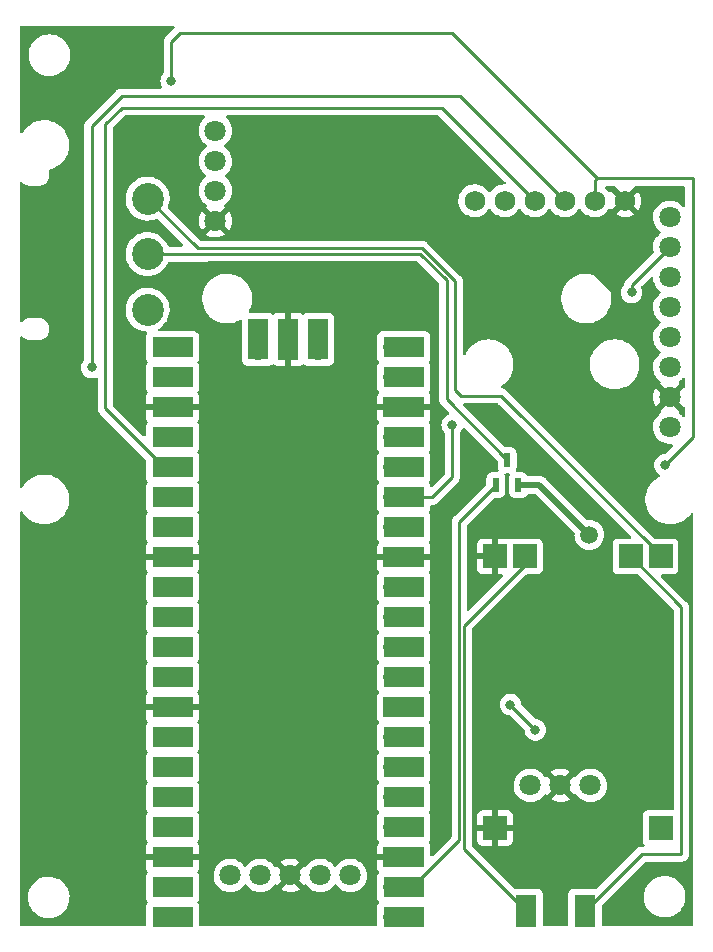
<source format=gbr>
%TF.GenerationSoftware,KiCad,Pcbnew,(6.0.9)*%
%TF.CreationDate,2023-01-30T22:20:02+01:00*%
%TF.ProjectId,P_ytka_pcb,50427974-6b61-45f7-9063-622e6b696361,rev?*%
%TF.SameCoordinates,Original*%
%TF.FileFunction,Copper,L2,Bot*%
%TF.FilePolarity,Positive*%
%FSLAX46Y46*%
G04 Gerber Fmt 4.6, Leading zero omitted, Abs format (unit mm)*
G04 Created by KiCad (PCBNEW (6.0.9)) date 2023-01-30 22:20:02*
%MOMM*%
%LPD*%
G01*
G04 APERTURE LIST*
G04 Aperture macros list*
%AMRoundRect*
0 Rectangle with rounded corners*
0 $1 Rounding radius*
0 $2 $3 $4 $5 $6 $7 $8 $9 X,Y pos of 4 corners*
0 Add a 4 corners polygon primitive as box body*
4,1,4,$2,$3,$4,$5,$6,$7,$8,$9,$2,$3,0*
0 Add four circle primitives for the rounded corners*
1,1,$1+$1,$2,$3*
1,1,$1+$1,$4,$5*
1,1,$1+$1,$6,$7*
1,1,$1+$1,$8,$9*
0 Add four rect primitives between the rounded corners*
20,1,$1+$1,$2,$3,$4,$5,0*
20,1,$1+$1,$4,$5,$6,$7,0*
20,1,$1+$1,$6,$7,$8,$9,0*
20,1,$1+$1,$8,$9,$2,$3,0*%
G04 Aperture macros list end*
%TA.AperFunction,ComponentPad*%
%ADD10C,1.800000*%
%TD*%
%TA.AperFunction,ComponentPad*%
%ADD11R,2.000000X2.000000*%
%TD*%
%TA.AperFunction,SMDPad,CuDef*%
%ADD12RoundRect,0.088500X0.206500X-0.526500X0.206500X0.526500X-0.206500X0.526500X-0.206500X-0.526500X0*%
%TD*%
%TA.AperFunction,ComponentPad*%
%ADD13C,1.750000*%
%TD*%
%TA.AperFunction,SMDPad,CuDef*%
%ADD14R,1.800000X2.800000*%
%TD*%
%TA.AperFunction,ComponentPad*%
%ADD15C,2.700000*%
%TD*%
%TA.AperFunction,ComponentPad*%
%ADD16O,1.700000X1.700000*%
%TD*%
%TA.AperFunction,SMDPad,CuDef*%
%ADD17R,3.500000X1.700000*%
%TD*%
%TA.AperFunction,ComponentPad*%
%ADD18R,1.700000X1.700000*%
%TD*%
%TA.AperFunction,SMDPad,CuDef*%
%ADD19R,1.700000X3.500000*%
%TD*%
%TA.AperFunction,ViaPad*%
%ADD20C,0.800000*%
%TD*%
%TA.AperFunction,ViaPad*%
%ADD21C,1.500000*%
%TD*%
%TA.AperFunction,Conductor*%
%ADD22C,0.250000*%
%TD*%
%TA.AperFunction,Conductor*%
%ADD23C,0.500000*%
%TD*%
G04 APERTURE END LIST*
D10*
%TO.P,U3,1,VCC*%
%TO.N,+3V3*%
X132018400Y-46881800D03*
%TO.P,U3,2,RX*%
%TO.N,/UART1 TX*%
X132018400Y-49461800D03*
%TO.P,U3,3,TX*%
%TO.N,/UART1 RX*%
X132018400Y-51961800D03*
%TO.P,U3,4,GND*%
%TO.N,GND*%
X132018400Y-54501800D03*
%TD*%
%TO.P,J1,1,Pin_1*%
%TO.N,/Cadence_Pin*%
X133273800Y-109937200D03*
%TO.P,J1,2,Pin_2*%
%TO.N,/Wheel_Pin*%
X135813800Y-109937200D03*
%TO.P,J1,3,Pin_3*%
%TO.N,GND*%
X138353800Y-109937200D03*
%TO.P,J1,4,Pin_4*%
%TO.N,/Button_2_Pin*%
X140893800Y-109937200D03*
%TO.P,J1,5,Pin_5*%
%TO.N,/Button_1_Pin*%
X143433800Y-109937200D03*
%TD*%
%TO.P,U2,1,VCC*%
%TO.N,Net-(Q1-Pad3)*%
X170484600Y-71990200D03*
%TO.P,U2,2,GND*%
%TO.N,GND*%
X170484600Y-69450200D03*
%TO.P,U2,3,DIN*%
%TO.N,Net-(U1-Pad25)*%
X170484600Y-66910200D03*
%TO.P,U2,4,CLK*%
%TO.N,Net-(U1-Pad24)*%
X170484600Y-64370200D03*
%TO.P,U2,5,CS*%
%TO.N,Net-(U1-Pad22)*%
X170484600Y-61830200D03*
%TO.P,U2,6,DC*%
%TO.N,Net-(U1-Pad21)*%
X170484600Y-59290200D03*
%TO.P,U2,7,RST*%
%TO.N,/SPI1 RST*%
X170484600Y-56750200D03*
%TO.P,U2,8,BL*%
%TO.N,unconnected-(U2-Pad8)*%
X170484600Y-54210200D03*
%TD*%
%TO.P,U4,1,S*%
%TO.N,/Buzzer_Pin*%
X163753800Y-102311200D03*
%TO.P,U4,2,GND*%
%TO.N,GND*%
X161213800Y-102311200D03*
%TO.P,U4,3,VCC*%
%TO.N,+3V3*%
X158673800Y-102311200D03*
%TD*%
D11*
%TO.P,U6,1,VCC*%
%TO.N,+5VP*%
X169706600Y-105923000D03*
%TO.P,U6,2,GND*%
%TO.N,GND*%
X155706600Y-105923000D03*
%TO.P,U6,3,OUT+*%
%TO.N,Net-(SW5-Pad3)*%
X169706600Y-82923000D03*
%TO.P,U6,4,OUT-*%
%TO.N,GND*%
X155706600Y-82923000D03*
%TO.P,U6,5,B+*%
%TO.N,Net-(BT1-Pad1)*%
X167166600Y-82923000D03*
%TO.P,U6,6,B-*%
%TO.N,Net-(BT1-Pad2)*%
X158246600Y-82923000D03*
%TD*%
D12*
%TO.P,D1,1,G*%
%TO.N,+5VP*%
X157668000Y-76879000D03*
%TO.P,D1,2,S*%
%TO.N,+5V*%
X155768000Y-76879000D03*
%TO.P,D1,3,D*%
%TO.N,Net-(D1-Pad3)*%
X156718000Y-74759000D03*
%TD*%
D13*
%TO.P,U5,1,INT2*%
%TO.N,unconnected-(U5-Pad1)*%
X153968200Y-52800000D03*
%TO.P,U5,2,INT1*%
%TO.N,unconnected-(U5-Pad2)*%
X156508200Y-52800000D03*
%TO.P,U5,3,SDA*%
%TO.N,/I^{2}C1 SDA*%
X159048200Y-52800000D03*
%TO.P,U5,4,SCL*%
%TO.N,/I^{2}C1 SCL*%
X161588200Y-52800000D03*
%TO.P,U5,5,VCC*%
%TO.N,+3V3*%
X164128200Y-52800000D03*
%TO.P,U5,6,GND*%
%TO.N,GND*%
X166668200Y-52800000D03*
%TD*%
D14*
%TO.P,BT1,1,+*%
%TO.N,Net-(BT1-Pad1)*%
X163300200Y-112963000D03*
%TO.P,BT1,2,-*%
%TO.N,Net-(BT1-Pad2)*%
X158352200Y-112963000D03*
%TD*%
D15*
%TO.P,SW5,*%
%TO.N,*%
X126283200Y-62025000D03*
%TO.P,SW5,1,A*%
%TO.N,Net-(D1-Pad3)*%
X126283200Y-57325000D03*
%TO.P,SW5,3,B*%
%TO.N,Net-(SW5-Pad3)*%
X126283200Y-52625000D03*
%TD*%
D16*
%TO.P,U1,1,GPIO0*%
%TO.N,/Wheel_Pin*%
X129286000Y-113487200D03*
D17*
X128386000Y-113487200D03*
D16*
%TO.P,U1,2,GPIO1*%
%TO.N,/Cadence_Pin*%
X129286000Y-110947200D03*
D17*
X128386000Y-110947200D03*
%TO.P,U1,3,GND*%
%TO.N,GND*%
X128386000Y-108407200D03*
D18*
X129286000Y-108407200D03*
D16*
%TO.P,U1,4,GPIO2*%
%TO.N,/Button_2_Pin*%
X129286000Y-105867200D03*
D17*
X128386000Y-105867200D03*
%TO.P,U1,5,GPIO3*%
%TO.N,/Button_1_Pin*%
X128386000Y-103327200D03*
D16*
X129286000Y-103327200D03*
D17*
%TO.P,U1,6,GPIO4*%
%TO.N,unconnected-(U1-Pad6)*%
X128386000Y-100787200D03*
D16*
X129286000Y-100787200D03*
D17*
%TO.P,U1,7,GPIO5*%
%TO.N,unconnected-(U1-Pad7)*%
X128386000Y-98247200D03*
D16*
X129286000Y-98247200D03*
D18*
%TO.P,U1,8,GND*%
%TO.N,GND*%
X129286000Y-95707200D03*
D17*
X128386000Y-95707200D03*
D16*
%TO.P,U1,9,GPIO6*%
%TO.N,unconnected-(U1-Pad9)*%
X129286000Y-93167200D03*
D17*
X128386000Y-93167200D03*
D16*
%TO.P,U1,10,GPIO7*%
%TO.N,unconnected-(U1-Pad10)*%
X129286000Y-90627200D03*
D17*
X128386000Y-90627200D03*
D16*
%TO.P,U1,11,GPIO8*%
%TO.N,/UART1 TX*%
X129286000Y-88087200D03*
D17*
X128386000Y-88087200D03*
D16*
%TO.P,U1,12,GPIO9*%
%TO.N,/UART1 RX*%
X129286000Y-85547200D03*
D17*
X128386000Y-85547200D03*
%TO.P,U1,13,GND*%
%TO.N,GND*%
X128386000Y-83007200D03*
D18*
X129286000Y-83007200D03*
D17*
%TO.P,U1,14,GPIO10*%
%TO.N,unconnected-(U1-Pad14)*%
X128386000Y-80467200D03*
D16*
X129286000Y-80467200D03*
D17*
%TO.P,U1,15,GPIO11*%
%TO.N,unconnected-(U1-Pad15)*%
X128386000Y-77927200D03*
D16*
X129286000Y-77927200D03*
%TO.P,U1,16,GPIO12*%
%TO.N,/I^{2}C1 SDA*%
X129286000Y-75387200D03*
D17*
X128386000Y-75387200D03*
D16*
%TO.P,U1,17,GPIO13*%
%TO.N,/I^{2}C1 SCL*%
X129286000Y-72847200D03*
D17*
X128386000Y-72847200D03*
D18*
%TO.P,U1,18,GND*%
%TO.N,GND*%
X129286000Y-70307200D03*
D17*
X128386000Y-70307200D03*
D16*
%TO.P,U1,19,GPIO14*%
%TO.N,unconnected-(U1-Pad19)*%
X129286000Y-67767200D03*
D17*
X128386000Y-67767200D03*
D16*
%TO.P,U1,20,GPIO15*%
%TO.N,unconnected-(U1-Pad20)*%
X129286000Y-65227200D03*
D17*
X128386000Y-65227200D03*
%TO.P,U1,21,GPIO16*%
%TO.N,Net-(U1-Pad21)*%
X147966000Y-65227200D03*
D16*
X147066000Y-65227200D03*
%TO.P,U1,22,GPIO17*%
%TO.N,Net-(U1-Pad22)*%
X147066000Y-67767200D03*
D17*
X147966000Y-67767200D03*
D18*
%TO.P,U1,23,GND*%
%TO.N,GND*%
X147066000Y-70307200D03*
D17*
X147966000Y-70307200D03*
D16*
%TO.P,U1,24,GPIO18*%
%TO.N,Net-(U1-Pad24)*%
X147066000Y-72847200D03*
D17*
X147966000Y-72847200D03*
D16*
%TO.P,U1,25,GPIO19*%
%TO.N,Net-(U1-Pad25)*%
X147066000Y-75387200D03*
D17*
X147966000Y-75387200D03*
D16*
%TO.P,U1,26,GPIO20*%
%TO.N,/SPI1 RST*%
X147066000Y-77927200D03*
D17*
X147966000Y-77927200D03*
D16*
%TO.P,U1,27,GPIO21*%
%TO.N,Net-(Q1-Pad1)*%
X147066000Y-80467200D03*
D17*
X147966000Y-80467200D03*
%TO.P,U1,28,GND*%
%TO.N,GND*%
X147966000Y-83007200D03*
D18*
X147066000Y-83007200D03*
D17*
%TO.P,U1,29,GPIO22*%
%TO.N,/Buzzer_Pin*%
X147966000Y-85547200D03*
D16*
X147066000Y-85547200D03*
D17*
%TO.P,U1,30,RUN*%
%TO.N,unconnected-(U1-Pad30)*%
X147966000Y-88087200D03*
D16*
X147066000Y-88087200D03*
D17*
%TO.P,U1,31,GPIO26_ADC0*%
%TO.N,unconnected-(U1-Pad31)*%
X147966000Y-90627200D03*
D16*
X147066000Y-90627200D03*
D17*
%TO.P,U1,32,GPIO27_ADC1*%
%TO.N,unconnected-(U1-Pad32)*%
X147966000Y-93167200D03*
D16*
X147066000Y-93167200D03*
D18*
%TO.P,U1,33,AGND*%
%TO.N,unconnected-(U1-Pad33)*%
X147066000Y-95707200D03*
D17*
X147966000Y-95707200D03*
D16*
%TO.P,U1,34,GPIO28_ADC2*%
%TO.N,unconnected-(U1-Pad34)*%
X147066000Y-98247200D03*
D17*
X147966000Y-98247200D03*
%TO.P,U1,35,ADC_VREF*%
%TO.N,unconnected-(U1-Pad35)*%
X147966000Y-100787200D03*
D16*
X147066000Y-100787200D03*
%TO.P,U1,36,3V3*%
%TO.N,+3V3*%
X147066000Y-103327200D03*
D17*
X147966000Y-103327200D03*
D16*
%TO.P,U1,37,3V3_EN*%
%TO.N,unconnected-(U1-Pad37)*%
X147066000Y-105867200D03*
D17*
X147966000Y-105867200D03*
%TO.P,U1,38,GND*%
%TO.N,GND*%
X147966000Y-108407200D03*
D18*
X147066000Y-108407200D03*
D17*
%TO.P,U1,39,VSYS*%
%TO.N,+5V*%
X147966000Y-110947200D03*
D16*
X147066000Y-110947200D03*
%TO.P,U1,40,VBUS*%
%TO.N,+5VP*%
X147066000Y-113487200D03*
D17*
X147966000Y-113487200D03*
D19*
%TO.P,U1,41,SWCLK*%
%TO.N,unconnected-(U1-Pad41)*%
X135636000Y-64557200D03*
D16*
X135636000Y-65457200D03*
D18*
%TO.P,U1,42,GND*%
%TO.N,GND*%
X138176000Y-65457200D03*
D19*
X138176000Y-64557200D03*
D16*
%TO.P,U1,43,SWDIO*%
%TO.N,unconnected-(U1-Pad43)*%
X140716000Y-65457200D03*
D19*
X140716000Y-64557200D03*
%TD*%
D20*
%TO.N,GND*%
X163068000Y-55676800D03*
%TO.N,+3V3*%
X170059894Y-75177106D03*
X128270000Y-42672000D03*
%TO.N,/Buzzer_Pin*%
X156997400Y-95478600D03*
X159105600Y-97612200D03*
%TO.N,/I^{2}C1 SCL*%
X121539000Y-66929000D03*
%TO.N,/SPI1 RST*%
X152069800Y-71780400D03*
X167259000Y-60579000D03*
D21*
%TO.N,+5VP*%
X163677600Y-81102200D03*
%TD*%
D22*
%TO.N,GND*%
X165393401Y-60273727D02*
X164236473Y-59116799D01*
X165393401Y-60288201D02*
X165393401Y-60273727D01*
X163068000Y-57962800D02*
X163068000Y-55753000D01*
X170484600Y-69450200D02*
X167984000Y-66949600D01*
X164236473Y-59116799D02*
X164221999Y-59116799D01*
X164221999Y-59116799D02*
X163068000Y-57962800D01*
X167984000Y-62878800D02*
X165393401Y-60288201D01*
X167984000Y-66949600D02*
X167984000Y-62878800D01*
%TO.N,+5V*%
X152654000Y-80010000D02*
X152654000Y-106969200D01*
X155768000Y-76879000D02*
X155768000Y-76896000D01*
X152654000Y-106969200D02*
X148676000Y-110947200D01*
X148676000Y-110947200D02*
X147066000Y-110947200D01*
X155768000Y-76896000D02*
X152654000Y-80010000D01*
%TO.N,Net-(D1-Pad3)*%
X131334804Y-57295200D02*
X131305004Y-57325000D01*
X156718000Y-74759000D02*
X151594400Y-69635400D01*
X131305004Y-57325000D02*
X126283200Y-57325000D01*
X149343404Y-57295200D02*
X151594400Y-59546196D01*
X131334804Y-57295200D02*
X149343404Y-57295200D01*
X151594400Y-59546196D02*
X151594400Y-69635400D01*
%TO.N,+3V3*%
X152025800Y-38608000D02*
X164344800Y-50927000D01*
X164128200Y-51143600D02*
X164344800Y-50927000D01*
X164344800Y-50927000D02*
X172415200Y-50927000D01*
X172415200Y-50927000D02*
X172415200Y-72821800D01*
X128270000Y-42672000D02*
X128270000Y-39370000D01*
X172415200Y-72821800D02*
X170059894Y-75177106D01*
X128270000Y-39370000D02*
X129032000Y-38608000D01*
X164128200Y-52800000D02*
X164128200Y-51143600D01*
X129032000Y-38608000D02*
X152025800Y-38608000D01*
%TO.N,/Buzzer_Pin*%
X159105600Y-97586800D02*
X159105600Y-97612200D01*
X156997400Y-95478600D02*
X159105600Y-97586800D01*
%TO.N,/I^{2}C1 SDA*%
X151206200Y-44958000D02*
X159048200Y-52800000D01*
X124079000Y-44958000D02*
X151206200Y-44958000D01*
X127676000Y-75387200D02*
X122682000Y-70393200D01*
X129286000Y-75387200D02*
X127676000Y-75387200D01*
X122682000Y-46355000D02*
X124079000Y-44958000D01*
X122682000Y-70393200D02*
X122682000Y-46355000D01*
%TO.N,/I^{2}C1 SCL*%
X121539000Y-66929000D02*
X121539000Y-46482000D01*
X121539000Y-46482000D02*
X124079000Y-43942000D01*
X124079000Y-43942000D02*
X152730200Y-43942000D01*
X152730200Y-43942000D02*
X161588200Y-52800000D01*
%TO.N,Net-(SW5-Pad3)*%
X169706600Y-82923000D02*
X169706600Y-82813000D01*
X152323800Y-59639200D02*
X149529800Y-56845200D01*
X156210200Y-69316600D02*
X152831800Y-69316600D01*
X169706600Y-82813000D02*
X156210200Y-69316600D01*
X130503400Y-56845200D02*
X126283200Y-52625000D01*
X149529800Y-56845200D02*
X130503400Y-56845200D01*
X152831800Y-69316600D02*
X152323800Y-68808600D01*
X152323800Y-68808600D02*
X152323800Y-59639200D01*
%TO.N,Net-(BT1-Pad1)*%
X171475400Y-108127800D02*
X171475400Y-87231800D01*
X171475400Y-87231800D02*
X167166600Y-82923000D01*
X168135400Y-108127800D02*
X171475400Y-108127800D01*
X163300200Y-112963000D02*
X168135400Y-108127800D01*
%TO.N,Net-(BT1-Pad2)*%
X153104000Y-107714800D02*
X153104000Y-88780200D01*
X158246600Y-83637600D02*
X158246600Y-82923000D01*
X158352200Y-112963000D02*
X153104000Y-107714800D01*
X153104000Y-88780200D02*
X158246600Y-83637600D01*
%TO.N,/SPI1 RST*%
X152069800Y-76225400D02*
X150368000Y-77927200D01*
X167259000Y-59975800D02*
X170484600Y-56750200D01*
X167259000Y-60579000D02*
X167259000Y-59975800D01*
X152069800Y-71780400D02*
X152069800Y-76225400D01*
X150368000Y-77927200D02*
X147066000Y-77927200D01*
D23*
%TO.N,+5VP*%
X163677600Y-81102200D02*
X159454400Y-76879000D01*
X159454400Y-76879000D02*
X157668000Y-76879000D01*
%TD*%
%TA.AperFunction,Conductor*%
%TO.N,GND*%
G36*
X155963727Y-69970102D02*
G01*
X155984701Y-69987005D01*
X167197100Y-81199405D01*
X167231126Y-81261717D01*
X167226061Y-81332532D01*
X167183514Y-81389368D01*
X167116994Y-81414179D01*
X167108005Y-81414500D01*
X166118466Y-81414500D01*
X166056284Y-81421255D01*
X165919895Y-81472385D01*
X165803339Y-81559739D01*
X165715985Y-81676295D01*
X165664855Y-81812684D01*
X165658100Y-81874866D01*
X165658100Y-83971134D01*
X165664855Y-84033316D01*
X165715985Y-84169705D01*
X165803339Y-84286261D01*
X165919895Y-84373615D01*
X166056284Y-84424745D01*
X166118466Y-84431500D01*
X167727006Y-84431500D01*
X167795127Y-84451502D01*
X167816101Y-84468405D01*
X170804995Y-87457299D01*
X170839021Y-87519611D01*
X170841900Y-87546394D01*
X170841900Y-104288500D01*
X170821898Y-104356621D01*
X170768242Y-104403114D01*
X170715900Y-104414500D01*
X168658466Y-104414500D01*
X168596284Y-104421255D01*
X168459895Y-104472385D01*
X168343339Y-104559739D01*
X168255985Y-104676295D01*
X168204855Y-104812684D01*
X168198100Y-104874866D01*
X168198100Y-106971134D01*
X168204855Y-107033316D01*
X168255985Y-107169705D01*
X168343339Y-107286261D01*
X168342343Y-107287008D01*
X168372108Y-107341517D01*
X168367043Y-107412332D01*
X168324496Y-107469168D01*
X168257976Y-107493979D01*
X168248987Y-107494300D01*
X168214163Y-107494300D01*
X168202979Y-107493773D01*
X168195491Y-107492099D01*
X168187568Y-107492348D01*
X168127433Y-107494238D01*
X168123475Y-107494300D01*
X168095544Y-107494300D01*
X168091629Y-107494795D01*
X168091625Y-107494795D01*
X168091567Y-107494803D01*
X168091538Y-107494806D01*
X168079696Y-107495739D01*
X168035510Y-107497127D01*
X168018144Y-107502172D01*
X168016058Y-107502778D01*
X167996706Y-107506786D01*
X167984468Y-107508332D01*
X167984466Y-107508333D01*
X167976603Y-107509326D01*
X167935486Y-107525606D01*
X167924285Y-107529441D01*
X167881806Y-107541782D01*
X167874987Y-107545815D01*
X167874982Y-107545817D01*
X167864371Y-107552093D01*
X167846621Y-107560790D01*
X167827783Y-107568248D01*
X167821367Y-107572909D01*
X167821366Y-107572910D01*
X167792025Y-107594228D01*
X167782101Y-107600747D01*
X167750860Y-107619222D01*
X167750855Y-107619226D01*
X167744037Y-107623258D01*
X167729713Y-107637582D01*
X167714681Y-107650421D01*
X167698293Y-107662328D01*
X167670112Y-107696393D01*
X167662122Y-107705173D01*
X164349070Y-111018225D01*
X164286758Y-111052251D01*
X164253166Y-111054946D01*
X164251719Y-111054868D01*
X164248334Y-111054500D01*
X162352066Y-111054500D01*
X162289884Y-111061255D01*
X162153495Y-111112385D01*
X162036939Y-111199739D01*
X161949585Y-111316295D01*
X161898455Y-111452684D01*
X161891700Y-111514866D01*
X161891700Y-114122700D01*
X161871698Y-114190821D01*
X161818042Y-114237314D01*
X161765700Y-114248700D01*
X159886700Y-114248700D01*
X159818579Y-114228698D01*
X159772086Y-114175042D01*
X159760700Y-114122700D01*
X159760700Y-111514866D01*
X159753945Y-111452684D01*
X159702815Y-111316295D01*
X159615461Y-111199739D01*
X159498905Y-111112385D01*
X159362516Y-111061255D01*
X159300334Y-111054500D01*
X157404066Y-111054500D01*
X157400681Y-111054868D01*
X157399234Y-111054946D01*
X157330132Y-111038654D01*
X157303330Y-111018225D01*
X153774405Y-107489300D01*
X153740379Y-107426988D01*
X153737500Y-107400205D01*
X153737500Y-106967669D01*
X154198601Y-106967669D01*
X154198971Y-106974490D01*
X154204495Y-107025352D01*
X154208121Y-107040604D01*
X154253276Y-107161054D01*
X154261814Y-107176649D01*
X154338315Y-107278724D01*
X154350876Y-107291285D01*
X154452951Y-107367786D01*
X154468546Y-107376324D01*
X154588994Y-107421478D01*
X154604249Y-107425105D01*
X154655114Y-107430631D01*
X154661928Y-107431000D01*
X155434485Y-107431000D01*
X155449724Y-107426525D01*
X155450929Y-107425135D01*
X155452600Y-107417452D01*
X155452600Y-107412884D01*
X155960600Y-107412884D01*
X155965075Y-107428123D01*
X155966465Y-107429328D01*
X155974148Y-107430999D01*
X156751269Y-107430999D01*
X156758090Y-107430629D01*
X156808952Y-107425105D01*
X156824204Y-107421479D01*
X156944654Y-107376324D01*
X156960249Y-107367786D01*
X157062324Y-107291285D01*
X157074885Y-107278724D01*
X157151386Y-107176649D01*
X157159924Y-107161054D01*
X157205078Y-107040606D01*
X157208705Y-107025351D01*
X157214231Y-106974486D01*
X157214600Y-106967672D01*
X157214600Y-106195115D01*
X157210125Y-106179876D01*
X157208735Y-106178671D01*
X157201052Y-106177000D01*
X155978715Y-106177000D01*
X155963476Y-106181475D01*
X155962271Y-106182865D01*
X155960600Y-106190548D01*
X155960600Y-107412884D01*
X155452600Y-107412884D01*
X155452600Y-106195115D01*
X155448125Y-106179876D01*
X155446735Y-106178671D01*
X155439052Y-106177000D01*
X154216716Y-106177000D01*
X154201477Y-106181475D01*
X154200272Y-106182865D01*
X154198601Y-106190548D01*
X154198601Y-106967669D01*
X153737500Y-106967669D01*
X153737500Y-105650885D01*
X154198600Y-105650885D01*
X154203075Y-105666124D01*
X154204465Y-105667329D01*
X154212148Y-105669000D01*
X155434485Y-105669000D01*
X155449724Y-105664525D01*
X155450929Y-105663135D01*
X155452600Y-105655452D01*
X155452600Y-105650885D01*
X155960600Y-105650885D01*
X155965075Y-105666124D01*
X155966465Y-105667329D01*
X155974148Y-105669000D01*
X157196484Y-105669000D01*
X157211723Y-105664525D01*
X157212928Y-105663135D01*
X157214599Y-105655452D01*
X157214599Y-104878331D01*
X157214229Y-104871510D01*
X157208705Y-104820648D01*
X157205079Y-104805396D01*
X157159924Y-104684946D01*
X157151386Y-104669351D01*
X157074885Y-104567276D01*
X157062324Y-104554715D01*
X156960249Y-104478214D01*
X156944654Y-104469676D01*
X156824206Y-104424522D01*
X156808951Y-104420895D01*
X156758086Y-104415369D01*
X156751272Y-104415000D01*
X155978715Y-104415000D01*
X155963476Y-104419475D01*
X155962271Y-104420865D01*
X155960600Y-104428548D01*
X155960600Y-105650885D01*
X155452600Y-105650885D01*
X155452600Y-104433116D01*
X155448125Y-104417877D01*
X155446735Y-104416672D01*
X155439052Y-104415001D01*
X154661931Y-104415001D01*
X154655110Y-104415371D01*
X154604248Y-104420895D01*
X154588996Y-104424521D01*
X154468546Y-104469676D01*
X154452951Y-104478214D01*
X154350876Y-104554715D01*
X154338315Y-104567276D01*
X154261814Y-104669351D01*
X154253276Y-104684946D01*
X154208122Y-104805394D01*
X154204495Y-104820649D01*
X154198969Y-104871514D01*
X154198600Y-104878328D01*
X154198600Y-105650885D01*
X153737500Y-105650885D01*
X153737500Y-102276669D01*
X157260895Y-102276669D01*
X157261192Y-102281822D01*
X157261192Y-102281825D01*
X157266867Y-102380241D01*
X157274227Y-102507897D01*
X157275364Y-102512943D01*
X157275365Y-102512949D01*
X157307541Y-102655723D01*
X157325146Y-102733842D01*
X157327088Y-102738624D01*
X157327089Y-102738628D01*
X157410340Y-102943650D01*
X157412284Y-102948437D01*
X157533301Y-103145919D01*
X157684947Y-103320984D01*
X157863149Y-103468930D01*
X158063122Y-103585784D01*
X158279494Y-103668409D01*
X158284560Y-103669440D01*
X158284561Y-103669440D01*
X158337646Y-103680240D01*
X158506456Y-103714585D01*
X158637124Y-103719376D01*
X158732749Y-103722883D01*
X158732753Y-103722883D01*
X158737913Y-103723072D01*
X158743033Y-103722416D01*
X158743035Y-103722416D01*
X158816091Y-103713057D01*
X158967647Y-103693642D01*
X158972595Y-103692157D01*
X158972602Y-103692156D01*
X159184547Y-103628569D01*
X159189490Y-103627086D01*
X159270961Y-103587174D01*
X159392849Y-103527462D01*
X159392852Y-103527460D01*
X159397484Y-103525191D01*
X159471206Y-103472606D01*
X160417223Y-103472606D01*
X160422504Y-103479661D01*
X160598880Y-103582727D01*
X160608163Y-103587174D01*
X160814803Y-103666083D01*
X160824701Y-103668959D01*
X161041453Y-103713057D01*
X161051683Y-103714276D01*
X161272714Y-103722382D01*
X161283023Y-103721914D01*
X161502423Y-103693808D01*
X161512488Y-103691668D01*
X161724357Y-103628105D01*
X161733952Y-103624344D01*
X161932578Y-103527038D01*
X161941436Y-103521759D01*
X161998897Y-103480772D01*
X162007297Y-103470074D01*
X162000310Y-103456921D01*
X161226611Y-102683221D01*
X161212668Y-102675608D01*
X161210834Y-102675739D01*
X161204220Y-102679990D01*
X160423980Y-103460231D01*
X160417223Y-103472606D01*
X159471206Y-103472606D01*
X159586043Y-103390694D01*
X159750103Y-103227205D01*
X159841075Y-103100604D01*
X159897070Y-103056956D01*
X159967773Y-103050510D01*
X160030738Y-103083313D01*
X160035942Y-103089784D01*
X160054353Y-103106442D01*
X160063131Y-103102658D01*
X160841779Y-102324011D01*
X160848156Y-102312332D01*
X161578208Y-102312332D01*
X161578339Y-102314166D01*
X161582590Y-102320780D01*
X162360107Y-103098296D01*
X162372113Y-103104852D01*
X162398748Y-103084504D01*
X162399627Y-103085654D01*
X162436472Y-103056934D01*
X162507176Y-103050489D01*
X162570140Y-103083292D01*
X162590232Y-103108274D01*
X162610600Y-103141513D01*
X162610604Y-103141518D01*
X162613301Y-103145919D01*
X162764947Y-103320984D01*
X162943149Y-103468930D01*
X163143122Y-103585784D01*
X163359494Y-103668409D01*
X163364560Y-103669440D01*
X163364561Y-103669440D01*
X163417646Y-103680240D01*
X163586456Y-103714585D01*
X163717124Y-103719376D01*
X163812749Y-103722883D01*
X163812753Y-103722883D01*
X163817913Y-103723072D01*
X163823033Y-103722416D01*
X163823035Y-103722416D01*
X163896091Y-103713057D01*
X164047647Y-103693642D01*
X164052595Y-103692157D01*
X164052602Y-103692156D01*
X164264547Y-103628569D01*
X164269490Y-103627086D01*
X164350961Y-103587174D01*
X164472849Y-103527462D01*
X164472852Y-103527460D01*
X164477484Y-103525191D01*
X164666043Y-103390694D01*
X164830103Y-103227205D01*
X164965258Y-103039117D01*
X165012441Y-102943650D01*
X165065584Y-102836122D01*
X165065585Y-102836120D01*
X165067878Y-102831480D01*
X165135208Y-102609871D01*
X165165440Y-102380241D01*
X165165522Y-102376891D01*
X165167045Y-102314565D01*
X165167045Y-102314561D01*
X165167127Y-102311200D01*
X165151204Y-102117524D01*
X165148573Y-102085518D01*
X165148572Y-102085512D01*
X165148149Y-102080367D01*
X165114597Y-101946792D01*
X165092984Y-101860744D01*
X165092983Y-101860740D01*
X165091725Y-101855733D01*
X165089666Y-101850997D01*
X165001430Y-101648068D01*
X165001428Y-101648065D01*
X164999370Y-101643331D01*
X164873564Y-101448865D01*
X164717687Y-101277558D01*
X164713636Y-101274359D01*
X164713632Y-101274355D01*
X164539977Y-101137211D01*
X164539972Y-101137208D01*
X164535923Y-101134010D01*
X164531407Y-101131517D01*
X164531404Y-101131515D01*
X164337679Y-101024573D01*
X164337675Y-101024571D01*
X164333155Y-101022076D01*
X164328286Y-101020352D01*
X164328282Y-101020350D01*
X164119703Y-100946488D01*
X164119699Y-100946487D01*
X164114828Y-100944762D01*
X164109735Y-100943855D01*
X164109732Y-100943854D01*
X163891895Y-100905051D01*
X163891889Y-100905050D01*
X163886806Y-100904145D01*
X163813896Y-100903254D01*
X163660381Y-100901379D01*
X163660379Y-100901379D01*
X163655211Y-100901316D01*
X163426264Y-100936350D01*
X163206114Y-101008306D01*
X163201526Y-101010694D01*
X163201522Y-101010696D01*
X163005261Y-101112863D01*
X163000672Y-101115252D01*
X162996539Y-101118355D01*
X162996536Y-101118357D01*
X162937084Y-101162995D01*
X162815455Y-101254317D01*
X162655439Y-101421764D01*
X162639563Y-101445038D01*
X162587802Y-101520916D01*
X162532890Y-101565918D01*
X162462365Y-101574089D01*
X162398619Y-101542834D01*
X162388779Y-101531194D01*
X162372338Y-101517035D01*
X162362773Y-101521438D01*
X161585821Y-102298389D01*
X161578208Y-102312332D01*
X160848156Y-102312332D01*
X160849392Y-102310068D01*
X160849261Y-102308234D01*
X160845010Y-102301620D01*
X160067662Y-101524273D01*
X160056130Y-101517976D01*
X160028474Y-101539644D01*
X160027334Y-101538189D01*
X159993495Y-101565924D01*
X159922971Y-101574098D01*
X159859222Y-101542846D01*
X159838522Y-101518359D01*
X159796375Y-101453209D01*
X159796370Y-101453203D01*
X159793564Y-101448865D01*
X159637687Y-101277558D01*
X159633636Y-101274359D01*
X159633632Y-101274355D01*
X159478590Y-101151911D01*
X160419308Y-101151911D01*
X160426051Y-101164240D01*
X161200989Y-101939179D01*
X161214932Y-101946792D01*
X161216766Y-101946661D01*
X161223380Y-101942410D01*
X162002794Y-101162995D01*
X162009811Y-101150144D01*
X162002037Y-101139474D01*
X161999702Y-101137630D01*
X161991120Y-101131929D01*
X161797478Y-101025033D01*
X161788072Y-101020806D01*
X161579572Y-100946972D01*
X161569609Y-100944340D01*
X161351847Y-100905550D01*
X161341596Y-100904581D01*
X161120416Y-100901879D01*
X161110132Y-100902599D01*
X160891493Y-100936055D01*
X160881466Y-100938444D01*
X160671226Y-101007161D01*
X160661716Y-101011158D01*
X160465525Y-101113289D01*
X160456807Y-101118778D01*
X160427761Y-101140586D01*
X160419308Y-101151911D01*
X159478590Y-101151911D01*
X159459977Y-101137211D01*
X159459972Y-101137208D01*
X159455923Y-101134010D01*
X159451407Y-101131517D01*
X159451404Y-101131515D01*
X159257679Y-101024573D01*
X159257675Y-101024571D01*
X159253155Y-101022076D01*
X159248286Y-101020352D01*
X159248282Y-101020350D01*
X159039703Y-100946488D01*
X159039699Y-100946487D01*
X159034828Y-100944762D01*
X159029735Y-100943855D01*
X159029732Y-100943854D01*
X158811895Y-100905051D01*
X158811889Y-100905050D01*
X158806806Y-100904145D01*
X158733896Y-100903254D01*
X158580381Y-100901379D01*
X158580379Y-100901379D01*
X158575211Y-100901316D01*
X158346264Y-100936350D01*
X158126114Y-101008306D01*
X158121526Y-101010694D01*
X158121522Y-101010696D01*
X157925261Y-101112863D01*
X157920672Y-101115252D01*
X157916539Y-101118355D01*
X157916536Y-101118357D01*
X157857084Y-101162995D01*
X157735455Y-101254317D01*
X157575439Y-101421764D01*
X157572528Y-101426032D01*
X157572524Y-101426037D01*
X157556952Y-101448865D01*
X157444919Y-101613099D01*
X157347402Y-101823181D01*
X157285507Y-102046369D01*
X157260895Y-102276669D01*
X153737500Y-102276669D01*
X153737500Y-95478600D01*
X156083896Y-95478600D01*
X156103858Y-95668528D01*
X156162873Y-95850156D01*
X156258360Y-96015544D01*
X156386147Y-96157466D01*
X156540648Y-96269718D01*
X156546676Y-96272402D01*
X156546678Y-96272403D01*
X156709081Y-96344709D01*
X156715112Y-96347394D01*
X156808513Y-96367247D01*
X156895456Y-96385728D01*
X156895461Y-96385728D01*
X156901913Y-96387100D01*
X156957806Y-96387100D01*
X157025927Y-96407102D01*
X157046901Y-96424005D01*
X158155881Y-97532985D01*
X158189907Y-97595297D01*
X158191728Y-97612239D01*
X158192096Y-97612200D01*
X158212058Y-97802128D01*
X158271073Y-97983756D01*
X158366560Y-98149144D01*
X158494347Y-98291066D01*
X158648848Y-98403318D01*
X158654876Y-98406002D01*
X158654878Y-98406003D01*
X158817281Y-98478309D01*
X158823312Y-98480994D01*
X158916713Y-98500847D01*
X159003656Y-98519328D01*
X159003661Y-98519328D01*
X159010113Y-98520700D01*
X159201087Y-98520700D01*
X159207539Y-98519328D01*
X159207544Y-98519328D01*
X159294487Y-98500847D01*
X159387888Y-98480994D01*
X159393919Y-98478309D01*
X159556322Y-98406003D01*
X159556324Y-98406002D01*
X159562352Y-98403318D01*
X159716853Y-98291066D01*
X159844640Y-98149144D01*
X159940127Y-97983756D01*
X159999142Y-97802128D01*
X160019104Y-97612200D01*
X159999142Y-97422272D01*
X159940127Y-97240644D01*
X159844640Y-97075256D01*
X159764132Y-96985842D01*
X159721275Y-96938245D01*
X159721274Y-96938244D01*
X159716853Y-96933334D01*
X159562352Y-96821082D01*
X159556324Y-96818398D01*
X159556322Y-96818397D01*
X159393919Y-96746091D01*
X159393918Y-96746091D01*
X159387888Y-96743406D01*
X159294487Y-96723553D01*
X159207544Y-96705072D01*
X159207539Y-96705072D01*
X159201087Y-96703700D01*
X159170594Y-96703700D01*
X159102473Y-96683698D01*
X159081499Y-96666795D01*
X157944522Y-95529817D01*
X157910496Y-95467505D01*
X157908307Y-95453892D01*
X157891632Y-95295235D01*
X157891632Y-95295233D01*
X157890942Y-95288672D01*
X157831927Y-95107044D01*
X157736440Y-94941656D01*
X157620176Y-94812531D01*
X157613075Y-94804645D01*
X157613074Y-94804644D01*
X157608653Y-94799734D01*
X157454152Y-94687482D01*
X157448124Y-94684798D01*
X157448122Y-94684797D01*
X157285719Y-94612491D01*
X157285718Y-94612491D01*
X157279688Y-94609806D01*
X157186288Y-94589953D01*
X157099344Y-94571472D01*
X157099339Y-94571472D01*
X157092887Y-94570100D01*
X156901913Y-94570100D01*
X156895461Y-94571472D01*
X156895456Y-94571472D01*
X156808513Y-94589953D01*
X156715112Y-94609806D01*
X156709082Y-94612491D01*
X156709081Y-94612491D01*
X156546678Y-94684797D01*
X156546676Y-94684798D01*
X156540648Y-94687482D01*
X156386147Y-94799734D01*
X156381726Y-94804644D01*
X156381725Y-94804645D01*
X156374625Y-94812531D01*
X156258360Y-94941656D01*
X156162873Y-95107044D01*
X156103858Y-95288672D01*
X156083896Y-95478600D01*
X153737500Y-95478600D01*
X153737500Y-89094794D01*
X153757502Y-89026673D01*
X153774405Y-89005699D01*
X158311699Y-84468405D01*
X158374011Y-84434379D01*
X158400794Y-84431500D01*
X159294734Y-84431500D01*
X159356916Y-84424745D01*
X159493305Y-84373615D01*
X159609861Y-84286261D01*
X159697215Y-84169705D01*
X159748345Y-84033316D01*
X159755100Y-83971134D01*
X159755100Y-81874866D01*
X159748345Y-81812684D01*
X159697215Y-81676295D01*
X159609861Y-81559739D01*
X159493305Y-81472385D01*
X159356916Y-81421255D01*
X159294734Y-81414500D01*
X157198466Y-81414500D01*
X157136284Y-81421255D01*
X157020117Y-81464804D01*
X156949311Y-81469987D01*
X156931658Y-81464804D01*
X156824206Y-81424522D01*
X156808951Y-81420895D01*
X156758086Y-81415369D01*
X156751272Y-81415000D01*
X155978715Y-81415000D01*
X155963476Y-81419475D01*
X155962271Y-81420865D01*
X155960600Y-81428548D01*
X155960600Y-84412884D01*
X155965075Y-84428123D01*
X155966465Y-84429328D01*
X155974148Y-84430999D01*
X156253107Y-84430999D01*
X156321228Y-84451001D01*
X156367721Y-84504657D01*
X156377825Y-84574931D01*
X156348331Y-84639511D01*
X156342202Y-84646094D01*
X153502595Y-87485700D01*
X153440283Y-87519726D01*
X153369467Y-87514661D01*
X153312632Y-87472114D01*
X153287821Y-87405594D01*
X153287500Y-87396605D01*
X153287500Y-83967669D01*
X154198601Y-83967669D01*
X154198971Y-83974490D01*
X154204495Y-84025352D01*
X154208121Y-84040604D01*
X154253276Y-84161054D01*
X154261814Y-84176649D01*
X154338315Y-84278724D01*
X154350876Y-84291285D01*
X154452951Y-84367786D01*
X154468546Y-84376324D01*
X154588994Y-84421478D01*
X154604249Y-84425105D01*
X154655114Y-84430631D01*
X154661928Y-84431000D01*
X155434485Y-84431000D01*
X155449724Y-84426525D01*
X155450929Y-84425135D01*
X155452600Y-84417452D01*
X155452600Y-83195115D01*
X155448125Y-83179876D01*
X155446735Y-83178671D01*
X155439052Y-83177000D01*
X154216716Y-83177000D01*
X154201477Y-83181475D01*
X154200272Y-83182865D01*
X154198601Y-83190548D01*
X154198601Y-83967669D01*
X153287500Y-83967669D01*
X153287500Y-82650885D01*
X154198600Y-82650885D01*
X154203075Y-82666124D01*
X154204465Y-82667329D01*
X154212148Y-82669000D01*
X155434485Y-82669000D01*
X155449724Y-82664525D01*
X155450929Y-82663135D01*
X155452600Y-82655452D01*
X155452600Y-81433116D01*
X155448125Y-81417877D01*
X155446735Y-81416672D01*
X155439052Y-81415001D01*
X154661931Y-81415001D01*
X154655110Y-81415371D01*
X154604248Y-81420895D01*
X154588996Y-81424521D01*
X154468546Y-81469676D01*
X154452951Y-81478214D01*
X154350876Y-81554715D01*
X154338315Y-81567276D01*
X154261814Y-81669351D01*
X154253276Y-81684946D01*
X154208122Y-81805394D01*
X154204495Y-81820649D01*
X154198969Y-81871514D01*
X154198600Y-81878328D01*
X154198600Y-82650885D01*
X153287500Y-82650885D01*
X153287500Y-80324594D01*
X153307502Y-80256473D01*
X153324405Y-80235499D01*
X155520500Y-78039405D01*
X155582812Y-78005379D01*
X155609595Y-78002500D01*
X155980222Y-78002499D01*
X156013624Y-78002499D01*
X156017709Y-78001961D01*
X156017713Y-78001961D01*
X156122161Y-77988211D01*
X156122163Y-77988211D01*
X156130348Y-77987133D01*
X156275576Y-77926978D01*
X156361810Y-77860808D01*
X156393732Y-77836314D01*
X156393735Y-77836311D01*
X156400285Y-77831285D01*
X156405314Y-77824732D01*
X156490951Y-77713126D01*
X156495978Y-77706575D01*
X156556133Y-77561348D01*
X156571500Y-77444625D01*
X156571499Y-76313376D01*
X156569069Y-76294913D01*
X156557211Y-76204839D01*
X156557211Y-76204837D01*
X156556133Y-76196652D01*
X156502039Y-76066056D01*
X156498171Y-76056718D01*
X156490582Y-75986128D01*
X156522362Y-75922641D01*
X156583420Y-75886414D01*
X156614579Y-75882500D01*
X156718000Y-75882500D01*
X156821421Y-75882499D01*
X156889541Y-75902501D01*
X156936034Y-75956156D01*
X156946139Y-76026430D01*
X156937830Y-76056717D01*
X156892332Y-76166560D01*
X156879867Y-76196652D01*
X156864500Y-76313375D01*
X156864501Y-77444624D01*
X156879867Y-77561348D01*
X156940022Y-77706576D01*
X156987868Y-77768930D01*
X157030686Y-77824732D01*
X157030688Y-77824734D01*
X157035715Y-77831285D01*
X157160425Y-77926978D01*
X157305652Y-77987133D01*
X157356217Y-77993790D01*
X157418288Y-78001962D01*
X157418289Y-78001962D01*
X157422375Y-78002500D01*
X157667970Y-78002500D01*
X157913624Y-78002499D01*
X157917709Y-78001961D01*
X157917713Y-78001961D01*
X158022161Y-77988211D01*
X158022163Y-77988211D01*
X158030348Y-77987133D01*
X158175576Y-77926978D01*
X158261810Y-77860808D01*
X158293732Y-77836314D01*
X158293735Y-77836311D01*
X158300285Y-77831285D01*
X158305314Y-77824732D01*
X158332371Y-77789469D01*
X158395978Y-77706575D01*
X158398659Y-77700102D01*
X158449622Y-77651508D01*
X158507360Y-77637500D01*
X159088029Y-77637500D01*
X159156150Y-77657502D01*
X159177124Y-77674405D01*
X162388082Y-80885363D01*
X162422108Y-80947675D01*
X162424508Y-80985439D01*
X162414293Y-81102200D01*
X162433485Y-81321571D01*
X162490480Y-81534276D01*
X162505702Y-81566919D01*
X162581218Y-81728866D01*
X162581221Y-81728871D01*
X162583544Y-81733853D01*
X162586700Y-81738360D01*
X162586701Y-81738362D01*
X162684707Y-81878328D01*
X162709851Y-81914238D01*
X162865562Y-82069949D01*
X163045946Y-82196256D01*
X163245524Y-82289320D01*
X163458229Y-82346315D01*
X163677600Y-82365507D01*
X163896971Y-82346315D01*
X164109676Y-82289320D01*
X164309254Y-82196256D01*
X164489638Y-82069949D01*
X164645349Y-81914238D01*
X164670494Y-81878328D01*
X164768499Y-81738362D01*
X164768500Y-81738360D01*
X164771656Y-81733853D01*
X164773979Y-81728871D01*
X164773982Y-81728866D01*
X164849498Y-81566919D01*
X164864720Y-81534276D01*
X164921715Y-81321571D01*
X164940907Y-81102200D01*
X164921715Y-80882829D01*
X164864720Y-80670124D01*
X164801147Y-80533790D01*
X164773982Y-80475534D01*
X164773979Y-80475529D01*
X164771656Y-80470547D01*
X164766964Y-80463846D01*
X164648508Y-80294673D01*
X164648506Y-80294670D01*
X164645349Y-80290162D01*
X164489638Y-80134451D01*
X164480763Y-80128236D01*
X164363059Y-80045819D01*
X164309254Y-80008144D01*
X164109676Y-79915080D01*
X163896971Y-79858085D01*
X163677600Y-79838893D01*
X163672125Y-79839372D01*
X163672124Y-79839372D01*
X163560839Y-79849108D01*
X163491235Y-79835119D01*
X163460763Y-79812682D01*
X160038170Y-76390089D01*
X160025784Y-76375677D01*
X160017251Y-76364082D01*
X160017246Y-76364077D01*
X160012908Y-76358182D01*
X160007330Y-76353443D01*
X160007327Y-76353440D01*
X159972632Y-76323965D01*
X159965116Y-76317035D01*
X159959421Y-76311340D01*
X159950161Y-76304014D01*
X159937149Y-76293719D01*
X159933745Y-76290928D01*
X159883697Y-76248409D01*
X159883695Y-76248408D01*
X159878115Y-76243667D01*
X159871599Y-76240339D01*
X159866550Y-76236972D01*
X159861421Y-76233805D01*
X159855684Y-76229266D01*
X159789525Y-76198345D01*
X159785625Y-76196439D01*
X159783835Y-76195525D01*
X159720592Y-76163231D01*
X159713484Y-76161492D01*
X159707841Y-76159393D01*
X159702078Y-76157476D01*
X159695450Y-76154378D01*
X159623983Y-76139513D01*
X159619699Y-76138543D01*
X159548790Y-76121192D01*
X159543188Y-76120844D01*
X159543185Y-76120844D01*
X159537636Y-76120500D01*
X159537638Y-76120464D01*
X159533645Y-76120225D01*
X159529453Y-76119851D01*
X159522285Y-76118360D01*
X159456075Y-76120151D01*
X159444879Y-76120454D01*
X159441472Y-76120500D01*
X158507360Y-76120500D01*
X158439239Y-76100498D01*
X158398690Y-76057971D01*
X158395978Y-76051424D01*
X158322876Y-75956156D01*
X158305314Y-75933268D01*
X158305311Y-75933265D01*
X158300285Y-75926715D01*
X158175575Y-75831022D01*
X158030348Y-75770867D01*
X157957421Y-75761266D01*
X157917712Y-75756038D01*
X157917711Y-75756038D01*
X157913625Y-75755500D01*
X157899786Y-75755500D01*
X157564578Y-75755501D01*
X157496459Y-75735499D01*
X157449966Y-75681844D01*
X157439861Y-75611570D01*
X157448170Y-75581283D01*
X157502973Y-75448977D01*
X157502973Y-75448976D01*
X157506133Y-75441348D01*
X157516968Y-75359051D01*
X157520962Y-75328712D01*
X157520962Y-75328711D01*
X157521500Y-75324625D01*
X157521499Y-74193376D01*
X157518941Y-74173939D01*
X157507211Y-74084839D01*
X157507211Y-74084837D01*
X157506133Y-74076652D01*
X157445978Y-73931424D01*
X157366724Y-73828138D01*
X157355314Y-73813268D01*
X157355311Y-73813265D01*
X157350285Y-73806715D01*
X157225575Y-73711022D01*
X157080348Y-73650867D01*
X157007421Y-73641266D01*
X156967712Y-73636038D01*
X156967711Y-73636038D01*
X156963625Y-73635500D01*
X156928986Y-73635500D01*
X156542595Y-73635501D01*
X156474475Y-73615499D01*
X156453500Y-73598596D01*
X153020100Y-70165195D01*
X152986074Y-70102883D01*
X152991139Y-70032067D01*
X153033686Y-69975232D01*
X153100206Y-69950421D01*
X153109195Y-69950100D01*
X155895606Y-69950100D01*
X155963727Y-69970102D01*
G37*
%TD.AperFunction*%
%TA.AperFunction,Conductor*%
G36*
X128509126Y-38018902D02*
G01*
X128555619Y-38072558D01*
X128565723Y-38142832D01*
X128536229Y-38207412D01*
X128530100Y-38213996D01*
X127877742Y-38866353D01*
X127869463Y-38873887D01*
X127862982Y-38878000D01*
X127831641Y-38911375D01*
X127816357Y-38927651D01*
X127813602Y-38930493D01*
X127793865Y-38950230D01*
X127791385Y-38953427D01*
X127783682Y-38962447D01*
X127753414Y-38994679D01*
X127749595Y-39001625D01*
X127749593Y-39001628D01*
X127743652Y-39012434D01*
X127732801Y-39028953D01*
X127720386Y-39044959D01*
X127717241Y-39052228D01*
X127717238Y-39052232D01*
X127702826Y-39085537D01*
X127697609Y-39096187D01*
X127676305Y-39134940D01*
X127674334Y-39142615D01*
X127674334Y-39142616D01*
X127671267Y-39154562D01*
X127664863Y-39173266D01*
X127656819Y-39191855D01*
X127655580Y-39199678D01*
X127655577Y-39199688D01*
X127649901Y-39235524D01*
X127647495Y-39247144D01*
X127639469Y-39278405D01*
X127636500Y-39289970D01*
X127636500Y-39310224D01*
X127634949Y-39329934D01*
X127631780Y-39349943D01*
X127632526Y-39357835D01*
X127635941Y-39393961D01*
X127636500Y-39405819D01*
X127636500Y-41969476D01*
X127616498Y-42037597D01*
X127604142Y-42053779D01*
X127530960Y-42135056D01*
X127435473Y-42300444D01*
X127376458Y-42482072D01*
X127375768Y-42488633D01*
X127375768Y-42488635D01*
X127365720Y-42584241D01*
X127356496Y-42672000D01*
X127376458Y-42861928D01*
X127435473Y-43043556D01*
X127438776Y-43049278D01*
X127438777Y-43049279D01*
X127479319Y-43119500D01*
X127496057Y-43188496D01*
X127472836Y-43255587D01*
X127417029Y-43299474D01*
X127370200Y-43308500D01*
X124157763Y-43308500D01*
X124146579Y-43307973D01*
X124139091Y-43306299D01*
X124131168Y-43306548D01*
X124071033Y-43308438D01*
X124067075Y-43308500D01*
X124039144Y-43308500D01*
X124035229Y-43308995D01*
X124035225Y-43308995D01*
X124035167Y-43309003D01*
X124035138Y-43309006D01*
X124023296Y-43309939D01*
X123979110Y-43311327D01*
X123961744Y-43316372D01*
X123959658Y-43316978D01*
X123940306Y-43320986D01*
X123928068Y-43322532D01*
X123928066Y-43322533D01*
X123920203Y-43323526D01*
X123879086Y-43339806D01*
X123867885Y-43343641D01*
X123825406Y-43355982D01*
X123818587Y-43360015D01*
X123818582Y-43360017D01*
X123807971Y-43366293D01*
X123790221Y-43374990D01*
X123771383Y-43382448D01*
X123764967Y-43387109D01*
X123764966Y-43387110D01*
X123735625Y-43408428D01*
X123725701Y-43414947D01*
X123694460Y-43433422D01*
X123694455Y-43433426D01*
X123687637Y-43437458D01*
X123673313Y-43451782D01*
X123658281Y-43464621D01*
X123641893Y-43476528D01*
X123613712Y-43510593D01*
X123605722Y-43519373D01*
X121146747Y-45978348D01*
X121138461Y-45985888D01*
X121131982Y-45990000D01*
X121126557Y-45995777D01*
X121085357Y-46039651D01*
X121082602Y-46042493D01*
X121062865Y-46062230D01*
X121060385Y-46065427D01*
X121052682Y-46074447D01*
X121022414Y-46106679D01*
X121018595Y-46113625D01*
X121018593Y-46113628D01*
X121012652Y-46124434D01*
X121001801Y-46140953D01*
X120989386Y-46156959D01*
X120986241Y-46164228D01*
X120986238Y-46164232D01*
X120971826Y-46197537D01*
X120966609Y-46208187D01*
X120945305Y-46246940D01*
X120943334Y-46254615D01*
X120943334Y-46254616D01*
X120940267Y-46266562D01*
X120933863Y-46285266D01*
X120929689Y-46294913D01*
X120925819Y-46303855D01*
X120924580Y-46311678D01*
X120924577Y-46311688D01*
X120918901Y-46347524D01*
X120916495Y-46359144D01*
X120905500Y-46401970D01*
X120905500Y-46422224D01*
X120903949Y-46441934D01*
X120900780Y-46461943D01*
X120901526Y-46469835D01*
X120904941Y-46505961D01*
X120905500Y-46517819D01*
X120905500Y-66226476D01*
X120885498Y-66294597D01*
X120873142Y-66310779D01*
X120799960Y-66392056D01*
X120780989Y-66424915D01*
X120711371Y-66545497D01*
X120704473Y-66557444D01*
X120645458Y-66739072D01*
X120644768Y-66745633D01*
X120644768Y-66745635D01*
X120632152Y-66865669D01*
X120625496Y-66929000D01*
X120626186Y-66935565D01*
X120644194Y-67106897D01*
X120645458Y-67118928D01*
X120704473Y-67300556D01*
X120707776Y-67306278D01*
X120707777Y-67306279D01*
X120733537Y-67350897D01*
X120799960Y-67465944D01*
X120804378Y-67470851D01*
X120804379Y-67470852D01*
X120877302Y-67551841D01*
X120927747Y-67607866D01*
X121082248Y-67720118D01*
X121088276Y-67722802D01*
X121088278Y-67722803D01*
X121250681Y-67795109D01*
X121256712Y-67797794D01*
X121350113Y-67817647D01*
X121437056Y-67836128D01*
X121437061Y-67836128D01*
X121443513Y-67837500D01*
X121634487Y-67837500D01*
X121640939Y-67836128D01*
X121640944Y-67836128D01*
X121727887Y-67817647D01*
X121821288Y-67797794D01*
X121871251Y-67775549D01*
X121941618Y-67766115D01*
X122005915Y-67796221D01*
X122043729Y-67856310D01*
X122048500Y-67890656D01*
X122048500Y-70314433D01*
X122047973Y-70325616D01*
X122046298Y-70333109D01*
X122046547Y-70341035D01*
X122046547Y-70341036D01*
X122048438Y-70401186D01*
X122048500Y-70405145D01*
X122048500Y-70433056D01*
X122048997Y-70436990D01*
X122048997Y-70436991D01*
X122049005Y-70437056D01*
X122049938Y-70448893D01*
X122051327Y-70493089D01*
X122056978Y-70512539D01*
X122060987Y-70531900D01*
X122063526Y-70551997D01*
X122066445Y-70559368D01*
X122066445Y-70559370D01*
X122079804Y-70593112D01*
X122083649Y-70604342D01*
X122095982Y-70646793D01*
X122100015Y-70653612D01*
X122100017Y-70653617D01*
X122106293Y-70664228D01*
X122114988Y-70681976D01*
X122122448Y-70700817D01*
X122127110Y-70707233D01*
X122127110Y-70707234D01*
X122148436Y-70736587D01*
X122154952Y-70746507D01*
X122177458Y-70784562D01*
X122191779Y-70798883D01*
X122204619Y-70813916D01*
X122216528Y-70830307D01*
X122222634Y-70835358D01*
X122250605Y-70858498D01*
X122259384Y-70866488D01*
X126090595Y-74697699D01*
X126124621Y-74760011D01*
X126127500Y-74786794D01*
X126127500Y-76285334D01*
X126134255Y-76347516D01*
X126185385Y-76483905D01*
X126253117Y-76574279D01*
X126258630Y-76581635D01*
X126283478Y-76648141D01*
X126268425Y-76717524D01*
X126258632Y-76732762D01*
X126185385Y-76830495D01*
X126134255Y-76966884D01*
X126127500Y-77029066D01*
X126127500Y-78825334D01*
X126134255Y-78887516D01*
X126185385Y-79023905D01*
X126226933Y-79079342D01*
X126258630Y-79121635D01*
X126283478Y-79188141D01*
X126268425Y-79257524D01*
X126258632Y-79272762D01*
X126185385Y-79370495D01*
X126134255Y-79506884D01*
X126127500Y-79569066D01*
X126127500Y-81365334D01*
X126134255Y-81427516D01*
X126185385Y-81563905D01*
X126190771Y-81571091D01*
X126258942Y-81662052D01*
X126283790Y-81728558D01*
X126268737Y-81797941D01*
X126258942Y-81813182D01*
X126191214Y-81903551D01*
X126182676Y-81919146D01*
X126137522Y-82039594D01*
X126133895Y-82054849D01*
X126128369Y-82105714D01*
X126128000Y-82112528D01*
X126128000Y-82735085D01*
X126132475Y-82750324D01*
X126133865Y-82751529D01*
X126141548Y-82753200D01*
X130625884Y-82753200D01*
X130641123Y-82748725D01*
X130642328Y-82747335D01*
X130643999Y-82739652D01*
X130643999Y-82112531D01*
X130643629Y-82105710D01*
X130638105Y-82054848D01*
X130634479Y-82039596D01*
X130589324Y-81919146D01*
X130580786Y-81903551D01*
X130513058Y-81813182D01*
X130488210Y-81746675D01*
X130503263Y-81677293D01*
X130513058Y-81662052D01*
X130581229Y-81571091D01*
X130586615Y-81563905D01*
X130637745Y-81427516D01*
X130644500Y-81365334D01*
X130644500Y-80565056D01*
X130645578Y-80548609D01*
X130647092Y-80537108D01*
X130647529Y-80533790D01*
X130648258Y-80503963D01*
X130649074Y-80470565D01*
X130649074Y-80470561D01*
X130649156Y-80467200D01*
X130644924Y-80415724D01*
X130644500Y-80405400D01*
X130644500Y-79569066D01*
X130637745Y-79506884D01*
X130586615Y-79370495D01*
X130513370Y-79272764D01*
X130488522Y-79206259D01*
X130503575Y-79136876D01*
X130513370Y-79121635D01*
X130545067Y-79079342D01*
X130586615Y-79023905D01*
X130637745Y-78887516D01*
X130644500Y-78825334D01*
X130644500Y-78025056D01*
X130645578Y-78008609D01*
X130647092Y-77997108D01*
X130647529Y-77993790D01*
X130648169Y-77967588D01*
X130649074Y-77930565D01*
X130649074Y-77930561D01*
X130649156Y-77927200D01*
X130644924Y-77875724D01*
X130644500Y-77865400D01*
X130644500Y-77029066D01*
X130637745Y-76966884D01*
X130586615Y-76830495D01*
X130513370Y-76732764D01*
X130488522Y-76666259D01*
X130503575Y-76596876D01*
X130513370Y-76581635D01*
X130518883Y-76574279D01*
X130586615Y-76483905D01*
X130637745Y-76347516D01*
X130644500Y-76285334D01*
X130644500Y-75485056D01*
X130645578Y-75468609D01*
X130647092Y-75457108D01*
X130647529Y-75453790D01*
X130649156Y-75387200D01*
X130644924Y-75335724D01*
X130644500Y-75325400D01*
X130644500Y-74489066D01*
X130637745Y-74426884D01*
X130586615Y-74290495D01*
X130513370Y-74192764D01*
X130488522Y-74126259D01*
X130503575Y-74056876D01*
X130513370Y-74041635D01*
X130581229Y-73951091D01*
X130586615Y-73943905D01*
X130637745Y-73807516D01*
X130644500Y-73745334D01*
X130644500Y-72945056D01*
X130645578Y-72928609D01*
X130647092Y-72917108D01*
X130647529Y-72913790D01*
X130649156Y-72847200D01*
X130644924Y-72795724D01*
X130644500Y-72785400D01*
X130644500Y-71949066D01*
X130637745Y-71886884D01*
X130586615Y-71750495D01*
X130513058Y-71652348D01*
X130488210Y-71585842D01*
X130503263Y-71516459D01*
X130513058Y-71501218D01*
X130580786Y-71410849D01*
X130589324Y-71395254D01*
X130634478Y-71274806D01*
X130638105Y-71259551D01*
X130643631Y-71208686D01*
X130644000Y-71201872D01*
X130644000Y-70579315D01*
X130639525Y-70564076D01*
X130638135Y-70562871D01*
X130630452Y-70561200D01*
X126146116Y-70561200D01*
X126130877Y-70565675D01*
X126129672Y-70567065D01*
X126128001Y-70574748D01*
X126128001Y-71201869D01*
X126128371Y-71208690D01*
X126133895Y-71259552D01*
X126137521Y-71274804D01*
X126182676Y-71395254D01*
X126191214Y-71410849D01*
X126258942Y-71501218D01*
X126283790Y-71567725D01*
X126268737Y-71637107D01*
X126258942Y-71652348D01*
X126185385Y-71750495D01*
X126134255Y-71886884D01*
X126127500Y-71949066D01*
X126127500Y-72638606D01*
X126107498Y-72706727D01*
X126053842Y-72753220D01*
X125983568Y-72763324D01*
X125918988Y-72733830D01*
X125912405Y-72727701D01*
X124701164Y-71516459D01*
X123352405Y-70167700D01*
X123318379Y-70105388D01*
X123315500Y-70078605D01*
X123315500Y-61966474D01*
X124420872Y-61966474D01*
X124431205Y-62229462D01*
X124432005Y-62233842D01*
X124473793Y-62462650D01*
X124478490Y-62488371D01*
X124561784Y-62738034D01*
X124597511Y-62809534D01*
X124653958Y-62922502D01*
X124679425Y-62973470D01*
X124681954Y-62977129D01*
X124826289Y-63185965D01*
X124829065Y-63189982D01*
X124940205Y-63310212D01*
X125002004Y-63377065D01*
X125007720Y-63383249D01*
X125211823Y-63549415D01*
X125215631Y-63551708D01*
X125215633Y-63551709D01*
X125433488Y-63682868D01*
X125433492Y-63682870D01*
X125437304Y-63685165D01*
X125530829Y-63724768D01*
X125675559Y-63786054D01*
X125675564Y-63786056D01*
X125679662Y-63787791D01*
X125683960Y-63788930D01*
X125683964Y-63788932D01*
X125804314Y-63820842D01*
X125934062Y-63855244D01*
X126137227Y-63879290D01*
X126202523Y-63907161D01*
X126242387Y-63965909D01*
X126244161Y-64036883D01*
X126223244Y-64079980D01*
X126185385Y-64130495D01*
X126134255Y-64266884D01*
X126127500Y-64329066D01*
X126127500Y-66125334D01*
X126134255Y-66187516D01*
X126185385Y-66323905D01*
X126255543Y-66417516D01*
X126258630Y-66421635D01*
X126283478Y-66488141D01*
X126268425Y-66557524D01*
X126258632Y-66572762D01*
X126185385Y-66670495D01*
X126134255Y-66806884D01*
X126127500Y-66869066D01*
X126127500Y-68665334D01*
X126134255Y-68727516D01*
X126185385Y-68863905D01*
X126230684Y-68924347D01*
X126258942Y-68962052D01*
X126283790Y-69028558D01*
X126268737Y-69097941D01*
X126258942Y-69113182D01*
X126191214Y-69203551D01*
X126182676Y-69219146D01*
X126137522Y-69339594D01*
X126133895Y-69354849D01*
X126128369Y-69405714D01*
X126128000Y-69412528D01*
X126128000Y-70035085D01*
X126132475Y-70050324D01*
X126133865Y-70051529D01*
X126141548Y-70053200D01*
X130625884Y-70053200D01*
X130641123Y-70048725D01*
X130642328Y-70047335D01*
X130643999Y-70039652D01*
X130643999Y-69412531D01*
X130643629Y-69405710D01*
X130638105Y-69354848D01*
X130634479Y-69339596D01*
X130589324Y-69219146D01*
X130580786Y-69203551D01*
X130513058Y-69113182D01*
X130488210Y-69046675D01*
X130503263Y-68977293D01*
X130513058Y-68962052D01*
X130541316Y-68924347D01*
X130586615Y-68863905D01*
X130637745Y-68727516D01*
X130644500Y-68665334D01*
X130644500Y-67865056D01*
X130645578Y-67848609D01*
X130645614Y-67848334D01*
X130647529Y-67833790D01*
X130647714Y-67826205D01*
X130649074Y-67770565D01*
X130649074Y-67770561D01*
X130649156Y-67767200D01*
X130646418Y-67733895D01*
X145703251Y-67733895D01*
X145703548Y-67739048D01*
X145703548Y-67739051D01*
X145707291Y-67803963D01*
X145707500Y-67811216D01*
X145707500Y-68665334D01*
X145714255Y-68727516D01*
X145765385Y-68863905D01*
X145810684Y-68924347D01*
X145838942Y-68962052D01*
X145863790Y-69028558D01*
X145848737Y-69097941D01*
X145838942Y-69113182D01*
X145771214Y-69203551D01*
X145762676Y-69219146D01*
X145717522Y-69339594D01*
X145713895Y-69354849D01*
X145708369Y-69405714D01*
X145708000Y-69412528D01*
X145708000Y-70035085D01*
X145712475Y-70050324D01*
X145713865Y-70051529D01*
X145721548Y-70053200D01*
X150205884Y-70053200D01*
X150221123Y-70048725D01*
X150222328Y-70047335D01*
X150223999Y-70039652D01*
X150223999Y-69412531D01*
X150223629Y-69405710D01*
X150218105Y-69354848D01*
X150214479Y-69339596D01*
X150169324Y-69219146D01*
X150160786Y-69203551D01*
X150093058Y-69113182D01*
X150068210Y-69046675D01*
X150083263Y-68977293D01*
X150093058Y-68962052D01*
X150121316Y-68924347D01*
X150166615Y-68863905D01*
X150217745Y-68727516D01*
X150224500Y-68665334D01*
X150224500Y-66869066D01*
X150217745Y-66806884D01*
X150166615Y-66670495D01*
X150093370Y-66572764D01*
X150068522Y-66506259D01*
X150083575Y-66436876D01*
X150093370Y-66421635D01*
X150096457Y-66417516D01*
X150166615Y-66323905D01*
X150217745Y-66187516D01*
X150224500Y-66125334D01*
X150224500Y-64329066D01*
X150217745Y-64266884D01*
X150166615Y-64130495D01*
X150079261Y-64013939D01*
X149962705Y-63926585D01*
X149826316Y-63875455D01*
X149764134Y-63868700D01*
X147080985Y-63868700D01*
X147079446Y-63868691D01*
X146976081Y-63867428D01*
X146976079Y-63867428D01*
X146970911Y-63867365D01*
X146965797Y-63868148D01*
X146962289Y-63868393D01*
X146953496Y-63868700D01*
X146167866Y-63868700D01*
X146105684Y-63875455D01*
X145969295Y-63926585D01*
X145852739Y-64013939D01*
X145765385Y-64130495D01*
X145714255Y-64266884D01*
X145707500Y-64329066D01*
X145707500Y-65147419D01*
X145706787Y-65160807D01*
X145703251Y-65193895D01*
X145703548Y-65199048D01*
X145703548Y-65199051D01*
X145707291Y-65263963D01*
X145707500Y-65271216D01*
X145707500Y-66125334D01*
X145714255Y-66187516D01*
X145765385Y-66323905D01*
X145835543Y-66417516D01*
X145838630Y-66421635D01*
X145863478Y-66488141D01*
X145848425Y-66557524D01*
X145838632Y-66572762D01*
X145765385Y-66670495D01*
X145714255Y-66806884D01*
X145707500Y-66869066D01*
X145707500Y-67687419D01*
X145706787Y-67700807D01*
X145703251Y-67733895D01*
X130646418Y-67733895D01*
X130644924Y-67715724D01*
X130644500Y-67705400D01*
X130644500Y-66869066D01*
X130637745Y-66806884D01*
X130586615Y-66670495D01*
X130513370Y-66572764D01*
X130488522Y-66506259D01*
X130503575Y-66436876D01*
X130513370Y-66421635D01*
X130516457Y-66417516D01*
X130586615Y-66323905D01*
X130637745Y-66187516D01*
X130644500Y-66125334D01*
X130644500Y-65325056D01*
X130645578Y-65308609D01*
X130647092Y-65297108D01*
X130647529Y-65293790D01*
X130647714Y-65286205D01*
X130649074Y-65230565D01*
X130649074Y-65230561D01*
X130649156Y-65227200D01*
X130644924Y-65175724D01*
X130644500Y-65165400D01*
X130644500Y-64329066D01*
X130637745Y-64266884D01*
X130586615Y-64130495D01*
X130499261Y-64013939D01*
X130382705Y-63926585D01*
X130246316Y-63875455D01*
X130184134Y-63868700D01*
X129300985Y-63868700D01*
X129299446Y-63868691D01*
X129196081Y-63867428D01*
X129196079Y-63867428D01*
X129190911Y-63867365D01*
X129185797Y-63868148D01*
X129182289Y-63868393D01*
X129173496Y-63868700D01*
X127284655Y-63868700D01*
X127216534Y-63848698D01*
X127170041Y-63795042D01*
X127159937Y-63724768D01*
X127189431Y-63660188D01*
X127214653Y-63637935D01*
X127421489Y-63499732D01*
X127421493Y-63499729D01*
X127425197Y-63497254D01*
X127428514Y-63494283D01*
X127428518Y-63494280D01*
X127617929Y-63324629D01*
X127617930Y-63324628D01*
X127621247Y-63321657D01*
X127790598Y-63120189D01*
X127814846Y-63081310D01*
X127886934Y-62965721D01*
X127929874Y-62896869D01*
X127932913Y-62889996D01*
X128034495Y-62660219D01*
X128036293Y-62656152D01*
X128107734Y-62402843D01*
X128121054Y-62303675D01*
X128142343Y-62145176D01*
X128142344Y-62145168D01*
X128142770Y-62141994D01*
X128145127Y-62067008D01*
X128146346Y-62028222D01*
X128146346Y-62028217D01*
X128146447Y-62025000D01*
X128127859Y-61762466D01*
X128116367Y-61709085D01*
X128073401Y-61509523D01*
X128072464Y-61505171D01*
X128053418Y-61453543D01*
X127982910Y-61262424D01*
X127981369Y-61258247D01*
X127963162Y-61224503D01*
X130909143Y-61224503D01*
X130909702Y-61228747D01*
X130909702Y-61228751D01*
X130914135Y-61262424D01*
X130946668Y-61509534D01*
X131022529Y-61786836D01*
X131024213Y-61790784D01*
X131125490Y-62028222D01*
X131135323Y-62051276D01*
X131147093Y-62070942D01*
X131244587Y-62233842D01*
X131282961Y-62297961D01*
X131462713Y-62522328D01*
X131500427Y-62558117D01*
X131658369Y-62707998D01*
X131671251Y-62720223D01*
X131904717Y-62887986D01*
X131908512Y-62889995D01*
X131908513Y-62889996D01*
X131928622Y-62900643D01*
X132158792Y-63022512D01*
X132218033Y-63044191D01*
X132409134Y-63114124D01*
X132428773Y-63121311D01*
X132709664Y-63182555D01*
X132738241Y-63184804D01*
X132932682Y-63200107D01*
X132932691Y-63200107D01*
X132935139Y-63200300D01*
X133090671Y-63200300D01*
X133092807Y-63200154D01*
X133092818Y-63200154D01*
X133300948Y-63185965D01*
X133300954Y-63185964D01*
X133305225Y-63185673D01*
X133309420Y-63184804D01*
X133309422Y-63184804D01*
X133445983Y-63156524D01*
X133586742Y-63127374D01*
X133857743Y-63031407D01*
X133861547Y-63029443D01*
X133861553Y-63029441D01*
X134093710Y-62909616D01*
X134163418Y-62896147D01*
X134229341Y-62922502D01*
X134270551Y-62980315D01*
X134277500Y-63021582D01*
X134277500Y-65377419D01*
X134276787Y-65390807D01*
X134273251Y-65423895D01*
X134273548Y-65429048D01*
X134273548Y-65429051D01*
X134277291Y-65493963D01*
X134277500Y-65501216D01*
X134277500Y-66355334D01*
X134284255Y-66417516D01*
X134335385Y-66553905D01*
X134422739Y-66670461D01*
X134539295Y-66757815D01*
X134675684Y-66808945D01*
X134737866Y-66815700D01*
X135606826Y-66815700D01*
X135611443Y-66815785D01*
X135692673Y-66818764D01*
X135692677Y-66818764D01*
X135697837Y-66818953D01*
X135702957Y-66818297D01*
X135702959Y-66818297D01*
X135715261Y-66816721D01*
X135731271Y-66815700D01*
X136534134Y-66815700D01*
X136596316Y-66808945D01*
X136732705Y-66757815D01*
X136830851Y-66684258D01*
X136897358Y-66659410D01*
X136966741Y-66674463D01*
X136981982Y-66684258D01*
X137072351Y-66751986D01*
X137087946Y-66760524D01*
X137208394Y-66805678D01*
X137223649Y-66809305D01*
X137274514Y-66814831D01*
X137281328Y-66815200D01*
X137903885Y-66815200D01*
X137919124Y-66810725D01*
X137920329Y-66809335D01*
X137922000Y-66801652D01*
X137922000Y-66797084D01*
X138430000Y-66797084D01*
X138434475Y-66812323D01*
X138435865Y-66813528D01*
X138443548Y-66815199D01*
X139070669Y-66815199D01*
X139077490Y-66814829D01*
X139128352Y-66809305D01*
X139143604Y-66805679D01*
X139264054Y-66760524D01*
X139279649Y-66751986D01*
X139370018Y-66684258D01*
X139436525Y-66659410D01*
X139505907Y-66674463D01*
X139521148Y-66684258D01*
X139619295Y-66757815D01*
X139755684Y-66808945D01*
X139817866Y-66815700D01*
X140686826Y-66815700D01*
X140691443Y-66815785D01*
X140772673Y-66818764D01*
X140772677Y-66818764D01*
X140777837Y-66818953D01*
X140782957Y-66818297D01*
X140782959Y-66818297D01*
X140795261Y-66816721D01*
X140811271Y-66815700D01*
X141614134Y-66815700D01*
X141676316Y-66808945D01*
X141812705Y-66757815D01*
X141929261Y-66670461D01*
X142016615Y-66553905D01*
X142067745Y-66417516D01*
X142074500Y-66355334D01*
X142074500Y-65555056D01*
X142075578Y-65538609D01*
X142077092Y-65527108D01*
X142077529Y-65523790D01*
X142079156Y-65457200D01*
X142078786Y-65452692D01*
X142074924Y-65405724D01*
X142074500Y-65395400D01*
X142074500Y-62759066D01*
X142067745Y-62696884D01*
X142016615Y-62560495D01*
X141929261Y-62443939D01*
X141812705Y-62356585D01*
X141676316Y-62305455D01*
X141614134Y-62298700D01*
X139817866Y-62298700D01*
X139755684Y-62305455D01*
X139619295Y-62356585D01*
X139581604Y-62384833D01*
X139521148Y-62430142D01*
X139454642Y-62454990D01*
X139385259Y-62439937D01*
X139370018Y-62430142D01*
X139279649Y-62362414D01*
X139264054Y-62353876D01*
X139143606Y-62308722D01*
X139128351Y-62305095D01*
X139077486Y-62299569D01*
X139070672Y-62299200D01*
X138448115Y-62299200D01*
X138432876Y-62303675D01*
X138431671Y-62305065D01*
X138430000Y-62312748D01*
X138430000Y-66797084D01*
X137922000Y-66797084D01*
X137922000Y-62317316D01*
X137917525Y-62302077D01*
X137916135Y-62300872D01*
X137908452Y-62299201D01*
X137281331Y-62299201D01*
X137274510Y-62299571D01*
X137223648Y-62305095D01*
X137208396Y-62308721D01*
X137087946Y-62353876D01*
X137072351Y-62362414D01*
X136981982Y-62430142D01*
X136915475Y-62454990D01*
X136846093Y-62439937D01*
X136830852Y-62430142D01*
X136770396Y-62384833D01*
X136732705Y-62356585D01*
X136596316Y-62305455D01*
X136534134Y-62298700D01*
X134976746Y-62298700D01*
X134908625Y-62278698D01*
X134862132Y-62225042D01*
X134852028Y-62154768D01*
X134869314Y-62106864D01*
X134889084Y-62074603D01*
X134889087Y-62074598D01*
X134891327Y-62070942D01*
X135006883Y-61807698D01*
X135085644Y-61531206D01*
X135115915Y-61318504D01*
X135125546Y-61250836D01*
X135125546Y-61250834D01*
X135126151Y-61246584D01*
X135126245Y-61228751D01*
X135127635Y-60963383D01*
X135127635Y-60963376D01*
X135127657Y-60959097D01*
X135126681Y-60951679D01*
X135108257Y-60811736D01*
X135090132Y-60674066D01*
X135014271Y-60396764D01*
X134968124Y-60288574D01*
X134903163Y-60136276D01*
X134903161Y-60136272D01*
X134901477Y-60132324D01*
X134796929Y-59957637D01*
X134756043Y-59889321D01*
X134756040Y-59889317D01*
X134753839Y-59885639D01*
X134574087Y-59661272D01*
X134445567Y-59539311D01*
X134368658Y-59466327D01*
X134368655Y-59466325D01*
X134365549Y-59463377D01*
X134132083Y-59295614D01*
X134110243Y-59284050D01*
X134041850Y-59247838D01*
X133878008Y-59161088D01*
X133743017Y-59111688D01*
X133612058Y-59063764D01*
X133612056Y-59063763D01*
X133608027Y-59062289D01*
X133327136Y-59001045D01*
X133296085Y-58998601D01*
X133104118Y-58983493D01*
X133104109Y-58983493D01*
X133101661Y-58983300D01*
X132946129Y-58983300D01*
X132943993Y-58983446D01*
X132943982Y-58983446D01*
X132735852Y-58997635D01*
X132735846Y-58997636D01*
X132731575Y-58997927D01*
X132727380Y-58998796D01*
X132727378Y-58998796D01*
X132590816Y-59027077D01*
X132450058Y-59056226D01*
X132179057Y-59152193D01*
X132164681Y-59159613D01*
X131980521Y-59254665D01*
X131923588Y-59284050D01*
X131920087Y-59286511D01*
X131920083Y-59286513D01*
X131805983Y-59366704D01*
X131688377Y-59449359D01*
X131673292Y-59463377D01*
X131488870Y-59634753D01*
X131477778Y-59645060D01*
X131295687Y-59867532D01*
X131145473Y-60112658D01*
X131143747Y-60116591D01*
X131143746Y-60116592D01*
X131136840Y-60132324D01*
X131029917Y-60375902D01*
X130951156Y-60652394D01*
X130910649Y-60937016D01*
X130910627Y-60941305D01*
X130910626Y-60941312D01*
X130909222Y-61209408D01*
X130909143Y-61224503D01*
X127963162Y-61224503D01*
X127856391Y-61026622D01*
X127700024Y-60814918D01*
X127659072Y-60773317D01*
X127561367Y-60674066D01*
X127515387Y-60627358D01*
X127511847Y-60624657D01*
X127511841Y-60624651D01*
X127309706Y-60470386D01*
X127309702Y-60470383D01*
X127306165Y-60467684D01*
X127076532Y-60339084D01*
X126831070Y-60244122D01*
X126826745Y-60243119D01*
X126826740Y-60243118D01*
X126648148Y-60201723D01*
X126574676Y-60184693D01*
X126312467Y-60161983D01*
X126308032Y-60162227D01*
X126308028Y-60162227D01*
X126054116Y-60176200D01*
X126054109Y-60176201D01*
X126049673Y-60176445D01*
X125922602Y-60201721D01*
X125795911Y-60226921D01*
X125795906Y-60226922D01*
X125791539Y-60227791D01*
X125787336Y-60229267D01*
X125547423Y-60313518D01*
X125547420Y-60313519D01*
X125543215Y-60314996D01*
X125539262Y-60317049D01*
X125539256Y-60317052D01*
X125433536Y-60371970D01*
X125309656Y-60436321D01*
X125306041Y-60438904D01*
X125306035Y-60438908D01*
X125214473Y-60504340D01*
X125095522Y-60589344D01*
X125092295Y-60592422D01*
X125092293Y-60592424D01*
X125002249Y-60678322D01*
X124905085Y-60771011D01*
X124742145Y-60977700D01*
X124713729Y-61026622D01*
X124612187Y-61201438D01*
X124612184Y-61201444D01*
X124609953Y-61205285D01*
X124511147Y-61449225D01*
X124510076Y-61453538D01*
X124510074Y-61453543D01*
X124481022Y-61570501D01*
X124447698Y-61704654D01*
X124420872Y-61966474D01*
X123315500Y-61966474D01*
X123315500Y-46669594D01*
X123335502Y-46601473D01*
X123352405Y-46580499D01*
X124304499Y-45628405D01*
X124366811Y-45594379D01*
X124393594Y-45591500D01*
X131013268Y-45591500D01*
X131081389Y-45611502D01*
X131127882Y-45665158D01*
X131137986Y-45735432D01*
X131108492Y-45800012D01*
X131088925Y-45818258D01*
X131080055Y-45824917D01*
X131076483Y-45828655D01*
X130925799Y-45986337D01*
X130920039Y-45992364D01*
X130917125Y-45996636D01*
X130917124Y-45996637D01*
X130901552Y-46019465D01*
X130789519Y-46183699D01*
X130692002Y-46393781D01*
X130630107Y-46616969D01*
X130605495Y-46847269D01*
X130605792Y-46852422D01*
X130605792Y-46852425D01*
X130614914Y-47010633D01*
X130618827Y-47078497D01*
X130619964Y-47083543D01*
X130619965Y-47083549D01*
X130652141Y-47226323D01*
X130669746Y-47304442D01*
X130671688Y-47309224D01*
X130671689Y-47309228D01*
X130754940Y-47514250D01*
X130756884Y-47519037D01*
X130877901Y-47716519D01*
X131029547Y-47891584D01*
X131207749Y-48039530D01*
X131212216Y-48042140D01*
X131245865Y-48061803D01*
X131294589Y-48113441D01*
X131307660Y-48183224D01*
X131280929Y-48248996D01*
X131257948Y-48271351D01*
X131246521Y-48279931D01*
X131080055Y-48404917D01*
X130920039Y-48572364D01*
X130917125Y-48576636D01*
X130917124Y-48576637D01*
X130901552Y-48599465D01*
X130789519Y-48763699D01*
X130692002Y-48973781D01*
X130630107Y-49196969D01*
X130605495Y-49427269D01*
X130605792Y-49432422D01*
X130605792Y-49432425D01*
X130612395Y-49546940D01*
X130618827Y-49658497D01*
X130619964Y-49663543D01*
X130619965Y-49663549D01*
X130644484Y-49772347D01*
X130669746Y-49884442D01*
X130671688Y-49889224D01*
X130671689Y-49889228D01*
X130751179Y-50084988D01*
X130756884Y-50099037D01*
X130877901Y-50296519D01*
X131029547Y-50471584D01*
X131193956Y-50608079D01*
X131204862Y-50617133D01*
X131244497Y-50676035D01*
X131245995Y-50747016D01*
X131208881Y-50807539D01*
X131200030Y-50814837D01*
X131080055Y-50904917D01*
X130920039Y-51072364D01*
X130917125Y-51076636D01*
X130917124Y-51076637D01*
X130898589Y-51103809D01*
X130789519Y-51263699D01*
X130692002Y-51473781D01*
X130630107Y-51696969D01*
X130605495Y-51927269D01*
X130605792Y-51932422D01*
X130605792Y-51932425D01*
X130616003Y-52109523D01*
X130618827Y-52158497D01*
X130619964Y-52163543D01*
X130619965Y-52163549D01*
X130650791Y-52300331D01*
X130669746Y-52384442D01*
X130671688Y-52389224D01*
X130671689Y-52389228D01*
X130754940Y-52594250D01*
X130756884Y-52599037D01*
X130772794Y-52625000D01*
X130874164Y-52790420D01*
X130877901Y-52796519D01*
X131029547Y-52971584D01*
X131207749Y-53119530D01*
X131212214Y-53122139D01*
X131216379Y-53124573D01*
X131265100Y-53176214D01*
X131278167Y-53245998D01*
X131251433Y-53311768D01*
X131234723Y-53328021D01*
X131223908Y-53342511D01*
X131230651Y-53354840D01*
X132005589Y-54129779D01*
X132019532Y-54137392D01*
X132021366Y-54137261D01*
X132027980Y-54133010D01*
X132807394Y-53353595D01*
X132814411Y-53340744D01*
X132806637Y-53330075D01*
X132805055Y-53328825D01*
X132763992Y-53270909D01*
X132760759Y-53199986D01*
X132796383Y-53138574D01*
X132809978Y-53127363D01*
X132850852Y-53098208D01*
X132930643Y-53041294D01*
X133094703Y-52877805D01*
X133229858Y-52689717D01*
X133277041Y-52594250D01*
X133330184Y-52486722D01*
X133330185Y-52486720D01*
X133332478Y-52482080D01*
X133399808Y-52260471D01*
X133430040Y-52030841D01*
X133430122Y-52027491D01*
X133431645Y-51965165D01*
X133431645Y-51965161D01*
X133431727Y-51961800D01*
X133416670Y-51778653D01*
X133413173Y-51736118D01*
X133413172Y-51736112D01*
X133412749Y-51730967D01*
X133381176Y-51605269D01*
X133357584Y-51511344D01*
X133357583Y-51511340D01*
X133356325Y-51506333D01*
X133345863Y-51482271D01*
X133266030Y-51298668D01*
X133266028Y-51298665D01*
X133263970Y-51293931D01*
X133138164Y-51099465D01*
X133132957Y-51093742D01*
X133088534Y-51044922D01*
X132982287Y-50928158D01*
X132978236Y-50924959D01*
X132978232Y-50924955D01*
X132832090Y-50809540D01*
X132791027Y-50751623D01*
X132787795Y-50680700D01*
X132823420Y-50619289D01*
X132837013Y-50608079D01*
X132930643Y-50541294D01*
X133094703Y-50377805D01*
X133229858Y-50189717D01*
X133240839Y-50167500D01*
X133330184Y-49986722D01*
X133330185Y-49986720D01*
X133332478Y-49982080D01*
X133399808Y-49760471D01*
X133430040Y-49530841D01*
X133430122Y-49527491D01*
X133431645Y-49465165D01*
X133431645Y-49465161D01*
X133431727Y-49461800D01*
X133420136Y-49320814D01*
X133413173Y-49236118D01*
X133413172Y-49236112D01*
X133412749Y-49230967D01*
X133374664Y-49079342D01*
X133357584Y-49011344D01*
X133357583Y-49011340D01*
X133356325Y-49006333D01*
X133354266Y-49001597D01*
X133266030Y-48798668D01*
X133266028Y-48798665D01*
X133263970Y-48793931D01*
X133138164Y-48599465D01*
X132982287Y-48428158D01*
X132978236Y-48424959D01*
X132978232Y-48424955D01*
X132804577Y-48287811D01*
X132804572Y-48287808D01*
X132800523Y-48284610D01*
X132796007Y-48282117D01*
X132796004Y-48282115D01*
X132793525Y-48280747D01*
X132792716Y-48279931D01*
X132791687Y-48279247D01*
X132791828Y-48279035D01*
X132743553Y-48230316D01*
X132728778Y-48160873D01*
X132753893Y-48094467D01*
X132781246Y-48067857D01*
X132930643Y-47961294D01*
X133094703Y-47797805D01*
X133229858Y-47609717D01*
X133277041Y-47514250D01*
X133330184Y-47406722D01*
X133330185Y-47406720D01*
X133332478Y-47402080D01*
X133399808Y-47180471D01*
X133430040Y-46950841D01*
X133431338Y-46897721D01*
X133431645Y-46885165D01*
X133431645Y-46885161D01*
X133431727Y-46881800D01*
X133414287Y-46669672D01*
X133413173Y-46656118D01*
X133413172Y-46656112D01*
X133412749Y-46650967D01*
X133356325Y-46426333D01*
X133354266Y-46421597D01*
X133266030Y-46218668D01*
X133266028Y-46218665D01*
X133263970Y-46213931D01*
X133138164Y-46019465D01*
X133129878Y-46010358D01*
X133088534Y-45964922D01*
X132982287Y-45848158D01*
X132978232Y-45844955D01*
X132978226Y-45844950D01*
X132942052Y-45816382D01*
X132900988Y-45758466D01*
X132897756Y-45687543D01*
X132933381Y-45626131D01*
X132996552Y-45593728D01*
X133020143Y-45591500D01*
X150891606Y-45591500D01*
X150959727Y-45611502D01*
X150980701Y-45628405D01*
X156552972Y-51200677D01*
X156586998Y-51262989D01*
X156581933Y-51333804D01*
X156539386Y-51390640D01*
X156472866Y-51415451D01*
X156462343Y-51415763D01*
X156432795Y-51415402D01*
X156416530Y-51415203D01*
X156416528Y-51415203D01*
X156411361Y-51415140D01*
X156186478Y-51449552D01*
X155970235Y-51520231D01*
X155965647Y-51522619D01*
X155965643Y-51522621D01*
X155806878Y-51605269D01*
X155768439Y-51625279D01*
X155764306Y-51628382D01*
X155764303Y-51628384D01*
X155620815Y-51736118D01*
X155586510Y-51761875D01*
X155429333Y-51926351D01*
X155426421Y-51930620D01*
X155426415Y-51930628D01*
X155341955Y-52054441D01*
X155287044Y-52099444D01*
X155216519Y-52107615D01*
X155152772Y-52076361D01*
X155132075Y-52051877D01*
X155070898Y-51957311D01*
X155070896Y-51957308D01*
X155068090Y-51952971D01*
X154914979Y-51784704D01*
X154736441Y-51643704D01*
X154719149Y-51634158D01*
X154666816Y-51605269D01*
X154537272Y-51533757D01*
X154532403Y-51532033D01*
X154532399Y-51532031D01*
X154327696Y-51459541D01*
X154327692Y-51459540D01*
X154322821Y-51457815D01*
X154317728Y-51456908D01*
X154317725Y-51456907D01*
X154103934Y-51418825D01*
X154103928Y-51418824D01*
X154098845Y-51417919D01*
X154025396Y-51417022D01*
X153876531Y-51415203D01*
X153876529Y-51415203D01*
X153871361Y-51415140D01*
X153646478Y-51449552D01*
X153430235Y-51520231D01*
X153425647Y-51522619D01*
X153425643Y-51522621D01*
X153266878Y-51605269D01*
X153228439Y-51625279D01*
X153224306Y-51628382D01*
X153224303Y-51628384D01*
X153080815Y-51736118D01*
X153046510Y-51761875D01*
X152889333Y-51926351D01*
X152862856Y-51965165D01*
X152771258Y-52099444D01*
X152761131Y-52114289D01*
X152758958Y-52118971D01*
X152758956Y-52118974D01*
X152672767Y-52304654D01*
X152665345Y-52320643D01*
X152604548Y-52539869D01*
X152603999Y-52545006D01*
X152583290Y-52738783D01*
X152580372Y-52766082D01*
X152580669Y-52771234D01*
X152580669Y-52771238D01*
X152586043Y-52864438D01*
X152593468Y-52993206D01*
X152594605Y-52998252D01*
X152594606Y-52998258D01*
X152613927Y-53083991D01*
X152643483Y-53215141D01*
X152729075Y-53425927D01*
X152847944Y-53619904D01*
X152996898Y-53791861D01*
X153171937Y-53937181D01*
X153176389Y-53939783D01*
X153176394Y-53939786D01*
X153270399Y-53994718D01*
X153368360Y-54051962D01*
X153580893Y-54133120D01*
X153585959Y-54134151D01*
X153585960Y-54134151D01*
X153647160Y-54146602D01*
X153803827Y-54178476D01*
X153931637Y-54183163D01*
X154026011Y-54186624D01*
X154026015Y-54186624D01*
X154031175Y-54186813D01*
X154036295Y-54186157D01*
X154036297Y-54186157D01*
X154251704Y-54158563D01*
X154251705Y-54158563D01*
X154256832Y-54157906D01*
X154261782Y-54156421D01*
X154469791Y-54094015D01*
X154469792Y-54094014D01*
X154474737Y-54092531D01*
X154679039Y-53992444D01*
X154683243Y-53989446D01*
X154683247Y-53989443D01*
X154860047Y-53863333D01*
X154860049Y-53863331D01*
X154864251Y-53860334D01*
X155025399Y-53699747D01*
X155136815Y-53544696D01*
X155192809Y-53501048D01*
X155263513Y-53494602D01*
X155326477Y-53527405D01*
X155346570Y-53552388D01*
X155385242Y-53615496D01*
X155385246Y-53615501D01*
X155387944Y-53619904D01*
X155536898Y-53791861D01*
X155711937Y-53937181D01*
X155716389Y-53939783D01*
X155716394Y-53939786D01*
X155810399Y-53994718D01*
X155908360Y-54051962D01*
X156120893Y-54133120D01*
X156125959Y-54134151D01*
X156125960Y-54134151D01*
X156187160Y-54146602D01*
X156343827Y-54178476D01*
X156471637Y-54183163D01*
X156566011Y-54186624D01*
X156566015Y-54186624D01*
X156571175Y-54186813D01*
X156576295Y-54186157D01*
X156576297Y-54186157D01*
X156791704Y-54158563D01*
X156791705Y-54158563D01*
X156796832Y-54157906D01*
X156801782Y-54156421D01*
X157009791Y-54094015D01*
X157009792Y-54094014D01*
X157014737Y-54092531D01*
X157219039Y-53992444D01*
X157223243Y-53989446D01*
X157223247Y-53989443D01*
X157400047Y-53863333D01*
X157400049Y-53863331D01*
X157404251Y-53860334D01*
X157565399Y-53699747D01*
X157676815Y-53544696D01*
X157732809Y-53501048D01*
X157803513Y-53494602D01*
X157866477Y-53527405D01*
X157886570Y-53552388D01*
X157925242Y-53615496D01*
X157925246Y-53615501D01*
X157927944Y-53619904D01*
X158076898Y-53791861D01*
X158251937Y-53937181D01*
X158256389Y-53939783D01*
X158256394Y-53939786D01*
X158350399Y-53994718D01*
X158448360Y-54051962D01*
X158660893Y-54133120D01*
X158665959Y-54134151D01*
X158665960Y-54134151D01*
X158727160Y-54146602D01*
X158883827Y-54178476D01*
X159011637Y-54183163D01*
X159106011Y-54186624D01*
X159106015Y-54186624D01*
X159111175Y-54186813D01*
X159116295Y-54186157D01*
X159116297Y-54186157D01*
X159331704Y-54158563D01*
X159331705Y-54158563D01*
X159336832Y-54157906D01*
X159341782Y-54156421D01*
X159549791Y-54094015D01*
X159549792Y-54094014D01*
X159554737Y-54092531D01*
X159759039Y-53992444D01*
X159763243Y-53989446D01*
X159763247Y-53989443D01*
X159940047Y-53863333D01*
X159940049Y-53863331D01*
X159944251Y-53860334D01*
X160105399Y-53699747D01*
X160216815Y-53544696D01*
X160272809Y-53501048D01*
X160343513Y-53494602D01*
X160406477Y-53527405D01*
X160426570Y-53552388D01*
X160465242Y-53615496D01*
X160465246Y-53615501D01*
X160467944Y-53619904D01*
X160616898Y-53791861D01*
X160791937Y-53937181D01*
X160796389Y-53939783D01*
X160796394Y-53939786D01*
X160890399Y-53994718D01*
X160988360Y-54051962D01*
X161200893Y-54133120D01*
X161205959Y-54134151D01*
X161205960Y-54134151D01*
X161267160Y-54146602D01*
X161423827Y-54178476D01*
X161551637Y-54183163D01*
X161646011Y-54186624D01*
X161646015Y-54186624D01*
X161651175Y-54186813D01*
X161656295Y-54186157D01*
X161656297Y-54186157D01*
X161871704Y-54158563D01*
X161871705Y-54158563D01*
X161876832Y-54157906D01*
X161881782Y-54156421D01*
X162089791Y-54094015D01*
X162089792Y-54094014D01*
X162094737Y-54092531D01*
X162299039Y-53992444D01*
X162303243Y-53989446D01*
X162303247Y-53989443D01*
X162480047Y-53863333D01*
X162480049Y-53863331D01*
X162484251Y-53860334D01*
X162645399Y-53699747D01*
X162756815Y-53544696D01*
X162812809Y-53501048D01*
X162883513Y-53494602D01*
X162946477Y-53527405D01*
X162966570Y-53552388D01*
X163005242Y-53615496D01*
X163005246Y-53615501D01*
X163007944Y-53619904D01*
X163156898Y-53791861D01*
X163331937Y-53937181D01*
X163336389Y-53939783D01*
X163336394Y-53939786D01*
X163430399Y-53994718D01*
X163528360Y-54051962D01*
X163740893Y-54133120D01*
X163745959Y-54134151D01*
X163745960Y-54134151D01*
X163807160Y-54146602D01*
X163963827Y-54178476D01*
X164091637Y-54183163D01*
X164186011Y-54186624D01*
X164186015Y-54186624D01*
X164191175Y-54186813D01*
X164196295Y-54186157D01*
X164196297Y-54186157D01*
X164411704Y-54158563D01*
X164411705Y-54158563D01*
X164416832Y-54157906D01*
X164421782Y-54156421D01*
X164629791Y-54094015D01*
X164629792Y-54094014D01*
X164634737Y-54092531D01*
X164839039Y-53992444D01*
X164843243Y-53989446D01*
X164843247Y-53989443D01*
X164908176Y-53943130D01*
X165889900Y-53943130D01*
X165895181Y-53950184D01*
X166064119Y-54048904D01*
X166073402Y-54053351D01*
X166276202Y-54130793D01*
X166286100Y-54133669D01*
X166498825Y-54176948D01*
X166509053Y-54178167D01*
X166725988Y-54186122D01*
X166736274Y-54185655D01*
X166951600Y-54158072D01*
X166961677Y-54155930D01*
X167169601Y-54093549D01*
X167179199Y-54089788D01*
X167374147Y-53994284D01*
X167382985Y-53989015D01*
X167435372Y-53951648D01*
X167443772Y-53940948D01*
X167436785Y-53927795D01*
X166681012Y-53172022D01*
X166667068Y-53164408D01*
X166665235Y-53164539D01*
X166658620Y-53168790D01*
X165896660Y-53930750D01*
X165889900Y-53943130D01*
X164908176Y-53943130D01*
X165020047Y-53863333D01*
X165020049Y-53863331D01*
X165024251Y-53860334D01*
X165185399Y-53699747D01*
X165297131Y-53544256D01*
X165353125Y-53500608D01*
X165423829Y-53494162D01*
X165486793Y-53526965D01*
X165506885Y-53551946D01*
X165516478Y-53567599D01*
X165526935Y-53577061D01*
X165535713Y-53573277D01*
X166296178Y-52812812D01*
X166302556Y-52801132D01*
X167032608Y-52801132D01*
X167032739Y-52802965D01*
X167036990Y-52809580D01*
X167796588Y-53569178D01*
X167808598Y-53575736D01*
X167820338Y-53566768D01*
X167854707Y-53518940D01*
X167860016Y-53510103D01*
X167956194Y-53315503D01*
X167959992Y-53305910D01*
X168023097Y-53098208D01*
X168025274Y-53088138D01*
X168053846Y-52871113D01*
X168054365Y-52864438D01*
X168055858Y-52803364D01*
X168055664Y-52796646D01*
X168037730Y-52578507D01*
X168036045Y-52568327D01*
X167983162Y-52357791D01*
X167979842Y-52348040D01*
X167893280Y-52148959D01*
X167888413Y-52139884D01*
X167819344Y-52033118D01*
X167808658Y-52023915D01*
X167799091Y-52028319D01*
X167040222Y-52787188D01*
X167032608Y-52801132D01*
X166302556Y-52801132D01*
X166303792Y-52798868D01*
X166303661Y-52797035D01*
X166299410Y-52790420D01*
X165540058Y-52031068D01*
X165528522Y-52024768D01*
X165516239Y-52034391D01*
X165502250Y-52054898D01*
X165447338Y-52099901D01*
X165376813Y-52108071D01*
X165313066Y-52076816D01*
X165292370Y-52052333D01*
X165230898Y-51957311D01*
X165230896Y-51957308D01*
X165228090Y-51952971D01*
X165074979Y-51784704D01*
X165070924Y-51781501D01*
X165067869Y-51778653D01*
X165031688Y-51717568D01*
X165034276Y-51646618D01*
X165074811Y-51588331D01*
X165140424Y-51561212D01*
X165153798Y-51560500D01*
X165763225Y-51560500D01*
X165831346Y-51580502D01*
X165873768Y-51626034D01*
X165898308Y-51670898D01*
X166655388Y-52427978D01*
X166669332Y-52435592D01*
X166671165Y-52435461D01*
X166677780Y-52431210D01*
X167439393Y-51669597D01*
X167463138Y-51626113D01*
X167513341Y-51575911D01*
X167573724Y-51560500D01*
X171655700Y-51560500D01*
X171723821Y-51580502D01*
X171770314Y-51634158D01*
X171781700Y-51686500D01*
X171781700Y-53217065D01*
X171761698Y-53285186D01*
X171708042Y-53331679D01*
X171637768Y-53341783D01*
X171573188Y-53312289D01*
X171562506Y-53301864D01*
X171547331Y-53285186D01*
X171448487Y-53176558D01*
X171444436Y-53173359D01*
X171444432Y-53173355D01*
X171270777Y-53036211D01*
X171270772Y-53036208D01*
X171266723Y-53033010D01*
X171262207Y-53030517D01*
X171262204Y-53030515D01*
X171068479Y-52923573D01*
X171068475Y-52923571D01*
X171063955Y-52921076D01*
X171059086Y-52919352D01*
X171059082Y-52919350D01*
X170850503Y-52845488D01*
X170850499Y-52845487D01*
X170845628Y-52843762D01*
X170840535Y-52842855D01*
X170840532Y-52842854D01*
X170622695Y-52804051D01*
X170622689Y-52804050D01*
X170617606Y-52803145D01*
X170544696Y-52802254D01*
X170391181Y-52800379D01*
X170391179Y-52800379D01*
X170386011Y-52800316D01*
X170157064Y-52835350D01*
X169936914Y-52907306D01*
X169932326Y-52909694D01*
X169932322Y-52909696D01*
X169745157Y-53007128D01*
X169731472Y-53014252D01*
X169727339Y-53017355D01*
X169727336Y-53017357D01*
X169550390Y-53150212D01*
X169546255Y-53153317D01*
X169542683Y-53157055D01*
X169391267Y-53315503D01*
X169386239Y-53320764D01*
X169383325Y-53325036D01*
X169383324Y-53325037D01*
X169324245Y-53411644D01*
X169255719Y-53512099D01*
X169158202Y-53722181D01*
X169096307Y-53945369D01*
X169071695Y-54175669D01*
X169071992Y-54180822D01*
X169071992Y-54180825D01*
X169081585Y-54347203D01*
X169085027Y-54406897D01*
X169086164Y-54411943D01*
X169086165Y-54411949D01*
X169101520Y-54480083D01*
X169135946Y-54632842D01*
X169223084Y-54847437D01*
X169225783Y-54851841D01*
X169332837Y-55026537D01*
X169344101Y-55044919D01*
X169495747Y-55219984D01*
X169673949Y-55367930D01*
X169678419Y-55370542D01*
X169682111Y-55372700D01*
X169730832Y-55424340D01*
X169743901Y-55494124D01*
X169717166Y-55559894D01*
X169694189Y-55582245D01*
X169576963Y-55670261D01*
X169546255Y-55693317D01*
X169386239Y-55860764D01*
X169383325Y-55865036D01*
X169383324Y-55865037D01*
X169350618Y-55912982D01*
X169255719Y-56052099D01*
X169158202Y-56262181D01*
X169096307Y-56485369D01*
X169071695Y-56715669D01*
X169071992Y-56720822D01*
X169071992Y-56720825D01*
X169084729Y-56941729D01*
X169085027Y-56946897D01*
X169086164Y-56951943D01*
X169086165Y-56951949D01*
X169126223Y-57129698D01*
X169121687Y-57200550D01*
X169092401Y-57246494D01*
X166866747Y-59472148D01*
X166858461Y-59479688D01*
X166851982Y-59483800D01*
X166846557Y-59489577D01*
X166805357Y-59533451D01*
X166802602Y-59536293D01*
X166782865Y-59556030D01*
X166780385Y-59559227D01*
X166772682Y-59568247D01*
X166742414Y-59600479D01*
X166738595Y-59607425D01*
X166738593Y-59607428D01*
X166732652Y-59618234D01*
X166721801Y-59634753D01*
X166709386Y-59650759D01*
X166706241Y-59658028D01*
X166706238Y-59658032D01*
X166691826Y-59691337D01*
X166686609Y-59701987D01*
X166665305Y-59740740D01*
X166663334Y-59748415D01*
X166663334Y-59748416D01*
X166660267Y-59760362D01*
X166653863Y-59779066D01*
X166645819Y-59797655D01*
X166644580Y-59805478D01*
X166644577Y-59805488D01*
X166638901Y-59841324D01*
X166636495Y-59852944D01*
X166633602Y-59864214D01*
X166625500Y-59895769D01*
X166624423Y-59895492D01*
X166595971Y-59957637D01*
X166519960Y-60042056D01*
X166516659Y-60047774D01*
X166437028Y-60185699D01*
X166424473Y-60207444D01*
X166365458Y-60389072D01*
X166364768Y-60395633D01*
X166364768Y-60395635D01*
X166358480Y-60455461D01*
X166345496Y-60579000D01*
X166365458Y-60768928D01*
X166424473Y-60950556D01*
X166427776Y-60956278D01*
X166427777Y-60956279D01*
X166461686Y-61015010D01*
X166519960Y-61115944D01*
X166524378Y-61120851D01*
X166524379Y-61120852D01*
X166637589Y-61246584D01*
X166647747Y-61257866D01*
X166802248Y-61370118D01*
X166808276Y-61372802D01*
X166808278Y-61372803D01*
X166970659Y-61445099D01*
X166976712Y-61447794D01*
X167070112Y-61467647D01*
X167157056Y-61486128D01*
X167157061Y-61486128D01*
X167163513Y-61487500D01*
X167354487Y-61487500D01*
X167360939Y-61486128D01*
X167360944Y-61486128D01*
X167447888Y-61467647D01*
X167541288Y-61447794D01*
X167547341Y-61445099D01*
X167709722Y-61372803D01*
X167709724Y-61372802D01*
X167715752Y-61370118D01*
X167870253Y-61257866D01*
X167880411Y-61246584D01*
X167993621Y-61120852D01*
X167993622Y-61120851D01*
X167998040Y-61115944D01*
X168056314Y-61015010D01*
X168090223Y-60956279D01*
X168090224Y-60956278D01*
X168093527Y-60950556D01*
X168152542Y-60768928D01*
X168172504Y-60579000D01*
X168159520Y-60455461D01*
X168153232Y-60395635D01*
X168153232Y-60395633D01*
X168152542Y-60389072D01*
X168093527Y-60207444D01*
X168079547Y-60183229D01*
X168062808Y-60114235D01*
X168086027Y-60047143D01*
X168099570Y-60031134D01*
X168862264Y-59268440D01*
X168924576Y-59234414D01*
X168995391Y-59239479D01*
X169052227Y-59282026D01*
X169077150Y-59350282D01*
X169084537Y-59478393D01*
X169085027Y-59486897D01*
X169086164Y-59491943D01*
X169086165Y-59491949D01*
X169109469Y-59595354D01*
X169135946Y-59712842D01*
X169137888Y-59717624D01*
X169137889Y-59717628D01*
X169207794Y-59889782D01*
X169223084Y-59927437D01*
X169344101Y-60124919D01*
X169495747Y-60299984D01*
X169673949Y-60447930D01*
X169678419Y-60450542D01*
X169682111Y-60452700D01*
X169730832Y-60504340D01*
X169743901Y-60574124D01*
X169717166Y-60639894D01*
X169694189Y-60662245D01*
X169552101Y-60768928D01*
X169546255Y-60773317D01*
X169386239Y-60940764D01*
X169255719Y-61132099D01*
X169158202Y-61342181D01*
X169096307Y-61565369D01*
X169071695Y-61795669D01*
X169071992Y-61800822D01*
X169071992Y-61800825D01*
X169072615Y-61811630D01*
X169085027Y-62026897D01*
X169086164Y-62031943D01*
X169086165Y-62031949D01*
X169089630Y-62047324D01*
X169135946Y-62252842D01*
X169137888Y-62257624D01*
X169137889Y-62257628D01*
X169189542Y-62384833D01*
X169223084Y-62467437D01*
X169344101Y-62664919D01*
X169495747Y-62839984D01*
X169673949Y-62987930D01*
X169678419Y-62990542D01*
X169682111Y-62992700D01*
X169730832Y-63044340D01*
X169743901Y-63114124D01*
X169717166Y-63179894D01*
X169694189Y-63202245D01*
X169546255Y-63313317D01*
X169386239Y-63480764D01*
X169255719Y-63672099D01*
X169158202Y-63882181D01*
X169096307Y-64105369D01*
X169071695Y-64335669D01*
X169071992Y-64340822D01*
X169071992Y-64340825D01*
X169076404Y-64417341D01*
X169085027Y-64566897D01*
X169086164Y-64571943D01*
X169086165Y-64571949D01*
X169118341Y-64714723D01*
X169135946Y-64792842D01*
X169137888Y-64797624D01*
X169137889Y-64797628D01*
X169189542Y-64924833D01*
X169223084Y-65007437D01*
X169344101Y-65204919D01*
X169495747Y-65379984D01*
X169673949Y-65527930D01*
X169678419Y-65530542D01*
X169682111Y-65532700D01*
X169730832Y-65584340D01*
X169743901Y-65654124D01*
X169717166Y-65719894D01*
X169694189Y-65742245D01*
X169546255Y-65853317D01*
X169386239Y-66020764D01*
X169255719Y-66212099D01*
X169158202Y-66422181D01*
X169096307Y-66645369D01*
X169071695Y-66875669D01*
X169071992Y-66880822D01*
X169071992Y-66880825D01*
X169083584Y-67081876D01*
X169085027Y-67106897D01*
X169086164Y-67111943D01*
X169086165Y-67111949D01*
X169086259Y-67112365D01*
X169135946Y-67332842D01*
X169137888Y-67337624D01*
X169137889Y-67337628D01*
X169191986Y-67470852D01*
X169223084Y-67547437D01*
X169344101Y-67744919D01*
X169495747Y-67919984D01*
X169673949Y-68067930D01*
X169678414Y-68070539D01*
X169682579Y-68072973D01*
X169731300Y-68124614D01*
X169744367Y-68194398D01*
X169717633Y-68260168D01*
X169700923Y-68276421D01*
X169690108Y-68290911D01*
X169696851Y-68303240D01*
X170471789Y-69078179D01*
X170485732Y-69085792D01*
X170487566Y-69085661D01*
X170494180Y-69081410D01*
X171273594Y-68301995D01*
X171280611Y-68289144D01*
X171272837Y-68278475D01*
X171271255Y-68277225D01*
X171230192Y-68219309D01*
X171226959Y-68148386D01*
X171262583Y-68086974D01*
X171276178Y-68075763D01*
X171291793Y-68064625D01*
X171396843Y-67989694D01*
X171517449Y-67869508D01*
X171557242Y-67829854D01*
X171557246Y-67829849D01*
X171560903Y-67826205D01*
X171560974Y-67826106D01*
X171619128Y-67787998D01*
X171690122Y-67787367D01*
X171750187Y-67825218D01*
X171780253Y-67889534D01*
X171781700Y-67908574D01*
X171781700Y-68529588D01*
X171761698Y-68597709D01*
X171708042Y-68644202D01*
X171650761Y-68652526D01*
X171633573Y-68660438D01*
X170856621Y-69437389D01*
X170849008Y-69451332D01*
X170849139Y-69453166D01*
X170853390Y-69459780D01*
X171630907Y-70237296D01*
X171644844Y-70244906D01*
X171646710Y-70244773D01*
X171716085Y-70259864D01*
X171766287Y-70310066D01*
X171781700Y-70370452D01*
X171781700Y-70997065D01*
X171761698Y-71065186D01*
X171708042Y-71111679D01*
X171637768Y-71121783D01*
X171573188Y-71092289D01*
X171562506Y-71081864D01*
X171547331Y-71065186D01*
X171481795Y-70993163D01*
X171451965Y-70960380D01*
X171451963Y-70960378D01*
X171448487Y-70956558D01*
X171444436Y-70953359D01*
X171444432Y-70953355D01*
X171271269Y-70816600D01*
X171230206Y-70758683D01*
X171226974Y-70687760D01*
X171262599Y-70626348D01*
X171268087Y-70621823D01*
X171278097Y-70609074D01*
X171271110Y-70595921D01*
X170497411Y-69822221D01*
X170483468Y-69814608D01*
X170481634Y-69814739D01*
X170475020Y-69818990D01*
X169694780Y-70599231D01*
X169688023Y-70611606D01*
X169707330Y-70637397D01*
X169706640Y-70637913D01*
X169731227Y-70663937D01*
X169744343Y-70733711D01*
X169717655Y-70799500D01*
X169694623Y-70821919D01*
X169552663Y-70928506D01*
X169546255Y-70933317D01*
X169386239Y-71100764D01*
X169255719Y-71292099D01*
X169158202Y-71502181D01*
X169096307Y-71725369D01*
X169071695Y-71955669D01*
X169085027Y-72186897D01*
X169086164Y-72191943D01*
X169086165Y-72191949D01*
X169115529Y-72322247D01*
X169135946Y-72412842D01*
X169223084Y-72627437D01*
X169344101Y-72824919D01*
X169495747Y-72999984D01*
X169673949Y-73147930D01*
X169873922Y-73264784D01*
X170090294Y-73347409D01*
X170095360Y-73348440D01*
X170095361Y-73348440D01*
X170148446Y-73359240D01*
X170317256Y-73393585D01*
X170447924Y-73398376D01*
X170543549Y-73401883D01*
X170543553Y-73401883D01*
X170548713Y-73402072D01*
X170553833Y-73401416D01*
X170553835Y-73401416D01*
X170630296Y-73391621D01*
X170700406Y-73402806D01*
X170753340Y-73450119D01*
X170772291Y-73518539D01*
X170751243Y-73586344D01*
X170735407Y-73605689D01*
X170109392Y-74231703D01*
X170047082Y-74265727D01*
X170020299Y-74268606D01*
X169964407Y-74268606D01*
X169957955Y-74269978D01*
X169957950Y-74269978D01*
X169895235Y-74283309D01*
X169777606Y-74308312D01*
X169771576Y-74310997D01*
X169771575Y-74310997D01*
X169609172Y-74383303D01*
X169609170Y-74383304D01*
X169603142Y-74385988D01*
X169597801Y-74389868D01*
X169597800Y-74389869D01*
X169547737Y-74426242D01*
X169448641Y-74498240D01*
X169320854Y-74640162D01*
X169225367Y-74805550D01*
X169166352Y-74987178D01*
X169146390Y-75177106D01*
X169147080Y-75183671D01*
X169164432Y-75348762D01*
X169166352Y-75367034D01*
X169225367Y-75548662D01*
X169320854Y-75714050D01*
X169325272Y-75718957D01*
X169325273Y-75718958D01*
X169372012Y-75770867D01*
X169448641Y-75855972D01*
X169603142Y-75968224D01*
X169609172Y-75970909D01*
X169614895Y-75974213D01*
X169614048Y-75975680D01*
X169661720Y-76016209D01*
X169682362Y-76084139D01*
X169663002Y-76152445D01*
X169614158Y-76197290D01*
X169429788Y-76292450D01*
X169426287Y-76294911D01*
X169426283Y-76294913D01*
X169340909Y-76354915D01*
X169194577Y-76457759D01*
X169179492Y-76471777D01*
X168989884Y-76647972D01*
X168983978Y-76653460D01*
X168801887Y-76875932D01*
X168651673Y-77121058D01*
X168536117Y-77384302D01*
X168534942Y-77388429D01*
X168534941Y-77388430D01*
X168517769Y-77448712D01*
X168457356Y-77660794D01*
X168449908Y-77713129D01*
X168418963Y-77930565D01*
X168416849Y-77945416D01*
X168416827Y-77949705D01*
X168416826Y-77949712D01*
X168415365Y-78228617D01*
X168415343Y-78232903D01*
X168452868Y-78517934D01*
X168528729Y-78795236D01*
X168641523Y-79059676D01*
X168673147Y-79112515D01*
X168759933Y-79257524D01*
X168789161Y-79306361D01*
X168968913Y-79530728D01*
X169177451Y-79728623D01*
X169282580Y-79804166D01*
X169390047Y-79881389D01*
X169410917Y-79896386D01*
X169414712Y-79898395D01*
X169414713Y-79898396D01*
X169436469Y-79909915D01*
X169664992Y-80030912D01*
X169934973Y-80129711D01*
X170215864Y-80190955D01*
X170244441Y-80193204D01*
X170438882Y-80208507D01*
X170438891Y-80208507D01*
X170441339Y-80208700D01*
X170596871Y-80208700D01*
X170599007Y-80208554D01*
X170599018Y-80208554D01*
X170807148Y-80194365D01*
X170807154Y-80194364D01*
X170811425Y-80194073D01*
X170815620Y-80193204D01*
X170815622Y-80193204D01*
X170952184Y-80164923D01*
X171092942Y-80135774D01*
X171363943Y-80039807D01*
X171619412Y-79907950D01*
X171622913Y-79905489D01*
X171622917Y-79905487D01*
X171818542Y-79767999D01*
X171854623Y-79742641D01*
X171977023Y-79628900D01*
X172062079Y-79549861D01*
X172062081Y-79549858D01*
X172065222Y-79546940D01*
X172247313Y-79324468D01*
X172257467Y-79307899D01*
X172310114Y-79260267D01*
X172380156Y-79248660D01*
X172445354Y-79276763D01*
X172485008Y-79335653D01*
X172490900Y-79373733D01*
X172490900Y-114122700D01*
X172470898Y-114190821D01*
X172417242Y-114237314D01*
X172364900Y-114248700D01*
X164834700Y-114248700D01*
X164766579Y-114228698D01*
X164720086Y-114175042D01*
X164708700Y-114122700D01*
X164708700Y-112502594D01*
X164728702Y-112434473D01*
X164745605Y-112413499D01*
X165316849Y-111842255D01*
X168292858Y-111842255D01*
X168328104Y-112101238D01*
X168329412Y-112105724D01*
X168329412Y-112105726D01*
X168342911Y-112152038D01*
X168401243Y-112352167D01*
X168510668Y-112589528D01*
X168513231Y-112593437D01*
X168651410Y-112804196D01*
X168651414Y-112804201D01*
X168653976Y-112808109D01*
X168828018Y-113003106D01*
X169028970Y-113170237D01*
X169032973Y-113172666D01*
X169248422Y-113303404D01*
X169248426Y-113303406D01*
X169252419Y-113305829D01*
X169493455Y-113406903D01*
X169746783Y-113471241D01*
X169751434Y-113471709D01*
X169751438Y-113471710D01*
X169905273Y-113487200D01*
X169963867Y-113493100D01*
X170119354Y-113493100D01*
X170121679Y-113492927D01*
X170121685Y-113492927D01*
X170309000Y-113479007D01*
X170309004Y-113479006D01*
X170313652Y-113478661D01*
X170318200Y-113477632D01*
X170318206Y-113477631D01*
X170504601Y-113435453D01*
X170568577Y-113420977D01*
X170604769Y-113406903D01*
X170807824Y-113327940D01*
X170807827Y-113327939D01*
X170812177Y-113326247D01*
X171039098Y-113196551D01*
X171244357Y-113034738D01*
X171423443Y-112844363D01*
X171564988Y-112640328D01*
X171569759Y-112633451D01*
X171569761Y-112633448D01*
X171572424Y-112629609D01*
X171590262Y-112593437D01*
X171685960Y-112399381D01*
X171685961Y-112399378D01*
X171688025Y-112395193D01*
X171726839Y-112273939D01*
X171766280Y-112150723D01*
X171767707Y-112146265D01*
X171809721Y-111888293D01*
X171812538Y-111673111D01*
X171813081Y-111631622D01*
X171813081Y-111631619D01*
X171813142Y-111626945D01*
X171777896Y-111367962D01*
X171769972Y-111340774D01*
X171743751Y-111250816D01*
X171704757Y-111117033D01*
X171699515Y-111105661D01*
X171655617Y-111010440D01*
X171595332Y-110879672D01*
X171521801Y-110767518D01*
X171454590Y-110665004D01*
X171454586Y-110664999D01*
X171452024Y-110661091D01*
X171277982Y-110466094D01*
X171077030Y-110298963D01*
X170981208Y-110240817D01*
X170857578Y-110165796D01*
X170857574Y-110165794D01*
X170853581Y-110163371D01*
X170612545Y-110062297D01*
X170359217Y-109997959D01*
X170354566Y-109997491D01*
X170354562Y-109997490D01*
X170145271Y-109976416D01*
X170142133Y-109976100D01*
X169986646Y-109976100D01*
X169984321Y-109976273D01*
X169984315Y-109976273D01*
X169797000Y-109990193D01*
X169796996Y-109990194D01*
X169792348Y-109990539D01*
X169787800Y-109991568D01*
X169787794Y-109991569D01*
X169630892Y-110027073D01*
X169537423Y-110048223D01*
X169533071Y-110049915D01*
X169533069Y-110049916D01*
X169298176Y-110141260D01*
X169298173Y-110141261D01*
X169293823Y-110142953D01*
X169066902Y-110272649D01*
X168861643Y-110434462D01*
X168682557Y-110624837D01*
X168533576Y-110839591D01*
X168531510Y-110843781D01*
X168531508Y-110843784D01*
X168422896Y-111064029D01*
X168417975Y-111074007D01*
X168416553Y-111078450D01*
X168416552Y-111078452D01*
X168360177Y-111254569D01*
X168338293Y-111322935D01*
X168296279Y-111580907D01*
X168292858Y-111842255D01*
X165316849Y-111842255D01*
X168360899Y-108798205D01*
X168423211Y-108764179D01*
X168449994Y-108761300D01*
X171403607Y-108761300D01*
X171427216Y-108763532D01*
X171427519Y-108763590D01*
X171427523Y-108763590D01*
X171435306Y-108765075D01*
X171491351Y-108761549D01*
X171499262Y-108761300D01*
X171515256Y-108761300D01*
X171531130Y-108759294D01*
X171538990Y-108758552D01*
X171566449Y-108756824D01*
X171587137Y-108755523D01*
X171587138Y-108755523D01*
X171595050Y-108755025D01*
X171602591Y-108752575D01*
X171602887Y-108752479D01*
X171626031Y-108747306D01*
X171626335Y-108747268D01*
X171626340Y-108747267D01*
X171634197Y-108746274D01*
X171641562Y-108743358D01*
X171641566Y-108743357D01*
X171686411Y-108725601D01*
X171693830Y-108722929D01*
X171747275Y-108705564D01*
X171753972Y-108701314D01*
X171754231Y-108701150D01*
X171775358Y-108690385D01*
X171775646Y-108690271D01*
X171775651Y-108690268D01*
X171783017Y-108687352D01*
X171789425Y-108682696D01*
X171789431Y-108682693D01*
X171828452Y-108654342D01*
X171834989Y-108649899D01*
X171882418Y-108619800D01*
X171888059Y-108613793D01*
X171905846Y-108598112D01*
X171906091Y-108597934D01*
X171906093Y-108597932D01*
X171912507Y-108593272D01*
X171929301Y-108572972D01*
X171948303Y-108550004D01*
X171953534Y-108544070D01*
X171986558Y-108508902D01*
X171986560Y-108508899D01*
X171991986Y-108503121D01*
X171995958Y-108495897D01*
X172009281Y-108476294D01*
X172009480Y-108476054D01*
X172009484Y-108476047D01*
X172014533Y-108469944D01*
X172038447Y-108419124D01*
X172042029Y-108412092D01*
X172069095Y-108362860D01*
X172071065Y-108355185D01*
X172071068Y-108355179D01*
X172071144Y-108354881D01*
X172079176Y-108332572D01*
X172079306Y-108332297D01*
X172079309Y-108332289D01*
X172082683Y-108325118D01*
X172093206Y-108269951D01*
X172094932Y-108262229D01*
X172106929Y-108215507D01*
X172106929Y-108215506D01*
X172108900Y-108207830D01*
X172108900Y-108199593D01*
X172111132Y-108175984D01*
X172111190Y-108175681D01*
X172111190Y-108175677D01*
X172112675Y-108167894D01*
X172109149Y-108111849D01*
X172108900Y-108103938D01*
X172108900Y-87310563D01*
X172109427Y-87299379D01*
X172111101Y-87291891D01*
X172108962Y-87223832D01*
X172108900Y-87219875D01*
X172108900Y-87191944D01*
X172108394Y-87187938D01*
X172107461Y-87176092D01*
X172106322Y-87139837D01*
X172106073Y-87131910D01*
X172100422Y-87112458D01*
X172096414Y-87093106D01*
X172094868Y-87080868D01*
X172094867Y-87080866D01*
X172093874Y-87073003D01*
X172077594Y-87031886D01*
X172073759Y-87020685D01*
X172061418Y-86978206D01*
X172057385Y-86971387D01*
X172057383Y-86971382D01*
X172051107Y-86960771D01*
X172042410Y-86943021D01*
X172034952Y-86924183D01*
X172008971Y-86888423D01*
X172002453Y-86878501D01*
X171983978Y-86847260D01*
X171983974Y-86847255D01*
X171979942Y-86840437D01*
X171965618Y-86826113D01*
X171952776Y-86811078D01*
X171940872Y-86794693D01*
X171906806Y-86766511D01*
X171898027Y-86758522D01*
X169786100Y-84646595D01*
X169752074Y-84584283D01*
X169757139Y-84513468D01*
X169799686Y-84456632D01*
X169866206Y-84431821D01*
X169875195Y-84431500D01*
X170754734Y-84431500D01*
X170816916Y-84424745D01*
X170953305Y-84373615D01*
X171069861Y-84286261D01*
X171157215Y-84169705D01*
X171208345Y-84033316D01*
X171215100Y-83971134D01*
X171215100Y-81874866D01*
X171208345Y-81812684D01*
X171157215Y-81676295D01*
X171069861Y-81559739D01*
X170953305Y-81472385D01*
X170816916Y-81421255D01*
X170754734Y-81414500D01*
X169256194Y-81414500D01*
X169188073Y-81394498D01*
X169167099Y-81377595D01*
X162950685Y-75161180D01*
X157210343Y-69420838D01*
X169072493Y-69420838D01*
X169085227Y-69641668D01*
X169086661Y-69651870D01*
X169135285Y-69867639D01*
X169138373Y-69877492D01*
X169221586Y-70082420D01*
X169226234Y-70091621D01*
X169314697Y-70235981D01*
X169325153Y-70245442D01*
X169333931Y-70241658D01*
X170112579Y-69463011D01*
X170120192Y-69449068D01*
X170120061Y-69447234D01*
X170115810Y-69440620D01*
X169338462Y-68663273D01*
X169326930Y-68656976D01*
X169314648Y-68666599D01*
X169259067Y-68748077D01*
X169253979Y-68757033D01*
X169160852Y-68957659D01*
X169157289Y-68967346D01*
X169098181Y-69180480D01*
X169096250Y-69190600D01*
X169072745Y-69410549D01*
X169072493Y-69420838D01*
X157210343Y-69420838D01*
X156713852Y-68924347D01*
X156706312Y-68916061D01*
X156702200Y-68909582D01*
X156652548Y-68862956D01*
X156649707Y-68860202D01*
X156629970Y-68840465D01*
X156626773Y-68837985D01*
X156617751Y-68830280D01*
X156591300Y-68805441D01*
X156585521Y-68800014D01*
X156578575Y-68796195D01*
X156578572Y-68796193D01*
X156567766Y-68790252D01*
X156551247Y-68779401D01*
X156550783Y-68779041D01*
X156535241Y-68766986D01*
X156527972Y-68763841D01*
X156527968Y-68763838D01*
X156494663Y-68749426D01*
X156484013Y-68744209D01*
X156445260Y-68722905D01*
X156425637Y-68717867D01*
X156406934Y-68711463D01*
X156395620Y-68706567D01*
X156395619Y-68706567D01*
X156388345Y-68703419D01*
X156380522Y-68702180D01*
X156380512Y-68702177D01*
X156344676Y-68696501D01*
X156333056Y-68694095D01*
X156290231Y-68683100D01*
X156290979Y-68680185D01*
X156238852Y-68657458D01*
X156199444Y-68598402D01*
X156198220Y-68527416D01*
X156235567Y-68467037D01*
X156247259Y-68457737D01*
X156253033Y-68453679D01*
X156468223Y-68302441D01*
X156634006Y-68148386D01*
X156675679Y-68109661D01*
X156675681Y-68109658D01*
X156678822Y-68106740D01*
X156860913Y-67884268D01*
X157011127Y-67639142D01*
X157049450Y-67551841D01*
X157124957Y-67379830D01*
X157126683Y-67375898D01*
X157205444Y-67099406D01*
X157245951Y-66814784D01*
X157245978Y-66809798D01*
X157246068Y-66792703D01*
X163722343Y-66792703D01*
X163722902Y-66796947D01*
X163722902Y-66796951D01*
X163725774Y-66818764D01*
X163759868Y-67077734D01*
X163835729Y-67355036D01*
X163837413Y-67358984D01*
X163917796Y-67547437D01*
X163948523Y-67619476D01*
X164003040Y-67710567D01*
X164090557Y-67856797D01*
X164096161Y-67866161D01*
X164275913Y-68090528D01*
X164336883Y-68148386D01*
X164472651Y-68277225D01*
X164484451Y-68288423D01*
X164717917Y-68456186D01*
X164721712Y-68458195D01*
X164721713Y-68458196D01*
X164743469Y-68469715D01*
X164971992Y-68590712D01*
X164993006Y-68598402D01*
X165216489Y-68680185D01*
X165241973Y-68689511D01*
X165522864Y-68750755D01*
X165551441Y-68753004D01*
X165745882Y-68768307D01*
X165745891Y-68768307D01*
X165748339Y-68768500D01*
X165903871Y-68768500D01*
X165906007Y-68768354D01*
X165906018Y-68768354D01*
X166114148Y-68754165D01*
X166114154Y-68754164D01*
X166118425Y-68753873D01*
X166122620Y-68753004D01*
X166122622Y-68753004D01*
X166346858Y-68706567D01*
X166399942Y-68695574D01*
X166670943Y-68599607D01*
X166926412Y-68467750D01*
X166929913Y-68465289D01*
X166929917Y-68465287D01*
X167133691Y-68322072D01*
X167161623Y-68302441D01*
X167327406Y-68148386D01*
X167369079Y-68109661D01*
X167369081Y-68109658D01*
X167372222Y-68106740D01*
X167554313Y-67884268D01*
X167704527Y-67639142D01*
X167742850Y-67551841D01*
X167818357Y-67379830D01*
X167820083Y-67375898D01*
X167898844Y-67099406D01*
X167939351Y-66814784D01*
X167939378Y-66809798D01*
X167940835Y-66531583D01*
X167940835Y-66531576D01*
X167940857Y-66527297D01*
X167938088Y-66506259D01*
X167910221Y-66294597D01*
X167903332Y-66242266D01*
X167893910Y-66207823D01*
X167841714Y-66017027D01*
X167827471Y-65964964D01*
X167714677Y-65700524D01*
X167591053Y-65493963D01*
X167569243Y-65457521D01*
X167569240Y-65457517D01*
X167567039Y-65453839D01*
X167387287Y-65229472D01*
X167178749Y-65031577D01*
X166945283Y-64863814D01*
X166923443Y-64852250D01*
X166900254Y-64839972D01*
X166691208Y-64729288D01*
X166421227Y-64630489D01*
X166140336Y-64569245D01*
X166105482Y-64566502D01*
X165917318Y-64551693D01*
X165917309Y-64551693D01*
X165914861Y-64551500D01*
X165759329Y-64551500D01*
X165757193Y-64551646D01*
X165757182Y-64551646D01*
X165549052Y-64565835D01*
X165549046Y-64565836D01*
X165544775Y-64566127D01*
X165540580Y-64566996D01*
X165540578Y-64566996D01*
X165460883Y-64583500D01*
X165263258Y-64624426D01*
X164992257Y-64720393D01*
X164736788Y-64852250D01*
X164733287Y-64854711D01*
X164733283Y-64854713D01*
X164723194Y-64861804D01*
X164501577Y-65017559D01*
X164486492Y-65031577D01*
X164295754Y-65208822D01*
X164290978Y-65213260D01*
X164108887Y-65435732D01*
X163958673Y-65680858D01*
X163843117Y-65944102D01*
X163764356Y-66220594D01*
X163723849Y-66505216D01*
X163723827Y-66509505D01*
X163723826Y-66509512D01*
X163722509Y-66760967D01*
X163722343Y-66792703D01*
X157246068Y-66792703D01*
X157247435Y-66531583D01*
X157247435Y-66531576D01*
X157247457Y-66527297D01*
X157244688Y-66506259D01*
X157216821Y-66294597D01*
X157209932Y-66242266D01*
X157200510Y-66207823D01*
X157148314Y-66017027D01*
X157134071Y-65964964D01*
X157021277Y-65700524D01*
X156897653Y-65493963D01*
X156875843Y-65457521D01*
X156875840Y-65457517D01*
X156873639Y-65453839D01*
X156693887Y-65229472D01*
X156485349Y-65031577D01*
X156251883Y-64863814D01*
X156230043Y-64852250D01*
X156206854Y-64839972D01*
X155997808Y-64729288D01*
X155727827Y-64630489D01*
X155446936Y-64569245D01*
X155412082Y-64566502D01*
X155223918Y-64551693D01*
X155223909Y-64551693D01*
X155221461Y-64551500D01*
X155065929Y-64551500D01*
X155063793Y-64551646D01*
X155063782Y-64551646D01*
X154855652Y-64565835D01*
X154855646Y-64565836D01*
X154851375Y-64566127D01*
X154847180Y-64566996D01*
X154847178Y-64566996D01*
X154767483Y-64583500D01*
X154569858Y-64624426D01*
X154298857Y-64720393D01*
X154043388Y-64852250D01*
X154039887Y-64854711D01*
X154039883Y-64854713D01*
X154029794Y-64861804D01*
X153808177Y-65017559D01*
X153793092Y-65031577D01*
X153602354Y-65208822D01*
X153597578Y-65213260D01*
X153415487Y-65435732D01*
X153265273Y-65680858D01*
X153263547Y-65684791D01*
X153263546Y-65684792D01*
X153198673Y-65832577D01*
X153152977Y-65886913D01*
X153085159Y-65907918D01*
X153016751Y-65888924D01*
X152969471Y-65835960D01*
X152957300Y-65781932D01*
X152957300Y-61224503D01*
X161309143Y-61224503D01*
X161309702Y-61228747D01*
X161309702Y-61228751D01*
X161314135Y-61262424D01*
X161346668Y-61509534D01*
X161422529Y-61786836D01*
X161424213Y-61790784D01*
X161525490Y-62028222D01*
X161535323Y-62051276D01*
X161547093Y-62070942D01*
X161644587Y-62233842D01*
X161682961Y-62297961D01*
X161862713Y-62522328D01*
X161900427Y-62558117D01*
X162058369Y-62707998D01*
X162071251Y-62720223D01*
X162304717Y-62887986D01*
X162308512Y-62889995D01*
X162308513Y-62889996D01*
X162328622Y-62900643D01*
X162558792Y-63022512D01*
X162618033Y-63044191D01*
X162809134Y-63114124D01*
X162828773Y-63121311D01*
X163109664Y-63182555D01*
X163138241Y-63184804D01*
X163332682Y-63200107D01*
X163332691Y-63200107D01*
X163335139Y-63200300D01*
X163490671Y-63200300D01*
X163492807Y-63200154D01*
X163492818Y-63200154D01*
X163700948Y-63185965D01*
X163700954Y-63185964D01*
X163705225Y-63185673D01*
X163709420Y-63184804D01*
X163709422Y-63184804D01*
X163845983Y-63156524D01*
X163986742Y-63127374D01*
X164257743Y-63031407D01*
X164493558Y-62909694D01*
X164509405Y-62901515D01*
X164509406Y-62901515D01*
X164513212Y-62899550D01*
X164516713Y-62897089D01*
X164516717Y-62897087D01*
X164682222Y-62780768D01*
X164748423Y-62734241D01*
X164959022Y-62538540D01*
X165141113Y-62316068D01*
X165291327Y-62070942D01*
X165406883Y-61807698D01*
X165485644Y-61531206D01*
X165515915Y-61318504D01*
X165525546Y-61250836D01*
X165525546Y-61250834D01*
X165526151Y-61246584D01*
X165526245Y-61228751D01*
X165527635Y-60963383D01*
X165527635Y-60963376D01*
X165527657Y-60959097D01*
X165526681Y-60951679D01*
X165508257Y-60811736D01*
X165490132Y-60674066D01*
X165414271Y-60396764D01*
X165368124Y-60288574D01*
X165303163Y-60136276D01*
X165303161Y-60136272D01*
X165301477Y-60132324D01*
X165196929Y-59957637D01*
X165156043Y-59889321D01*
X165156040Y-59889317D01*
X165153839Y-59885639D01*
X164974087Y-59661272D01*
X164845567Y-59539311D01*
X164768658Y-59466327D01*
X164768655Y-59466325D01*
X164765549Y-59463377D01*
X164532083Y-59295614D01*
X164510243Y-59284050D01*
X164441850Y-59247838D01*
X164278008Y-59161088D01*
X164143017Y-59111688D01*
X164012058Y-59063764D01*
X164012056Y-59063763D01*
X164008027Y-59062289D01*
X163727136Y-59001045D01*
X163696085Y-58998601D01*
X163504118Y-58983493D01*
X163504109Y-58983493D01*
X163501661Y-58983300D01*
X163346129Y-58983300D01*
X163343993Y-58983446D01*
X163343982Y-58983446D01*
X163135852Y-58997635D01*
X163135846Y-58997636D01*
X163131575Y-58997927D01*
X163127380Y-58998796D01*
X163127378Y-58998796D01*
X162990816Y-59027077D01*
X162850058Y-59056226D01*
X162579057Y-59152193D01*
X162564681Y-59159613D01*
X162380521Y-59254665D01*
X162323588Y-59284050D01*
X162320087Y-59286511D01*
X162320083Y-59286513D01*
X162205983Y-59366704D01*
X162088377Y-59449359D01*
X162073292Y-59463377D01*
X161888870Y-59634753D01*
X161877778Y-59645060D01*
X161695687Y-59867532D01*
X161545473Y-60112658D01*
X161543747Y-60116591D01*
X161543746Y-60116592D01*
X161536840Y-60132324D01*
X161429917Y-60375902D01*
X161351156Y-60652394D01*
X161310649Y-60937016D01*
X161310627Y-60941305D01*
X161310626Y-60941312D01*
X161309222Y-61209408D01*
X161309143Y-61224503D01*
X152957300Y-61224503D01*
X152957300Y-59717968D01*
X152957827Y-59706785D01*
X152959502Y-59699292D01*
X152958215Y-59658325D01*
X152957362Y-59631202D01*
X152957300Y-59627244D01*
X152957300Y-59599344D01*
X152956796Y-59595353D01*
X152955863Y-59583511D01*
X152955384Y-59568249D01*
X152954474Y-59539311D01*
X152952262Y-59531697D01*
X152952261Y-59531692D01*
X152948823Y-59519859D01*
X152944812Y-59500495D01*
X152943733Y-59491949D01*
X152942274Y-59480403D01*
X152939357Y-59473036D01*
X152939356Y-59473031D01*
X152925998Y-59439292D01*
X152922154Y-59428065D01*
X152912030Y-59393222D01*
X152909818Y-59385607D01*
X152899507Y-59368172D01*
X152890812Y-59350424D01*
X152883352Y-59331583D01*
X152857364Y-59295813D01*
X152850848Y-59285893D01*
X152832380Y-59254665D01*
X152832378Y-59254662D01*
X152828342Y-59247838D01*
X152814021Y-59233517D01*
X152801180Y-59218483D01*
X152793931Y-59208506D01*
X152789272Y-59202093D01*
X152755195Y-59173902D01*
X152746416Y-59165912D01*
X150033452Y-56452947D01*
X150025912Y-56444661D01*
X150021800Y-56438182D01*
X149972148Y-56391556D01*
X149969307Y-56388802D01*
X149949570Y-56369065D01*
X149946373Y-56366585D01*
X149937351Y-56358880D01*
X149910900Y-56334041D01*
X149905121Y-56328614D01*
X149898175Y-56324795D01*
X149898172Y-56324793D01*
X149887366Y-56318852D01*
X149870847Y-56308001D01*
X149870383Y-56307641D01*
X149854841Y-56295586D01*
X149847572Y-56292441D01*
X149847568Y-56292438D01*
X149814263Y-56278026D01*
X149803613Y-56272809D01*
X149764860Y-56251505D01*
X149745237Y-56246467D01*
X149726534Y-56240063D01*
X149715220Y-56235167D01*
X149715219Y-56235167D01*
X149707945Y-56232019D01*
X149700122Y-56230780D01*
X149700112Y-56230777D01*
X149664276Y-56225101D01*
X149652656Y-56222695D01*
X149617511Y-56213672D01*
X149617510Y-56213672D01*
X149609830Y-56211700D01*
X149589576Y-56211700D01*
X149569865Y-56210149D01*
X149557686Y-56208220D01*
X149549857Y-56206980D01*
X149541965Y-56207726D01*
X149505839Y-56211141D01*
X149493981Y-56211700D01*
X130817994Y-56211700D01*
X130749873Y-56191698D01*
X130728899Y-56174795D01*
X130217310Y-55663206D01*
X131221823Y-55663206D01*
X131227104Y-55670261D01*
X131403480Y-55773327D01*
X131412763Y-55777774D01*
X131619403Y-55856683D01*
X131629301Y-55859559D01*
X131846053Y-55903657D01*
X131856283Y-55904876D01*
X132077314Y-55912982D01*
X132087623Y-55912514D01*
X132307023Y-55884408D01*
X132317088Y-55882268D01*
X132528957Y-55818705D01*
X132538552Y-55814944D01*
X132737178Y-55717638D01*
X132746036Y-55712359D01*
X132803497Y-55671372D01*
X132811897Y-55660674D01*
X132804910Y-55647521D01*
X132031211Y-54873821D01*
X132017268Y-54866208D01*
X132015434Y-54866339D01*
X132008820Y-54870590D01*
X131228580Y-55650831D01*
X131221823Y-55663206D01*
X130217310Y-55663206D01*
X129026543Y-54472438D01*
X130606293Y-54472438D01*
X130619027Y-54693268D01*
X130620461Y-54703470D01*
X130669085Y-54919239D01*
X130672173Y-54929092D01*
X130755386Y-55134020D01*
X130760034Y-55143221D01*
X130848497Y-55287581D01*
X130858953Y-55297042D01*
X130867731Y-55293258D01*
X131646379Y-54514611D01*
X131652756Y-54502932D01*
X132382808Y-54502932D01*
X132382939Y-54504766D01*
X132387190Y-54511380D01*
X133164707Y-55288896D01*
X133176713Y-55295452D01*
X133188452Y-55286484D01*
X133226410Y-55233659D01*
X133231721Y-55224820D01*
X133329718Y-55026537D01*
X133333517Y-55016942D01*
X133397815Y-54805317D01*
X133399994Y-54795236D01*
X133429102Y-54574138D01*
X133429621Y-54567463D01*
X133431144Y-54505164D01*
X133430950Y-54498446D01*
X133412679Y-54276200D01*
X133410996Y-54266038D01*
X133357110Y-54051508D01*
X133353789Y-54041753D01*
X133265593Y-53838918D01*
X133260715Y-53829820D01*
X133187624Y-53716838D01*
X133176938Y-53707635D01*
X133167373Y-53712038D01*
X132390421Y-54488989D01*
X132382808Y-54502932D01*
X131652756Y-54502932D01*
X131653992Y-54500668D01*
X131653861Y-54498834D01*
X131649610Y-54492220D01*
X130872262Y-53714873D01*
X130860730Y-53708576D01*
X130848448Y-53718199D01*
X130792867Y-53799677D01*
X130787779Y-53808633D01*
X130694652Y-54009259D01*
X130691089Y-54018946D01*
X130631981Y-54232080D01*
X130630050Y-54242200D01*
X130606545Y-54462149D01*
X130606293Y-54472438D01*
X129026543Y-54472438D01*
X128028061Y-53473956D01*
X127994035Y-53411644D01*
X127999100Y-53340828D01*
X128001915Y-53333914D01*
X128005840Y-53325037D01*
X128036293Y-53256152D01*
X128107734Y-53002843D01*
X128125092Y-52873608D01*
X128142343Y-52745176D01*
X128142344Y-52745168D01*
X128142770Y-52741994D01*
X128146447Y-52625000D01*
X128133037Y-52435592D01*
X128128174Y-52366915D01*
X128127859Y-52362466D01*
X128126853Y-52357791D01*
X128073401Y-52109523D01*
X128072464Y-52105171D01*
X128070352Y-52099444D01*
X127982910Y-51862424D01*
X127981369Y-51858247D01*
X127915472Y-51736118D01*
X127858504Y-51630538D01*
X127856391Y-51626622D01*
X127700024Y-51414918D01*
X127676125Y-51390640D01*
X127585586Y-51298668D01*
X127515387Y-51227358D01*
X127511847Y-51224657D01*
X127511841Y-51224651D01*
X127309706Y-51070386D01*
X127309702Y-51070383D01*
X127306165Y-51067684D01*
X127076532Y-50939084D01*
X126831070Y-50844122D01*
X126826745Y-50843119D01*
X126826740Y-50843118D01*
X126673240Y-50807539D01*
X126574676Y-50784693D01*
X126312467Y-50761983D01*
X126308032Y-50762227D01*
X126308028Y-50762227D01*
X126054116Y-50776200D01*
X126054109Y-50776201D01*
X126049673Y-50776445D01*
X125921569Y-50801927D01*
X125795911Y-50826921D01*
X125795906Y-50826922D01*
X125791539Y-50827791D01*
X125787336Y-50829267D01*
X125547423Y-50913518D01*
X125547420Y-50913519D01*
X125543215Y-50914996D01*
X125539262Y-50917049D01*
X125539256Y-50917052D01*
X125407815Y-50985331D01*
X125309656Y-51036321D01*
X125306041Y-51038904D01*
X125306035Y-51038908D01*
X125215216Y-51103809D01*
X125095522Y-51189344D01*
X125092295Y-51192422D01*
X125092293Y-51192424D01*
X124912393Y-51364040D01*
X124905085Y-51371011D01*
X124742145Y-51577700D01*
X124711454Y-51630538D01*
X124612187Y-51801438D01*
X124612184Y-51801444D01*
X124609953Y-51805285D01*
X124608283Y-51809408D01*
X124521399Y-52023915D01*
X124511147Y-52049225D01*
X124510076Y-52053538D01*
X124510074Y-52053543D01*
X124482749Y-52163549D01*
X124447698Y-52304654D01*
X124420872Y-52566474D01*
X124423045Y-52621779D01*
X124430207Y-52804051D01*
X124431205Y-52829462D01*
X124440034Y-52877805D01*
X124464954Y-53014252D01*
X124478490Y-53088371D01*
X124489756Y-53122139D01*
X124554776Y-53317027D01*
X124561784Y-53338034D01*
X124598565Y-53411644D01*
X124664828Y-53544256D01*
X124679425Y-53573470D01*
X124681954Y-53577129D01*
X124778971Y-53717501D01*
X124829065Y-53789982D01*
X125007720Y-53983249D01*
X125211823Y-54149415D01*
X125215631Y-54151708D01*
X125215633Y-54151709D01*
X125433488Y-54282868D01*
X125433492Y-54282870D01*
X125437304Y-54285165D01*
X125556752Y-54335745D01*
X125675559Y-54386054D01*
X125675564Y-54386056D01*
X125679662Y-54387791D01*
X125683960Y-54388930D01*
X125683964Y-54388932D01*
X125770774Y-54411949D01*
X125934062Y-54455244D01*
X126195429Y-54486179D01*
X126458547Y-54479978D01*
X126462945Y-54479246D01*
X126713776Y-54437496D01*
X126713780Y-54437495D01*
X126718166Y-54436765D01*
X126722407Y-54435424D01*
X126722410Y-54435423D01*
X126964861Y-54358746D01*
X126964863Y-54358745D01*
X126969107Y-54357403D01*
X126990350Y-54347202D01*
X127060412Y-54335745D01*
X127125550Y-54363985D01*
X127133986Y-54371690D01*
X129238700Y-56476405D01*
X129272726Y-56538717D01*
X129267661Y-56609533D01*
X129225114Y-56666368D01*
X129158594Y-56691179D01*
X129149605Y-56691500D01*
X128118346Y-56691500D01*
X128050225Y-56671498D01*
X128003732Y-56617842D01*
X128000134Y-56609111D01*
X127982910Y-56562425D01*
X127981369Y-56558247D01*
X127939363Y-56480397D01*
X127858504Y-56330538D01*
X127856391Y-56326622D01*
X127700024Y-56114918D01*
X127515387Y-55927358D01*
X127511847Y-55924657D01*
X127511841Y-55924651D01*
X127309706Y-55770386D01*
X127309702Y-55770383D01*
X127306165Y-55767684D01*
X127076532Y-55639084D01*
X126831070Y-55544122D01*
X126826745Y-55543119D01*
X126826740Y-55543118D01*
X126685994Y-55510495D01*
X126574676Y-55484693D01*
X126312467Y-55461983D01*
X126308032Y-55462227D01*
X126308028Y-55462227D01*
X126054116Y-55476200D01*
X126054109Y-55476201D01*
X126049673Y-55476445D01*
X125960795Y-55494124D01*
X125795911Y-55526921D01*
X125795906Y-55526922D01*
X125791539Y-55527791D01*
X125787336Y-55529267D01*
X125547423Y-55613518D01*
X125547420Y-55613519D01*
X125543215Y-55614996D01*
X125539262Y-55617049D01*
X125539256Y-55617052D01*
X125450407Y-55663206D01*
X125309656Y-55736321D01*
X125306041Y-55738904D01*
X125306035Y-55738908D01*
X125257871Y-55773327D01*
X125095522Y-55889344D01*
X125092295Y-55892422D01*
X125092293Y-55892424D01*
X124919996Y-56056787D01*
X124905085Y-56071011D01*
X124742145Y-56277700D01*
X124714791Y-56324793D01*
X124612187Y-56501438D01*
X124612184Y-56501444D01*
X124609953Y-56505285D01*
X124608283Y-56509408D01*
X124524739Y-56715669D01*
X124511147Y-56749225D01*
X124447698Y-57004654D01*
X124420872Y-57266474D01*
X124421047Y-57270926D01*
X124429188Y-57478117D01*
X124431205Y-57529462D01*
X124478490Y-57788371D01*
X124561784Y-58038034D01*
X124601202Y-58116922D01*
X124670975Y-58256558D01*
X124679425Y-58273470D01*
X124725180Y-58339672D01*
X124761546Y-58392289D01*
X124829065Y-58489982D01*
X125007720Y-58683249D01*
X125211823Y-58849415D01*
X125215631Y-58851708D01*
X125215633Y-58851709D01*
X125433488Y-58982868D01*
X125433492Y-58982870D01*
X125437304Y-58985165D01*
X125556119Y-59035477D01*
X125675559Y-59086054D01*
X125675564Y-59086056D01*
X125679662Y-59087791D01*
X125683960Y-59088930D01*
X125683964Y-59088932D01*
X125806862Y-59121517D01*
X125934062Y-59155244D01*
X126195429Y-59186179D01*
X126458547Y-59179978D01*
X126517755Y-59170123D01*
X126713776Y-59137496D01*
X126713780Y-59137495D01*
X126718166Y-59136765D01*
X126722407Y-59135424D01*
X126722410Y-59135423D01*
X126964861Y-59058746D01*
X126964863Y-59058745D01*
X126969107Y-59057403D01*
X126973118Y-59055477D01*
X126973123Y-59055475D01*
X127202343Y-58945405D01*
X127202344Y-58945404D01*
X127206362Y-58943475D01*
X127316387Y-58869958D01*
X127421489Y-58799732D01*
X127421493Y-58799729D01*
X127425197Y-58797254D01*
X127428514Y-58794283D01*
X127428518Y-58794280D01*
X127617929Y-58624629D01*
X127617930Y-58624628D01*
X127621247Y-58621657D01*
X127790598Y-58420189D01*
X127795906Y-58411679D01*
X127927520Y-58200643D01*
X127929874Y-58196869D01*
X127966948Y-58113010D01*
X128002075Y-58033553D01*
X128047914Y-57979337D01*
X128117316Y-57958500D01*
X131226237Y-57958500D01*
X131237420Y-57959027D01*
X131244913Y-57960702D01*
X131252839Y-57960453D01*
X131252840Y-57960453D01*
X131312990Y-57958562D01*
X131316949Y-57958500D01*
X131344860Y-57958500D01*
X131348795Y-57958003D01*
X131348860Y-57957995D01*
X131360697Y-57957062D01*
X131392955Y-57956048D01*
X131396974Y-57955922D01*
X131404893Y-57955673D01*
X131424347Y-57950021D01*
X131443704Y-57946013D01*
X131455934Y-57944468D01*
X131455935Y-57944468D01*
X131463801Y-57943474D01*
X131471171Y-57940556D01*
X131471175Y-57940555D01*
X131478767Y-57937549D01*
X131525152Y-57928700D01*
X149028810Y-57928700D01*
X149096931Y-57948702D01*
X149117905Y-57965605D01*
X150923995Y-59771696D01*
X150958021Y-59834008D01*
X150960900Y-59860791D01*
X150960900Y-69556633D01*
X150960373Y-69567816D01*
X150958698Y-69575309D01*
X150958947Y-69583235D01*
X150958947Y-69583236D01*
X150960838Y-69643386D01*
X150960900Y-69647345D01*
X150960900Y-69675256D01*
X150961397Y-69679190D01*
X150961397Y-69679191D01*
X150961405Y-69679256D01*
X150962338Y-69691093D01*
X150963727Y-69735289D01*
X150969378Y-69754739D01*
X150973387Y-69774100D01*
X150975926Y-69794197D01*
X150978845Y-69801568D01*
X150978845Y-69801570D01*
X150992204Y-69835312D01*
X150996049Y-69846542D01*
X151008382Y-69888993D01*
X151012415Y-69895812D01*
X151012417Y-69895817D01*
X151018693Y-69906428D01*
X151027388Y-69924176D01*
X151034848Y-69943017D01*
X151039510Y-69949433D01*
X151039510Y-69949434D01*
X151060836Y-69978787D01*
X151067352Y-69988707D01*
X151089858Y-70026762D01*
X151104179Y-70041083D01*
X151117019Y-70056116D01*
X151128928Y-70072507D01*
X151140911Y-70082420D01*
X151163005Y-70100698D01*
X151171784Y-70108688D01*
X151787400Y-70724304D01*
X151821426Y-70786616D01*
X151816361Y-70857431D01*
X151773814Y-70914267D01*
X151749554Y-70928506D01*
X151619078Y-70986597D01*
X151619076Y-70986598D01*
X151613048Y-70989282D01*
X151607707Y-70993162D01*
X151607706Y-70993163D01*
X151557643Y-71029536D01*
X151458547Y-71101534D01*
X151330760Y-71243456D01*
X151235273Y-71408844D01*
X151176258Y-71590472D01*
X151175568Y-71597033D01*
X151175568Y-71597035D01*
X151160194Y-71743309D01*
X151156296Y-71780400D01*
X151176258Y-71970328D01*
X151235273Y-72151956D01*
X151330760Y-72317344D01*
X151403937Y-72398615D01*
X151434653Y-72462621D01*
X151436300Y-72482924D01*
X151436300Y-75910806D01*
X151416298Y-75978927D01*
X151399395Y-75999901D01*
X150414658Y-76984637D01*
X150352346Y-77018663D01*
X150281530Y-77013598D01*
X150224695Y-76971051D01*
X150207581Y-76939771D01*
X150169768Y-76838905D01*
X150169767Y-76838903D01*
X150166615Y-76830495D01*
X150093370Y-76732764D01*
X150068522Y-76666259D01*
X150083575Y-76596876D01*
X150093370Y-76581635D01*
X150098883Y-76574279D01*
X150166615Y-76483905D01*
X150217745Y-76347516D01*
X150224500Y-76285334D01*
X150224500Y-74489066D01*
X150217745Y-74426884D01*
X150166615Y-74290495D01*
X150093370Y-74192764D01*
X150068522Y-74126259D01*
X150083575Y-74056876D01*
X150093370Y-74041635D01*
X150161229Y-73951091D01*
X150166615Y-73943905D01*
X150217745Y-73807516D01*
X150224500Y-73745334D01*
X150224500Y-71949066D01*
X150217745Y-71886884D01*
X150166615Y-71750495D01*
X150093058Y-71652348D01*
X150068210Y-71585842D01*
X150083263Y-71516459D01*
X150093058Y-71501218D01*
X150160786Y-71410849D01*
X150169324Y-71395254D01*
X150214478Y-71274806D01*
X150218105Y-71259551D01*
X150223631Y-71208686D01*
X150224000Y-71201872D01*
X150224000Y-70579315D01*
X150219525Y-70564076D01*
X150218135Y-70562871D01*
X150210452Y-70561200D01*
X145726116Y-70561200D01*
X145710877Y-70565675D01*
X145709672Y-70567065D01*
X145708001Y-70574748D01*
X145708001Y-71201869D01*
X145708371Y-71208690D01*
X145713895Y-71259552D01*
X145717521Y-71274804D01*
X145762676Y-71395254D01*
X145771214Y-71410849D01*
X145838942Y-71501218D01*
X145863790Y-71567725D01*
X145848737Y-71637107D01*
X145838942Y-71652348D01*
X145765385Y-71750495D01*
X145714255Y-71886884D01*
X145707500Y-71949066D01*
X145707500Y-72767419D01*
X145706787Y-72780807D01*
X145703251Y-72813895D01*
X145703548Y-72819048D01*
X145703548Y-72819051D01*
X145707291Y-72883963D01*
X145707500Y-72891216D01*
X145707500Y-73745334D01*
X145714255Y-73807516D01*
X145765385Y-73943905D01*
X145770771Y-73951091D01*
X145838630Y-74041635D01*
X145863478Y-74108141D01*
X145848425Y-74177524D01*
X145838632Y-74192762D01*
X145765385Y-74290495D01*
X145714255Y-74426884D01*
X145707500Y-74489066D01*
X145707500Y-75307419D01*
X145706787Y-75320807D01*
X145703251Y-75353895D01*
X145703548Y-75359048D01*
X145703548Y-75359051D01*
X145707291Y-75423963D01*
X145707500Y-75431216D01*
X145707500Y-76285334D01*
X145714255Y-76347516D01*
X145765385Y-76483905D01*
X145833117Y-76574279D01*
X145838630Y-76581635D01*
X145863478Y-76648141D01*
X145848425Y-76717524D01*
X145838632Y-76732762D01*
X145765385Y-76830495D01*
X145714255Y-76966884D01*
X145707500Y-77029066D01*
X145707500Y-77847419D01*
X145706787Y-77860807D01*
X145703251Y-77893895D01*
X145703548Y-77899048D01*
X145703548Y-77899051D01*
X145707291Y-77963963D01*
X145707500Y-77971216D01*
X145707500Y-78825334D01*
X145714255Y-78887516D01*
X145765385Y-79023905D01*
X145806933Y-79079342D01*
X145838630Y-79121635D01*
X145863478Y-79188141D01*
X145848425Y-79257524D01*
X145838632Y-79272762D01*
X145765385Y-79370495D01*
X145714255Y-79506884D01*
X145707500Y-79569066D01*
X145707500Y-80387419D01*
X145706787Y-80400807D01*
X145703251Y-80433895D01*
X145703548Y-80439048D01*
X145703548Y-80439051D01*
X145707291Y-80503963D01*
X145707500Y-80511216D01*
X145707500Y-81365334D01*
X145714255Y-81427516D01*
X145765385Y-81563905D01*
X145770771Y-81571091D01*
X145838942Y-81662052D01*
X145863790Y-81728558D01*
X145848737Y-81797941D01*
X145838942Y-81813182D01*
X145771214Y-81903551D01*
X145762676Y-81919146D01*
X145717522Y-82039594D01*
X145713895Y-82054849D01*
X145708369Y-82105714D01*
X145708000Y-82112528D01*
X145708000Y-82735085D01*
X145712475Y-82750324D01*
X145713865Y-82751529D01*
X145721548Y-82753200D01*
X150205884Y-82753200D01*
X150221123Y-82748725D01*
X150222328Y-82747335D01*
X150223999Y-82739652D01*
X150223999Y-82112531D01*
X150223629Y-82105710D01*
X150218105Y-82054848D01*
X150214479Y-82039596D01*
X150169324Y-81919146D01*
X150160786Y-81903551D01*
X150093058Y-81813182D01*
X150068210Y-81746675D01*
X150083263Y-81677293D01*
X150093058Y-81662052D01*
X150161229Y-81571091D01*
X150166615Y-81563905D01*
X150217745Y-81427516D01*
X150224500Y-81365334D01*
X150224500Y-79569066D01*
X150217745Y-79506884D01*
X150166615Y-79370495D01*
X150093370Y-79272764D01*
X150068522Y-79206259D01*
X150083575Y-79136876D01*
X150093370Y-79121635D01*
X150125067Y-79079342D01*
X150166615Y-79023905D01*
X150217745Y-78887516D01*
X150224500Y-78825334D01*
X150224500Y-78687626D01*
X150244502Y-78619505D01*
X150298158Y-78573012D01*
X150346539Y-78561688D01*
X150372009Y-78560887D01*
X150375987Y-78560762D01*
X150379945Y-78560700D01*
X150407856Y-78560700D01*
X150411791Y-78560203D01*
X150411856Y-78560195D01*
X150423693Y-78559262D01*
X150455951Y-78558248D01*
X150459970Y-78558122D01*
X150467889Y-78557873D01*
X150487343Y-78552221D01*
X150506700Y-78548213D01*
X150518930Y-78546668D01*
X150518931Y-78546668D01*
X150526797Y-78545674D01*
X150534168Y-78542755D01*
X150534170Y-78542755D01*
X150567912Y-78529396D01*
X150579142Y-78525551D01*
X150613983Y-78515429D01*
X150613984Y-78515429D01*
X150621593Y-78513218D01*
X150628412Y-78509185D01*
X150628417Y-78509183D01*
X150639028Y-78502907D01*
X150656776Y-78494212D01*
X150675617Y-78486752D01*
X150711387Y-78460764D01*
X150721307Y-78454248D01*
X150752535Y-78435780D01*
X150752538Y-78435778D01*
X150759362Y-78431742D01*
X150773683Y-78417421D01*
X150788717Y-78404580D01*
X150798694Y-78397331D01*
X150805107Y-78392672D01*
X150833298Y-78358595D01*
X150841288Y-78349816D01*
X152462047Y-76729057D01*
X152470337Y-76721513D01*
X152476818Y-76717400D01*
X152523459Y-76667732D01*
X152526213Y-76664891D01*
X152545935Y-76645169D01*
X152548412Y-76641976D01*
X152556117Y-76632955D01*
X152580959Y-76606500D01*
X152586386Y-76600721D01*
X152590207Y-76593771D01*
X152596146Y-76582968D01*
X152607002Y-76566441D01*
X152614557Y-76556702D01*
X152614558Y-76556700D01*
X152619414Y-76550440D01*
X152636974Y-76509860D01*
X152642191Y-76499212D01*
X152659675Y-76467409D01*
X152659676Y-76467407D01*
X152663495Y-76460460D01*
X152668533Y-76440837D01*
X152674937Y-76422134D01*
X152679833Y-76410820D01*
X152679833Y-76410819D01*
X152682981Y-76403545D01*
X152684220Y-76395722D01*
X152684223Y-76395712D01*
X152689899Y-76359876D01*
X152692305Y-76348256D01*
X152701328Y-76313111D01*
X152701328Y-76313110D01*
X152703300Y-76305430D01*
X152703300Y-76285176D01*
X152704851Y-76265465D01*
X152706780Y-76253286D01*
X152708020Y-76245457D01*
X152703859Y-76201438D01*
X152703300Y-76189581D01*
X152703300Y-72482924D01*
X152723302Y-72414803D01*
X152735658Y-72398621D01*
X152808840Y-72317344D01*
X152904327Y-72151956D01*
X152916991Y-72112980D01*
X152957066Y-72054375D01*
X153022463Y-72026739D01*
X153092419Y-72038847D01*
X153125919Y-72062823D01*
X155877596Y-74814500D01*
X155911622Y-74876812D01*
X155914501Y-74903595D01*
X155914501Y-75324624D01*
X155915039Y-75328709D01*
X155915039Y-75328713D01*
X155928533Y-75431216D01*
X155929867Y-75441348D01*
X155971613Y-75542132D01*
X155987829Y-75581282D01*
X155995418Y-75651872D01*
X155963638Y-75715359D01*
X155902580Y-75751586D01*
X155871420Y-75755500D01*
X155536218Y-75755501D01*
X155522376Y-75755501D01*
X155518291Y-75756039D01*
X155518287Y-75756039D01*
X155413839Y-75769789D01*
X155413837Y-75769789D01*
X155405652Y-75770867D01*
X155260424Y-75831022D01*
X155198069Y-75878869D01*
X155142268Y-75921686D01*
X155142266Y-75921688D01*
X155135715Y-75926715D01*
X155130689Y-75933265D01*
X155130688Y-75933266D01*
X155113124Y-75956156D01*
X155040022Y-76051425D01*
X154979867Y-76196652D01*
X154964500Y-76313375D01*
X154964500Y-76751405D01*
X154944498Y-76819526D01*
X154927595Y-76840500D01*
X152261747Y-79506348D01*
X152253461Y-79513888D01*
X152246982Y-79518000D01*
X152241557Y-79523777D01*
X152200357Y-79567651D01*
X152197602Y-79570493D01*
X152177865Y-79590230D01*
X152175385Y-79593427D01*
X152167682Y-79602447D01*
X152137414Y-79634679D01*
X152133595Y-79641625D01*
X152133593Y-79641628D01*
X152127652Y-79652434D01*
X152116801Y-79668953D01*
X152104386Y-79684959D01*
X152101241Y-79692228D01*
X152101238Y-79692232D01*
X152086826Y-79725537D01*
X152081609Y-79736187D01*
X152060305Y-79774940D01*
X152058334Y-79782615D01*
X152058334Y-79782616D01*
X152055267Y-79794562D01*
X152048863Y-79813266D01*
X152040819Y-79831855D01*
X152039580Y-79839678D01*
X152039577Y-79839688D01*
X152033901Y-79875524D01*
X152031495Y-79887144D01*
X152025649Y-79909915D01*
X152020500Y-79929970D01*
X152020500Y-79950224D01*
X152018949Y-79969934D01*
X152015780Y-79989943D01*
X152016526Y-79997835D01*
X152019941Y-80033961D01*
X152020500Y-80045819D01*
X152020500Y-106654606D01*
X152000498Y-106722727D01*
X151983595Y-106743701D01*
X150439094Y-108288202D01*
X150376783Y-108322227D01*
X150305968Y-108317162D01*
X150249132Y-108274615D01*
X150224321Y-108208095D01*
X150224000Y-108199106D01*
X150223999Y-107512531D01*
X150223629Y-107505710D01*
X150218105Y-107454848D01*
X150214479Y-107439596D01*
X150169324Y-107319146D01*
X150160786Y-107303551D01*
X150093058Y-107213182D01*
X150068210Y-107146675D01*
X150083263Y-107077293D01*
X150093058Y-107062052D01*
X150161229Y-106971091D01*
X150166615Y-106963905D01*
X150217745Y-106827516D01*
X150224500Y-106765334D01*
X150224500Y-104969066D01*
X150217745Y-104906884D01*
X150166615Y-104770495D01*
X150093370Y-104672764D01*
X150068522Y-104606259D01*
X150083575Y-104536876D01*
X150093370Y-104521635D01*
X150166615Y-104423905D01*
X150217745Y-104287516D01*
X150224500Y-104225334D01*
X150224500Y-102429066D01*
X150217745Y-102366884D01*
X150166615Y-102230495D01*
X150093370Y-102132764D01*
X150068522Y-102066259D01*
X150083575Y-101996876D01*
X150093370Y-101981635D01*
X150166615Y-101883905D01*
X150217745Y-101747516D01*
X150224500Y-101685334D01*
X150224500Y-99889066D01*
X150217745Y-99826884D01*
X150166615Y-99690495D01*
X150093370Y-99592764D01*
X150068522Y-99526259D01*
X150083575Y-99456876D01*
X150093370Y-99441635D01*
X150161229Y-99351091D01*
X150166615Y-99343905D01*
X150217745Y-99207516D01*
X150224500Y-99145334D01*
X150224500Y-97349066D01*
X150217745Y-97286884D01*
X150166615Y-97150495D01*
X150093370Y-97052764D01*
X150068522Y-96986259D01*
X150083575Y-96916876D01*
X150093370Y-96901635D01*
X150098002Y-96895455D01*
X150166615Y-96803905D01*
X150217745Y-96667516D01*
X150224500Y-96605334D01*
X150224500Y-94809066D01*
X150217745Y-94746884D01*
X150166615Y-94610495D01*
X150093370Y-94512764D01*
X150068522Y-94446259D01*
X150083575Y-94376876D01*
X150093370Y-94361635D01*
X150161229Y-94271091D01*
X150166615Y-94263905D01*
X150217745Y-94127516D01*
X150224500Y-94065334D01*
X150224500Y-92269066D01*
X150217745Y-92206884D01*
X150166615Y-92070495D01*
X150093370Y-91972764D01*
X150068522Y-91906259D01*
X150083575Y-91836876D01*
X150093370Y-91821635D01*
X150161229Y-91731091D01*
X150166615Y-91723905D01*
X150217745Y-91587516D01*
X150224500Y-91525334D01*
X150224500Y-89729066D01*
X150217745Y-89666884D01*
X150166615Y-89530495D01*
X150093370Y-89432764D01*
X150068522Y-89366259D01*
X150083575Y-89296876D01*
X150093370Y-89281635D01*
X150161229Y-89191091D01*
X150166615Y-89183905D01*
X150217745Y-89047516D01*
X150224500Y-88985334D01*
X150224500Y-87189066D01*
X150217745Y-87126884D01*
X150166615Y-86990495D01*
X150093370Y-86892764D01*
X150068522Y-86826259D01*
X150083575Y-86756876D01*
X150093370Y-86741635D01*
X150161229Y-86651091D01*
X150166615Y-86643905D01*
X150217745Y-86507516D01*
X150224500Y-86445334D01*
X150224500Y-84649066D01*
X150217745Y-84586884D01*
X150166615Y-84450495D01*
X150093058Y-84352348D01*
X150068210Y-84285842D01*
X150083263Y-84216459D01*
X150093058Y-84201218D01*
X150160786Y-84110849D01*
X150169324Y-84095254D01*
X150214478Y-83974806D01*
X150218105Y-83959551D01*
X150223631Y-83908686D01*
X150224000Y-83901872D01*
X150224000Y-83279315D01*
X150219525Y-83264076D01*
X150218135Y-83262871D01*
X150210452Y-83261200D01*
X145726116Y-83261200D01*
X145710877Y-83265675D01*
X145709672Y-83267065D01*
X145708001Y-83274748D01*
X145708001Y-83901869D01*
X145708371Y-83908690D01*
X145713895Y-83959552D01*
X145717521Y-83974804D01*
X145762676Y-84095254D01*
X145771214Y-84110849D01*
X145838942Y-84201218D01*
X145863790Y-84267725D01*
X145848737Y-84337107D01*
X145838942Y-84352348D01*
X145765385Y-84450495D01*
X145714255Y-84586884D01*
X145707500Y-84649066D01*
X145707500Y-85467419D01*
X145706787Y-85480807D01*
X145703251Y-85513895D01*
X145703548Y-85519048D01*
X145703548Y-85519051D01*
X145707291Y-85583963D01*
X145707500Y-85591216D01*
X145707500Y-86445334D01*
X145714255Y-86507516D01*
X145765385Y-86643905D01*
X145770771Y-86651091D01*
X145838630Y-86741635D01*
X145863478Y-86808141D01*
X145848425Y-86877524D01*
X145838632Y-86892762D01*
X145765385Y-86990495D01*
X145714255Y-87126884D01*
X145707500Y-87189066D01*
X145707500Y-88007419D01*
X145706787Y-88020807D01*
X145703251Y-88053895D01*
X145703548Y-88059048D01*
X145703548Y-88059051D01*
X145707291Y-88123963D01*
X145707500Y-88131216D01*
X145707500Y-88985334D01*
X145714255Y-89047516D01*
X145765385Y-89183905D01*
X145770771Y-89191091D01*
X145838630Y-89281635D01*
X145863478Y-89348141D01*
X145848425Y-89417524D01*
X145838632Y-89432762D01*
X145765385Y-89530495D01*
X145714255Y-89666884D01*
X145707500Y-89729066D01*
X145707500Y-90547419D01*
X145706787Y-90560807D01*
X145703251Y-90593895D01*
X145703548Y-90599048D01*
X145703548Y-90599051D01*
X145707291Y-90663963D01*
X145707500Y-90671216D01*
X145707500Y-91525334D01*
X145714255Y-91587516D01*
X145765385Y-91723905D01*
X145770771Y-91731091D01*
X145838630Y-91821635D01*
X145863478Y-91888141D01*
X145848425Y-91957524D01*
X145838632Y-91972762D01*
X145765385Y-92070495D01*
X145714255Y-92206884D01*
X145707500Y-92269066D01*
X145707500Y-93087419D01*
X145706787Y-93100807D01*
X145703251Y-93133895D01*
X145703548Y-93139048D01*
X145703548Y-93139051D01*
X145707291Y-93203963D01*
X145707500Y-93211216D01*
X145707500Y-94065334D01*
X145714255Y-94127516D01*
X145765385Y-94263905D01*
X145770771Y-94271091D01*
X145838630Y-94361635D01*
X145863478Y-94428141D01*
X145848425Y-94497524D01*
X145838632Y-94512762D01*
X145765385Y-94610495D01*
X145714255Y-94746884D01*
X145707500Y-94809066D01*
X145707500Y-96605334D01*
X145714255Y-96667516D01*
X145765385Y-96803905D01*
X145833998Y-96895455D01*
X145838630Y-96901635D01*
X145863478Y-96968141D01*
X145848425Y-97037524D01*
X145838632Y-97052762D01*
X145765385Y-97150495D01*
X145714255Y-97286884D01*
X145707500Y-97349066D01*
X145707500Y-98167419D01*
X145706787Y-98180807D01*
X145703251Y-98213895D01*
X145703548Y-98219048D01*
X145703548Y-98219051D01*
X145707291Y-98283963D01*
X145707500Y-98291216D01*
X145707500Y-99145334D01*
X145714255Y-99207516D01*
X145765385Y-99343905D01*
X145770771Y-99351091D01*
X145838630Y-99441635D01*
X145863478Y-99508141D01*
X145848425Y-99577524D01*
X145838632Y-99592762D01*
X145765385Y-99690495D01*
X145714255Y-99826884D01*
X145707500Y-99889066D01*
X145707500Y-100707419D01*
X145706787Y-100720807D01*
X145703251Y-100753895D01*
X145703548Y-100759048D01*
X145703548Y-100759051D01*
X145707291Y-100823963D01*
X145707500Y-100831216D01*
X145707500Y-101685334D01*
X145714255Y-101747516D01*
X145765385Y-101883905D01*
X145838630Y-101981635D01*
X145863478Y-102048141D01*
X145848425Y-102117524D01*
X145838632Y-102132762D01*
X145765385Y-102230495D01*
X145714255Y-102366884D01*
X145707500Y-102429066D01*
X145707500Y-103247419D01*
X145706787Y-103260807D01*
X145703251Y-103293895D01*
X145703548Y-103299048D01*
X145703548Y-103299051D01*
X145707291Y-103363963D01*
X145707500Y-103371216D01*
X145707500Y-104225334D01*
X145714255Y-104287516D01*
X145765385Y-104423905D01*
X145838630Y-104521635D01*
X145863478Y-104588141D01*
X145848425Y-104657524D01*
X145838632Y-104672762D01*
X145765385Y-104770495D01*
X145714255Y-104906884D01*
X145707500Y-104969066D01*
X145707500Y-105787419D01*
X145706787Y-105800807D01*
X145703251Y-105833895D01*
X145703548Y-105839048D01*
X145703548Y-105839051D01*
X145707291Y-105903963D01*
X145707500Y-105911216D01*
X145707500Y-106765334D01*
X145714255Y-106827516D01*
X145765385Y-106963905D01*
X145770771Y-106971091D01*
X145838942Y-107062052D01*
X145863790Y-107128558D01*
X145848737Y-107197941D01*
X145838942Y-107213182D01*
X145771214Y-107303551D01*
X145762676Y-107319146D01*
X145717522Y-107439594D01*
X145713895Y-107454849D01*
X145708369Y-107505714D01*
X145708000Y-107512528D01*
X145708000Y-108135085D01*
X145712475Y-108150324D01*
X145713865Y-108151529D01*
X145721548Y-108153200D01*
X148338000Y-108153200D01*
X148406121Y-108173202D01*
X148452614Y-108226858D01*
X148464000Y-108279200D01*
X148464000Y-108535200D01*
X148443998Y-108603321D01*
X148390342Y-108649814D01*
X148338000Y-108661200D01*
X145726116Y-108661200D01*
X145710877Y-108665675D01*
X145709672Y-108667065D01*
X145708001Y-108674748D01*
X145708001Y-109301869D01*
X145708371Y-109308690D01*
X145713895Y-109359552D01*
X145717521Y-109374804D01*
X145762676Y-109495254D01*
X145771214Y-109510849D01*
X145838942Y-109601218D01*
X145863790Y-109667725D01*
X145848737Y-109737107D01*
X145838942Y-109752348D01*
X145765385Y-109850495D01*
X145714255Y-109986884D01*
X145707500Y-110049066D01*
X145707500Y-110867419D01*
X145706787Y-110880807D01*
X145703251Y-110913895D01*
X145703548Y-110919048D01*
X145703548Y-110919051D01*
X145707291Y-110983963D01*
X145707500Y-110991216D01*
X145707500Y-111845334D01*
X145714255Y-111907516D01*
X145765385Y-112043905D01*
X145838630Y-112141635D01*
X145863478Y-112208141D01*
X145848425Y-112277524D01*
X145838632Y-112292762D01*
X145765385Y-112390495D01*
X145714255Y-112526884D01*
X145707500Y-112589066D01*
X145707500Y-113407419D01*
X145706787Y-113420807D01*
X145703251Y-113453895D01*
X145703548Y-113459048D01*
X145703548Y-113459051D01*
X145707291Y-113523963D01*
X145707500Y-113531216D01*
X145707500Y-114122700D01*
X145687498Y-114190821D01*
X145633842Y-114237314D01*
X145581500Y-114248700D01*
X130770500Y-114248700D01*
X130702379Y-114228698D01*
X130655886Y-114175042D01*
X130644500Y-114122700D01*
X130644500Y-113585056D01*
X130645578Y-113568609D01*
X130647092Y-113557108D01*
X130647529Y-113553790D01*
X130647775Y-113543727D01*
X130649074Y-113490565D01*
X130649074Y-113490561D01*
X130649156Y-113487200D01*
X130644924Y-113435724D01*
X130644500Y-113425400D01*
X130644500Y-112589066D01*
X130637745Y-112526884D01*
X130586615Y-112390495D01*
X130513370Y-112292764D01*
X130488522Y-112226259D01*
X130503575Y-112156876D01*
X130513370Y-112141635D01*
X130586615Y-112043905D01*
X130637745Y-111907516D01*
X130644500Y-111845334D01*
X130644500Y-111045056D01*
X130645578Y-111028609D01*
X130647092Y-111017108D01*
X130647529Y-111013790D01*
X130649156Y-110947200D01*
X130644924Y-110895724D01*
X130644500Y-110885400D01*
X130644500Y-110049066D01*
X130637745Y-109986884D01*
X130606174Y-109902669D01*
X131860895Y-109902669D01*
X131861192Y-109907822D01*
X131861192Y-109907825D01*
X131869385Y-110049916D01*
X131874227Y-110133897D01*
X131875364Y-110138943D01*
X131875365Y-110138949D01*
X131902127Y-110257699D01*
X131925146Y-110359842D01*
X131927088Y-110364624D01*
X131927089Y-110364628D01*
X131974900Y-110482371D01*
X132012284Y-110574437D01*
X132133301Y-110771919D01*
X132284947Y-110946984D01*
X132463149Y-111094930D01*
X132663122Y-111211784D01*
X132879494Y-111294409D01*
X132884560Y-111295440D01*
X132884561Y-111295440D01*
X132937646Y-111306240D01*
X133106456Y-111340585D01*
X133237124Y-111345376D01*
X133332749Y-111348883D01*
X133332753Y-111348883D01*
X133337913Y-111349072D01*
X133343033Y-111348416D01*
X133343035Y-111348416D01*
X133416091Y-111339057D01*
X133567647Y-111319642D01*
X133572595Y-111318157D01*
X133572602Y-111318156D01*
X133784547Y-111254569D01*
X133789490Y-111253086D01*
X133870961Y-111213174D01*
X133992849Y-111153462D01*
X133992852Y-111153460D01*
X133997484Y-111151191D01*
X134186043Y-111016694D01*
X134350103Y-110853205D01*
X134353119Y-110849008D01*
X134353126Y-110849000D01*
X134440760Y-110727044D01*
X134496754Y-110683396D01*
X134567458Y-110676950D01*
X134630422Y-110709753D01*
X134650515Y-110734736D01*
X134670600Y-110767513D01*
X134670604Y-110767518D01*
X134673301Y-110771919D01*
X134824947Y-110946984D01*
X135003149Y-111094930D01*
X135203122Y-111211784D01*
X135419494Y-111294409D01*
X135424560Y-111295440D01*
X135424561Y-111295440D01*
X135477646Y-111306240D01*
X135646456Y-111340585D01*
X135777124Y-111345376D01*
X135872749Y-111348883D01*
X135872753Y-111348883D01*
X135877913Y-111349072D01*
X135883033Y-111348416D01*
X135883035Y-111348416D01*
X135956091Y-111339057D01*
X136107647Y-111319642D01*
X136112595Y-111318157D01*
X136112602Y-111318156D01*
X136324547Y-111254569D01*
X136329490Y-111253086D01*
X136410961Y-111213174D01*
X136532849Y-111153462D01*
X136532852Y-111153460D01*
X136537484Y-111151191D01*
X136611206Y-111098606D01*
X137557223Y-111098606D01*
X137562504Y-111105661D01*
X137738880Y-111208727D01*
X137748163Y-111213174D01*
X137954803Y-111292083D01*
X137964701Y-111294959D01*
X138181453Y-111339057D01*
X138191683Y-111340276D01*
X138412714Y-111348382D01*
X138423023Y-111347914D01*
X138642423Y-111319808D01*
X138652488Y-111317668D01*
X138864357Y-111254105D01*
X138873952Y-111250344D01*
X139072578Y-111153038D01*
X139081436Y-111147759D01*
X139138897Y-111106772D01*
X139147297Y-111096074D01*
X139140310Y-111082921D01*
X138366611Y-110309221D01*
X138352668Y-110301608D01*
X138350834Y-110301739D01*
X138344220Y-110305990D01*
X137563980Y-111086231D01*
X137557223Y-111098606D01*
X136611206Y-111098606D01*
X136726043Y-111016694D01*
X136890103Y-110853205D01*
X136902647Y-110835749D01*
X136981075Y-110726604D01*
X137037070Y-110682956D01*
X137107773Y-110676510D01*
X137170738Y-110709313D01*
X137175942Y-110715784D01*
X137194353Y-110732442D01*
X137203131Y-110728658D01*
X137981779Y-109950011D01*
X137988156Y-109938332D01*
X138718208Y-109938332D01*
X138718339Y-109940166D01*
X138722590Y-109946780D01*
X139500107Y-110724296D01*
X139512113Y-110730852D01*
X139538748Y-110710504D01*
X139539627Y-110711654D01*
X139576472Y-110682934D01*
X139647176Y-110676489D01*
X139710140Y-110709292D01*
X139730232Y-110734274D01*
X139750600Y-110767513D01*
X139750604Y-110767518D01*
X139753301Y-110771919D01*
X139904947Y-110946984D01*
X140083149Y-111094930D01*
X140283122Y-111211784D01*
X140499494Y-111294409D01*
X140504560Y-111295440D01*
X140504561Y-111295440D01*
X140557646Y-111306240D01*
X140726456Y-111340585D01*
X140857124Y-111345376D01*
X140952749Y-111348883D01*
X140952753Y-111348883D01*
X140957913Y-111349072D01*
X140963033Y-111348416D01*
X140963035Y-111348416D01*
X141036091Y-111339057D01*
X141187647Y-111319642D01*
X141192595Y-111318157D01*
X141192602Y-111318156D01*
X141404547Y-111254569D01*
X141409490Y-111253086D01*
X141490961Y-111213174D01*
X141612849Y-111153462D01*
X141612852Y-111153460D01*
X141617484Y-111151191D01*
X141806043Y-111016694D01*
X141970103Y-110853205D01*
X141973119Y-110849008D01*
X141973126Y-110849000D01*
X142060760Y-110727044D01*
X142116754Y-110683396D01*
X142187458Y-110676950D01*
X142250422Y-110709753D01*
X142270515Y-110734736D01*
X142290600Y-110767513D01*
X142290604Y-110767518D01*
X142293301Y-110771919D01*
X142444947Y-110946984D01*
X142623149Y-111094930D01*
X142823122Y-111211784D01*
X143039494Y-111294409D01*
X143044560Y-111295440D01*
X143044561Y-111295440D01*
X143097646Y-111306240D01*
X143266456Y-111340585D01*
X143397124Y-111345376D01*
X143492749Y-111348883D01*
X143492753Y-111348883D01*
X143497913Y-111349072D01*
X143503033Y-111348416D01*
X143503035Y-111348416D01*
X143576091Y-111339057D01*
X143727647Y-111319642D01*
X143732595Y-111318157D01*
X143732602Y-111318156D01*
X143944547Y-111254569D01*
X143949490Y-111253086D01*
X144030961Y-111213174D01*
X144152849Y-111153462D01*
X144152852Y-111153460D01*
X144157484Y-111151191D01*
X144346043Y-111016694D01*
X144510103Y-110853205D01*
X144645258Y-110665117D01*
X144692441Y-110569650D01*
X144745584Y-110462122D01*
X144745585Y-110462120D01*
X144747878Y-110457480D01*
X144815208Y-110235871D01*
X144845440Y-110006241D01*
X144845614Y-109999111D01*
X144847045Y-109940565D01*
X144847045Y-109940561D01*
X144847127Y-109937200D01*
X144839408Y-109843309D01*
X144828573Y-109711518D01*
X144828572Y-109711512D01*
X144828149Y-109706367D01*
X144794597Y-109572792D01*
X144772984Y-109486744D01*
X144772983Y-109486740D01*
X144771725Y-109481733D01*
X144769666Y-109476997D01*
X144681430Y-109274068D01*
X144681428Y-109274065D01*
X144679370Y-109269331D01*
X144553564Y-109074865D01*
X144397687Y-108903558D01*
X144393636Y-108900359D01*
X144393632Y-108900355D01*
X144219977Y-108763211D01*
X144219972Y-108763208D01*
X144215923Y-108760010D01*
X144211407Y-108757517D01*
X144211404Y-108757515D01*
X144017679Y-108650573D01*
X144017675Y-108650571D01*
X144013155Y-108648076D01*
X144008286Y-108646352D01*
X144008282Y-108646350D01*
X143799703Y-108572488D01*
X143799699Y-108572487D01*
X143794828Y-108570762D01*
X143789735Y-108569855D01*
X143789732Y-108569854D01*
X143571895Y-108531051D01*
X143571889Y-108531050D01*
X143566806Y-108530145D01*
X143493896Y-108529254D01*
X143340381Y-108527379D01*
X143340379Y-108527379D01*
X143335211Y-108527316D01*
X143106264Y-108562350D01*
X142886114Y-108634306D01*
X142881526Y-108636694D01*
X142881522Y-108636696D01*
X142715891Y-108722918D01*
X142680672Y-108741252D01*
X142676539Y-108744355D01*
X142676536Y-108744357D01*
X142499590Y-108877212D01*
X142495455Y-108880317D01*
X142335439Y-109047764D01*
X142268106Y-109146471D01*
X142213197Y-109191471D01*
X142142672Y-109199642D01*
X142078925Y-109168388D01*
X142058228Y-109143905D01*
X142016371Y-109079204D01*
X142013564Y-109074865D01*
X141857687Y-108903558D01*
X141853636Y-108900359D01*
X141853632Y-108900355D01*
X141679977Y-108763211D01*
X141679972Y-108763208D01*
X141675923Y-108760010D01*
X141671407Y-108757517D01*
X141671404Y-108757515D01*
X141477679Y-108650573D01*
X141477675Y-108650571D01*
X141473155Y-108648076D01*
X141468286Y-108646352D01*
X141468282Y-108646350D01*
X141259703Y-108572488D01*
X141259699Y-108572487D01*
X141254828Y-108570762D01*
X141249735Y-108569855D01*
X141249732Y-108569854D01*
X141031895Y-108531051D01*
X141031889Y-108531050D01*
X141026806Y-108530145D01*
X140953896Y-108529254D01*
X140800381Y-108527379D01*
X140800379Y-108527379D01*
X140795211Y-108527316D01*
X140566264Y-108562350D01*
X140346114Y-108634306D01*
X140341526Y-108636694D01*
X140341522Y-108636696D01*
X140175891Y-108722918D01*
X140140672Y-108741252D01*
X140136539Y-108744355D01*
X140136536Y-108744357D01*
X139959590Y-108877212D01*
X139955455Y-108880317D01*
X139795439Y-109047764D01*
X139779563Y-109071038D01*
X139727802Y-109146916D01*
X139672890Y-109191918D01*
X139602365Y-109200089D01*
X139538619Y-109168834D01*
X139528779Y-109157194D01*
X139512338Y-109143035D01*
X139502773Y-109147438D01*
X138725821Y-109924389D01*
X138718208Y-109938332D01*
X137988156Y-109938332D01*
X137989392Y-109936068D01*
X137989261Y-109934234D01*
X137985010Y-109927620D01*
X137207662Y-109150273D01*
X137196130Y-109143976D01*
X137168474Y-109165644D01*
X137167334Y-109164189D01*
X137133495Y-109191924D01*
X137062971Y-109200098D01*
X136999222Y-109168846D01*
X136978522Y-109144359D01*
X136936375Y-109079209D01*
X136936370Y-109079203D01*
X136933564Y-109074865D01*
X136777687Y-108903558D01*
X136773636Y-108900359D01*
X136773632Y-108900355D01*
X136618590Y-108777911D01*
X137559308Y-108777911D01*
X137566051Y-108790240D01*
X138340989Y-109565179D01*
X138354932Y-109572792D01*
X138356766Y-109572661D01*
X138363380Y-109568410D01*
X139142794Y-108788995D01*
X139149811Y-108776144D01*
X139142037Y-108765474D01*
X139139702Y-108763630D01*
X139131120Y-108757929D01*
X138937478Y-108651033D01*
X138928072Y-108646806D01*
X138719572Y-108572972D01*
X138709609Y-108570340D01*
X138491847Y-108531550D01*
X138481596Y-108530581D01*
X138260416Y-108527879D01*
X138250132Y-108528599D01*
X138031493Y-108562055D01*
X138021466Y-108564444D01*
X137811226Y-108633161D01*
X137801716Y-108637158D01*
X137605525Y-108739289D01*
X137596807Y-108744778D01*
X137567761Y-108766586D01*
X137559308Y-108777911D01*
X136618590Y-108777911D01*
X136599977Y-108763211D01*
X136599972Y-108763208D01*
X136595923Y-108760010D01*
X136591407Y-108757517D01*
X136591404Y-108757515D01*
X136397679Y-108650573D01*
X136397675Y-108650571D01*
X136393155Y-108648076D01*
X136388286Y-108646352D01*
X136388282Y-108646350D01*
X136179703Y-108572488D01*
X136179699Y-108572487D01*
X136174828Y-108570762D01*
X136169735Y-108569855D01*
X136169732Y-108569854D01*
X135951895Y-108531051D01*
X135951889Y-108531050D01*
X135946806Y-108530145D01*
X135873896Y-108529254D01*
X135720381Y-108527379D01*
X135720379Y-108527379D01*
X135715211Y-108527316D01*
X135486264Y-108562350D01*
X135266114Y-108634306D01*
X135261526Y-108636694D01*
X135261522Y-108636696D01*
X135095891Y-108722918D01*
X135060672Y-108741252D01*
X135056539Y-108744355D01*
X135056536Y-108744357D01*
X134879590Y-108877212D01*
X134875455Y-108880317D01*
X134715439Y-109047764D01*
X134648106Y-109146471D01*
X134593197Y-109191471D01*
X134522672Y-109199642D01*
X134458925Y-109168388D01*
X134438228Y-109143905D01*
X134396371Y-109079204D01*
X134393564Y-109074865D01*
X134237687Y-108903558D01*
X134233636Y-108900359D01*
X134233632Y-108900355D01*
X134059977Y-108763211D01*
X134059972Y-108763208D01*
X134055923Y-108760010D01*
X134051407Y-108757517D01*
X134051404Y-108757515D01*
X133857679Y-108650573D01*
X133857675Y-108650571D01*
X133853155Y-108648076D01*
X133848286Y-108646352D01*
X133848282Y-108646350D01*
X133639703Y-108572488D01*
X133639699Y-108572487D01*
X133634828Y-108570762D01*
X133629735Y-108569855D01*
X133629732Y-108569854D01*
X133411895Y-108531051D01*
X133411889Y-108531050D01*
X133406806Y-108530145D01*
X133333896Y-108529254D01*
X133180381Y-108527379D01*
X133180379Y-108527379D01*
X133175211Y-108527316D01*
X132946264Y-108562350D01*
X132726114Y-108634306D01*
X132721526Y-108636694D01*
X132721522Y-108636696D01*
X132555891Y-108722918D01*
X132520672Y-108741252D01*
X132516539Y-108744355D01*
X132516536Y-108744357D01*
X132339590Y-108877212D01*
X132335455Y-108880317D01*
X132175439Y-109047764D01*
X132172530Y-109052029D01*
X132172524Y-109052037D01*
X132156952Y-109074865D01*
X132044919Y-109239099D01*
X131947402Y-109449181D01*
X131885507Y-109672369D01*
X131860895Y-109902669D01*
X130606174Y-109902669D01*
X130586615Y-109850495D01*
X130513058Y-109752348D01*
X130488210Y-109685842D01*
X130503263Y-109616459D01*
X130513058Y-109601218D01*
X130580786Y-109510849D01*
X130589324Y-109495254D01*
X130634478Y-109374806D01*
X130638105Y-109359551D01*
X130643631Y-109308686D01*
X130644000Y-109301872D01*
X130644000Y-108679315D01*
X130639525Y-108664076D01*
X130638135Y-108662871D01*
X130630452Y-108661200D01*
X126146116Y-108661200D01*
X126130877Y-108665675D01*
X126129672Y-108667065D01*
X126128001Y-108674748D01*
X126128001Y-109301869D01*
X126128371Y-109308690D01*
X126133895Y-109359552D01*
X126137521Y-109374804D01*
X126182676Y-109495254D01*
X126191214Y-109510849D01*
X126258942Y-109601218D01*
X126283790Y-109667725D01*
X126268737Y-109737107D01*
X126258942Y-109752348D01*
X126185385Y-109850495D01*
X126134255Y-109986884D01*
X126127500Y-110049066D01*
X126127500Y-111845334D01*
X126134255Y-111907516D01*
X126185385Y-112043905D01*
X126258630Y-112141635D01*
X126283478Y-112208141D01*
X126268425Y-112277524D01*
X126258632Y-112292762D01*
X126185385Y-112390495D01*
X126134255Y-112526884D01*
X126127500Y-112589066D01*
X126127500Y-114122700D01*
X126107498Y-114190821D01*
X126053842Y-114237314D01*
X126001500Y-114248700D01*
X115594900Y-114248700D01*
X115526779Y-114228698D01*
X115480286Y-114175042D01*
X115468900Y-114122700D01*
X115468900Y-111893055D01*
X116146658Y-111893055D01*
X116181904Y-112152038D01*
X116183212Y-112156524D01*
X116183212Y-112156526D01*
X116200897Y-112217200D01*
X116255043Y-112402967D01*
X116364468Y-112640328D01*
X116367031Y-112644237D01*
X116505210Y-112854996D01*
X116505214Y-112855001D01*
X116507776Y-112858909D01*
X116681818Y-113053906D01*
X116882770Y-113221037D01*
X116886773Y-113223466D01*
X117102222Y-113354204D01*
X117102226Y-113354206D01*
X117106219Y-113356629D01*
X117347255Y-113457703D01*
X117600583Y-113522041D01*
X117605234Y-113522509D01*
X117605238Y-113522510D01*
X117798108Y-113541931D01*
X117817667Y-113543900D01*
X117973154Y-113543900D01*
X117975479Y-113543727D01*
X117975485Y-113543727D01*
X118162800Y-113529807D01*
X118162804Y-113529806D01*
X118167452Y-113529461D01*
X118172000Y-113528432D01*
X118172006Y-113528431D01*
X118396506Y-113477631D01*
X118422377Y-113471777D01*
X118426731Y-113470084D01*
X118661624Y-113378740D01*
X118661627Y-113378739D01*
X118665977Y-113377047D01*
X118892898Y-113247351D01*
X119098157Y-113085538D01*
X119277243Y-112895163D01*
X119426224Y-112680409D01*
X119469584Y-112592483D01*
X119539760Y-112450181D01*
X119539761Y-112450178D01*
X119541825Y-112445993D01*
X119621507Y-112197065D01*
X119663521Y-111939093D01*
X119666942Y-111677745D01*
X119631696Y-111418762D01*
X119617273Y-111369277D01*
X119594913Y-111292564D01*
X119558557Y-111167833D01*
X119551737Y-111153038D01*
X119517352Y-111078452D01*
X119449132Y-110930472D01*
X119413263Y-110875763D01*
X119308390Y-110715804D01*
X119308386Y-110715799D01*
X119305824Y-110711891D01*
X119131782Y-110516894D01*
X118930830Y-110349763D01*
X118803750Y-110272649D01*
X118711378Y-110216596D01*
X118711374Y-110216594D01*
X118707381Y-110214171D01*
X118466345Y-110113097D01*
X118213017Y-110048759D01*
X118208366Y-110048291D01*
X118208362Y-110048290D01*
X117999071Y-110027216D01*
X117995933Y-110026900D01*
X117840446Y-110026900D01*
X117838121Y-110027073D01*
X117838115Y-110027073D01*
X117650800Y-110040993D01*
X117650796Y-110040994D01*
X117646148Y-110041339D01*
X117641600Y-110042368D01*
X117641594Y-110042369D01*
X117455199Y-110084547D01*
X117391223Y-110099023D01*
X117386871Y-110100715D01*
X117386869Y-110100716D01*
X117151976Y-110192060D01*
X117151973Y-110192061D01*
X117147623Y-110193753D01*
X116920702Y-110323449D01*
X116715443Y-110485262D01*
X116536357Y-110675637D01*
X116466856Y-110775822D01*
X116391867Y-110883918D01*
X116387376Y-110890391D01*
X116385310Y-110894581D01*
X116385308Y-110894584D01*
X116275245Y-111117771D01*
X116271775Y-111124807D01*
X116270353Y-111129250D01*
X116270352Y-111129252D01*
X116200198Y-111348416D01*
X116192093Y-111373735D01*
X116150079Y-111631707D01*
X116150018Y-111636380D01*
X116146782Y-111883620D01*
X116146658Y-111893055D01*
X115468900Y-111893055D01*
X115468900Y-106765334D01*
X126127500Y-106765334D01*
X126134255Y-106827516D01*
X126185385Y-106963905D01*
X126190771Y-106971091D01*
X126258942Y-107062052D01*
X126283790Y-107128558D01*
X126268737Y-107197941D01*
X126258942Y-107213182D01*
X126191214Y-107303551D01*
X126182676Y-107319146D01*
X126137522Y-107439594D01*
X126133895Y-107454849D01*
X126128369Y-107505714D01*
X126128000Y-107512528D01*
X126128000Y-108135085D01*
X126132475Y-108150324D01*
X126133865Y-108151529D01*
X126141548Y-108153200D01*
X130625884Y-108153200D01*
X130641123Y-108148725D01*
X130642328Y-108147335D01*
X130643999Y-108139652D01*
X130643999Y-107512531D01*
X130643629Y-107505710D01*
X130638105Y-107454848D01*
X130634479Y-107439596D01*
X130589324Y-107319146D01*
X130580786Y-107303551D01*
X130513058Y-107213182D01*
X130488210Y-107146675D01*
X130503263Y-107077293D01*
X130513058Y-107062052D01*
X130581229Y-106971091D01*
X130586615Y-106963905D01*
X130637745Y-106827516D01*
X130644500Y-106765334D01*
X130644500Y-105965056D01*
X130645578Y-105948609D01*
X130647092Y-105937108D01*
X130647529Y-105933790D01*
X130649156Y-105867200D01*
X130644924Y-105815724D01*
X130644500Y-105805400D01*
X130644500Y-104969066D01*
X130637745Y-104906884D01*
X130586615Y-104770495D01*
X130513370Y-104672764D01*
X130488522Y-104606259D01*
X130503575Y-104536876D01*
X130513370Y-104521635D01*
X130586615Y-104423905D01*
X130637745Y-104287516D01*
X130644500Y-104225334D01*
X130644500Y-103425056D01*
X130645578Y-103408609D01*
X130647092Y-103397108D01*
X130647529Y-103393790D01*
X130649156Y-103327200D01*
X130644924Y-103275724D01*
X130644500Y-103265400D01*
X130644500Y-102429066D01*
X130637745Y-102366884D01*
X130586615Y-102230495D01*
X130513370Y-102132764D01*
X130488522Y-102066259D01*
X130503575Y-101996876D01*
X130513370Y-101981635D01*
X130586615Y-101883905D01*
X130637745Y-101747516D01*
X130644500Y-101685334D01*
X130644500Y-100885056D01*
X130645578Y-100868609D01*
X130647092Y-100857108D01*
X130647529Y-100853790D01*
X130649156Y-100787200D01*
X130644924Y-100735724D01*
X130644500Y-100725400D01*
X130644500Y-99889066D01*
X130637745Y-99826884D01*
X130586615Y-99690495D01*
X130513370Y-99592764D01*
X130488522Y-99526259D01*
X130503575Y-99456876D01*
X130513370Y-99441635D01*
X130581229Y-99351091D01*
X130586615Y-99343905D01*
X130637745Y-99207516D01*
X130644500Y-99145334D01*
X130644500Y-98345056D01*
X130645578Y-98328609D01*
X130647092Y-98317108D01*
X130647529Y-98313790D01*
X130647611Y-98310440D01*
X130649074Y-98250565D01*
X130649074Y-98250561D01*
X130649156Y-98247200D01*
X130644924Y-98195724D01*
X130644500Y-98185400D01*
X130644500Y-97349066D01*
X130637745Y-97286884D01*
X130586615Y-97150495D01*
X130526548Y-97070348D01*
X130513058Y-97052348D01*
X130488210Y-96985842D01*
X130503263Y-96916459D01*
X130513058Y-96901218D01*
X130580786Y-96810849D01*
X130589324Y-96795254D01*
X130634478Y-96674806D01*
X130638105Y-96659551D01*
X130643631Y-96608686D01*
X130644000Y-96601872D01*
X130644000Y-95979315D01*
X130639525Y-95964076D01*
X130638135Y-95962871D01*
X130630452Y-95961200D01*
X126146116Y-95961200D01*
X126130877Y-95965675D01*
X126129672Y-95967065D01*
X126128001Y-95974748D01*
X126128001Y-96601869D01*
X126128371Y-96608690D01*
X126133895Y-96659552D01*
X126137521Y-96674804D01*
X126182676Y-96795254D01*
X126191214Y-96810849D01*
X126258942Y-96901218D01*
X126283790Y-96967725D01*
X126268737Y-97037107D01*
X126258942Y-97052348D01*
X126245452Y-97070348D01*
X126185385Y-97150495D01*
X126134255Y-97286884D01*
X126127500Y-97349066D01*
X126127500Y-99145334D01*
X126134255Y-99207516D01*
X126185385Y-99343905D01*
X126190771Y-99351091D01*
X126258630Y-99441635D01*
X126283478Y-99508141D01*
X126268425Y-99577524D01*
X126258632Y-99592762D01*
X126185385Y-99690495D01*
X126134255Y-99826884D01*
X126127500Y-99889066D01*
X126127500Y-101685334D01*
X126134255Y-101747516D01*
X126185385Y-101883905D01*
X126258630Y-101981635D01*
X126283478Y-102048141D01*
X126268425Y-102117524D01*
X126258632Y-102132762D01*
X126185385Y-102230495D01*
X126134255Y-102366884D01*
X126127500Y-102429066D01*
X126127500Y-104225334D01*
X126134255Y-104287516D01*
X126185385Y-104423905D01*
X126258630Y-104521635D01*
X126283478Y-104588141D01*
X126268425Y-104657524D01*
X126258632Y-104672762D01*
X126185385Y-104770495D01*
X126134255Y-104906884D01*
X126127500Y-104969066D01*
X126127500Y-106765334D01*
X115468900Y-106765334D01*
X115468900Y-94065334D01*
X126127500Y-94065334D01*
X126134255Y-94127516D01*
X126185385Y-94263905D01*
X126190771Y-94271091D01*
X126258942Y-94362052D01*
X126283790Y-94428558D01*
X126268737Y-94497941D01*
X126258942Y-94513182D01*
X126191214Y-94603551D01*
X126182676Y-94619146D01*
X126137522Y-94739594D01*
X126133895Y-94754849D01*
X126128369Y-94805714D01*
X126128000Y-94812528D01*
X126128000Y-95435085D01*
X126132475Y-95450324D01*
X126133865Y-95451529D01*
X126141548Y-95453200D01*
X130625884Y-95453200D01*
X130641123Y-95448725D01*
X130642328Y-95447335D01*
X130643999Y-95439652D01*
X130643999Y-94812531D01*
X130643629Y-94805710D01*
X130638105Y-94754848D01*
X130634479Y-94739596D01*
X130589324Y-94619146D01*
X130580786Y-94603551D01*
X130513058Y-94513182D01*
X130488210Y-94446675D01*
X130503263Y-94377293D01*
X130513058Y-94362052D01*
X130581229Y-94271091D01*
X130586615Y-94263905D01*
X130637745Y-94127516D01*
X130644500Y-94065334D01*
X130644500Y-93265056D01*
X130645578Y-93248609D01*
X130647092Y-93237108D01*
X130647529Y-93233790D01*
X130649156Y-93167200D01*
X130644924Y-93115724D01*
X130644500Y-93105400D01*
X130644500Y-92269066D01*
X130637745Y-92206884D01*
X130586615Y-92070495D01*
X130513370Y-91972764D01*
X130488522Y-91906259D01*
X130503575Y-91836876D01*
X130513370Y-91821635D01*
X130581229Y-91731091D01*
X130586615Y-91723905D01*
X130637745Y-91587516D01*
X130644500Y-91525334D01*
X130644500Y-90725056D01*
X130645578Y-90708609D01*
X130647092Y-90697108D01*
X130647529Y-90693790D01*
X130649156Y-90627200D01*
X130644924Y-90575724D01*
X130644500Y-90565400D01*
X130644500Y-89729066D01*
X130637745Y-89666884D01*
X130586615Y-89530495D01*
X130513370Y-89432764D01*
X130488522Y-89366259D01*
X130503575Y-89296876D01*
X130513370Y-89281635D01*
X130581229Y-89191091D01*
X130586615Y-89183905D01*
X130637745Y-89047516D01*
X130644500Y-88985334D01*
X130644500Y-88185056D01*
X130645578Y-88168609D01*
X130647092Y-88157108D01*
X130647529Y-88153790D01*
X130649156Y-88087200D01*
X130644924Y-88035724D01*
X130644500Y-88025400D01*
X130644500Y-87189066D01*
X130637745Y-87126884D01*
X130586615Y-86990495D01*
X130513370Y-86892764D01*
X130488522Y-86826259D01*
X130503575Y-86756876D01*
X130513370Y-86741635D01*
X130581229Y-86651091D01*
X130586615Y-86643905D01*
X130637745Y-86507516D01*
X130644500Y-86445334D01*
X130644500Y-85645056D01*
X130645578Y-85628609D01*
X130647092Y-85617108D01*
X130647529Y-85613790D01*
X130649156Y-85547200D01*
X130644924Y-85495724D01*
X130644500Y-85485400D01*
X130644500Y-84649066D01*
X130637745Y-84586884D01*
X130586615Y-84450495D01*
X130513058Y-84352348D01*
X130488210Y-84285842D01*
X130503263Y-84216459D01*
X130513058Y-84201218D01*
X130580786Y-84110849D01*
X130589324Y-84095254D01*
X130634478Y-83974806D01*
X130638105Y-83959551D01*
X130643631Y-83908686D01*
X130644000Y-83901872D01*
X130644000Y-83279315D01*
X130639525Y-83264076D01*
X130638135Y-83262871D01*
X130630452Y-83261200D01*
X126146116Y-83261200D01*
X126130877Y-83265675D01*
X126129672Y-83267065D01*
X126128001Y-83274748D01*
X126128001Y-83901869D01*
X126128371Y-83908690D01*
X126133895Y-83959552D01*
X126137521Y-83974804D01*
X126182676Y-84095254D01*
X126191214Y-84110849D01*
X126258942Y-84201218D01*
X126283790Y-84267725D01*
X126268737Y-84337107D01*
X126258942Y-84352348D01*
X126185385Y-84450495D01*
X126134255Y-84586884D01*
X126127500Y-84649066D01*
X126127500Y-86445334D01*
X126134255Y-86507516D01*
X126185385Y-86643905D01*
X126190771Y-86651091D01*
X126258630Y-86741635D01*
X126283478Y-86808141D01*
X126268425Y-86877524D01*
X126258632Y-86892762D01*
X126185385Y-86990495D01*
X126134255Y-87126884D01*
X126127500Y-87189066D01*
X126127500Y-88985334D01*
X126134255Y-89047516D01*
X126185385Y-89183905D01*
X126190771Y-89191091D01*
X126258630Y-89281635D01*
X126283478Y-89348141D01*
X126268425Y-89417524D01*
X126258632Y-89432762D01*
X126185385Y-89530495D01*
X126134255Y-89666884D01*
X126127500Y-89729066D01*
X126127500Y-91525334D01*
X126134255Y-91587516D01*
X126185385Y-91723905D01*
X126190771Y-91731091D01*
X126258630Y-91821635D01*
X126283478Y-91888141D01*
X126268425Y-91957524D01*
X126258632Y-91972762D01*
X126185385Y-92070495D01*
X126134255Y-92206884D01*
X126127500Y-92269066D01*
X126127500Y-94065334D01*
X115468900Y-94065334D01*
X115468900Y-79227129D01*
X115488902Y-79159008D01*
X115542558Y-79112515D01*
X115612832Y-79102411D01*
X115677412Y-79131905D01*
X115703016Y-79162423D01*
X115759933Y-79257524D01*
X115789161Y-79306361D01*
X115968913Y-79530728D01*
X116177451Y-79728623D01*
X116282580Y-79804166D01*
X116390047Y-79881389D01*
X116410917Y-79896386D01*
X116414712Y-79898395D01*
X116414713Y-79898396D01*
X116436469Y-79909915D01*
X116664992Y-80030912D01*
X116934973Y-80129711D01*
X117215864Y-80190955D01*
X117244441Y-80193204D01*
X117438882Y-80208507D01*
X117438891Y-80208507D01*
X117441339Y-80208700D01*
X117596871Y-80208700D01*
X117599007Y-80208554D01*
X117599018Y-80208554D01*
X117807148Y-80194365D01*
X117807154Y-80194364D01*
X117811425Y-80194073D01*
X117815620Y-80193204D01*
X117815622Y-80193204D01*
X117952184Y-80164923D01*
X118092942Y-80135774D01*
X118363943Y-80039807D01*
X118619412Y-79907950D01*
X118622913Y-79905489D01*
X118622917Y-79905487D01*
X118818542Y-79767999D01*
X118854623Y-79742641D01*
X118977023Y-79628900D01*
X119062079Y-79549861D01*
X119062081Y-79549858D01*
X119065222Y-79546940D01*
X119247313Y-79324468D01*
X119397527Y-79079342D01*
X119513083Y-78816098D01*
X119591844Y-78539606D01*
X119632351Y-78254984D01*
X119632445Y-78237151D01*
X119633835Y-77971783D01*
X119633835Y-77971776D01*
X119633857Y-77967497D01*
X119627861Y-77921949D01*
X119598706Y-77700502D01*
X119596332Y-77682466D01*
X119520471Y-77405164D01*
X119407677Y-77140724D01*
X119287105Y-76939263D01*
X119262243Y-76897721D01*
X119262240Y-76897717D01*
X119260039Y-76894039D01*
X119080287Y-76669672D01*
X118906141Y-76504414D01*
X118874858Y-76474727D01*
X118874855Y-76474725D01*
X118871749Y-76471777D01*
X118638283Y-76304014D01*
X118616443Y-76292450D01*
X118565477Y-76265465D01*
X118384208Y-76169488D01*
X118114227Y-76070689D01*
X117833336Y-76009445D01*
X117802285Y-76007001D01*
X117610318Y-75991893D01*
X117610309Y-75991893D01*
X117607861Y-75991700D01*
X117452329Y-75991700D01*
X117450193Y-75991846D01*
X117450182Y-75991846D01*
X117242052Y-76006035D01*
X117242046Y-76006036D01*
X117237775Y-76006327D01*
X117233580Y-76007196D01*
X117233578Y-76007196D01*
X117097016Y-76035477D01*
X116956258Y-76064626D01*
X116685257Y-76160593D01*
X116681448Y-76162559D01*
X116520836Y-76245457D01*
X116429788Y-76292450D01*
X116426287Y-76294911D01*
X116426283Y-76294913D01*
X116340909Y-76354915D01*
X116194577Y-76457759D01*
X116179492Y-76471777D01*
X115989884Y-76647972D01*
X115983978Y-76653460D01*
X115801887Y-76875932D01*
X115746151Y-76966884D01*
X115702333Y-77038389D01*
X115649685Y-77086020D01*
X115579644Y-77097627D01*
X115514446Y-77069524D01*
X115474792Y-77010633D01*
X115468900Y-76972554D01*
X115468900Y-64384279D01*
X115488902Y-64316158D01*
X115542558Y-64269665D01*
X115612832Y-64259561D01*
X115679208Y-64290642D01*
X115816256Y-64414040D01*
X115981644Y-64509527D01*
X116163272Y-64568542D01*
X116169833Y-64569232D01*
X116169835Y-64569232D01*
X116223089Y-64574829D01*
X116305590Y-64583500D01*
X117100810Y-64583500D01*
X117183311Y-64574829D01*
X117236565Y-64569232D01*
X117236567Y-64569232D01*
X117243128Y-64568542D01*
X117424756Y-64509527D01*
X117590144Y-64414040D01*
X117732066Y-64286253D01*
X117804064Y-64187157D01*
X117840437Y-64137094D01*
X117840438Y-64137093D01*
X117844318Y-64131752D01*
X117848076Y-64123313D01*
X117919309Y-63963319D01*
X117919309Y-63963318D01*
X117921994Y-63957288D01*
X117956481Y-63795042D01*
X117960328Y-63776944D01*
X117960328Y-63776939D01*
X117961700Y-63770487D01*
X117961700Y-63579513D01*
X117955303Y-63549415D01*
X117923366Y-63399169D01*
X117921994Y-63392712D01*
X117917781Y-63383249D01*
X117847003Y-63224278D01*
X117847002Y-63224276D01*
X117844318Y-63218248D01*
X117825982Y-63193010D01*
X117772817Y-63119836D01*
X117732066Y-63063747D01*
X117685237Y-63021582D01*
X117595052Y-62940379D01*
X117595051Y-62940378D01*
X117590144Y-62935960D01*
X117424756Y-62840473D01*
X117243128Y-62781458D01*
X117236567Y-62780768D01*
X117236565Y-62780768D01*
X117183311Y-62775171D01*
X117100810Y-62766500D01*
X116305590Y-62766500D01*
X116223089Y-62775171D01*
X116169835Y-62780768D01*
X116169833Y-62780768D01*
X116163272Y-62781458D01*
X115981644Y-62840473D01*
X115816256Y-62935960D01*
X115679208Y-63059358D01*
X115615203Y-63090074D01*
X115544749Y-63081310D01*
X115490218Y-63035848D01*
X115468900Y-62965721D01*
X115468900Y-51334279D01*
X115488902Y-51266158D01*
X115542558Y-51219665D01*
X115612832Y-51209561D01*
X115679208Y-51240642D01*
X115816256Y-51364040D01*
X115981644Y-51459527D01*
X116163272Y-51518542D01*
X116169833Y-51519232D01*
X116169835Y-51519232D01*
X116223089Y-51524829D01*
X116305590Y-51533500D01*
X117100810Y-51533500D01*
X117183311Y-51524829D01*
X117236565Y-51519232D01*
X117236567Y-51519232D01*
X117243128Y-51518542D01*
X117424756Y-51459527D01*
X117590144Y-51364040D01*
X117732066Y-51236253D01*
X117844318Y-51081752D01*
X117849379Y-51070386D01*
X117919309Y-50913319D01*
X117919309Y-50913318D01*
X117921994Y-50907288D01*
X117949858Y-50776200D01*
X117960328Y-50726944D01*
X117960328Y-50726939D01*
X117961700Y-50720487D01*
X117961700Y-50529513D01*
X117948557Y-50467677D01*
X117923367Y-50349172D01*
X117921994Y-50342712D01*
X117915695Y-50328564D01*
X117906261Y-50258197D01*
X117936368Y-50193900D01*
X117996457Y-50156087D01*
X118005251Y-50153934D01*
X118054216Y-50143794D01*
X118092942Y-50135774D01*
X118363943Y-50039807D01*
X118619412Y-49907950D01*
X118622913Y-49905489D01*
X118622917Y-49905487D01*
X118737017Y-49825296D01*
X118854623Y-49742641D01*
X119065222Y-49546940D01*
X119247313Y-49324468D01*
X119397527Y-49079342D01*
X119513083Y-48816098D01*
X119519398Y-48793931D01*
X119590668Y-48543734D01*
X119591844Y-48539606D01*
X119628490Y-48282115D01*
X119631746Y-48259236D01*
X119631746Y-48259234D01*
X119632351Y-48254984D01*
X119632383Y-48248996D01*
X119633835Y-47971783D01*
X119633835Y-47971776D01*
X119633857Y-47967497D01*
X119633041Y-47961294D01*
X119600815Y-47716519D01*
X119596332Y-47682466D01*
X119520471Y-47405164D01*
X119475359Y-47299400D01*
X119409363Y-47144676D01*
X119409361Y-47144672D01*
X119407677Y-47140724D01*
X119296020Y-46954159D01*
X119262243Y-46897721D01*
X119262240Y-46897717D01*
X119260039Y-46894039D01*
X119080287Y-46669672D01*
X118914004Y-46511875D01*
X118874858Y-46474727D01*
X118874855Y-46474725D01*
X118871749Y-46471777D01*
X118681664Y-46335187D01*
X118641772Y-46306521D01*
X118641771Y-46306520D01*
X118638283Y-46304014D01*
X118616443Y-46292450D01*
X118585687Y-46276166D01*
X118384208Y-46169488D01*
X118212574Y-46106679D01*
X118118258Y-46072164D01*
X118118256Y-46072163D01*
X118114227Y-46070689D01*
X117833336Y-46009445D01*
X117802285Y-46007001D01*
X117610318Y-45991893D01*
X117610309Y-45991893D01*
X117607861Y-45991700D01*
X117452329Y-45991700D01*
X117450193Y-45991846D01*
X117450182Y-45991846D01*
X117242052Y-46006035D01*
X117242046Y-46006036D01*
X117237775Y-46006327D01*
X117233580Y-46007196D01*
X117233578Y-46007196D01*
X117153357Y-46023809D01*
X116956258Y-46064626D01*
X116685257Y-46160593D01*
X116429788Y-46292450D01*
X116426287Y-46294911D01*
X116426283Y-46294913D01*
X116334892Y-46359144D01*
X116194577Y-46457759D01*
X116181582Y-46469835D01*
X116039923Y-46601473D01*
X115983978Y-46653460D01*
X115801887Y-46875932D01*
X115756886Y-46949367D01*
X115702333Y-47038389D01*
X115649685Y-47086020D01*
X115579644Y-47097627D01*
X115514446Y-47069524D01*
X115474792Y-47010633D01*
X115468900Y-46972554D01*
X115468900Y-40595255D01*
X116197458Y-40595255D01*
X116232704Y-40854238D01*
X116234012Y-40858724D01*
X116234012Y-40858726D01*
X116253698Y-40926264D01*
X116305843Y-41105167D01*
X116415268Y-41342528D01*
X116417831Y-41346437D01*
X116556010Y-41557196D01*
X116556014Y-41557201D01*
X116558576Y-41561109D01*
X116732618Y-41756106D01*
X116933570Y-41923237D01*
X116937573Y-41925666D01*
X117153022Y-42056404D01*
X117153026Y-42056406D01*
X117157019Y-42058829D01*
X117398055Y-42159903D01*
X117651383Y-42224241D01*
X117656034Y-42224709D01*
X117656038Y-42224710D01*
X117848908Y-42244131D01*
X117868467Y-42246100D01*
X118023954Y-42246100D01*
X118026279Y-42245927D01*
X118026285Y-42245927D01*
X118213600Y-42232007D01*
X118213604Y-42232006D01*
X118218252Y-42231661D01*
X118222800Y-42230632D01*
X118222806Y-42230631D01*
X118409201Y-42188453D01*
X118473177Y-42173977D01*
X118484983Y-42169386D01*
X118712424Y-42080940D01*
X118712427Y-42080939D01*
X118716777Y-42079247D01*
X118943698Y-41949551D01*
X119148957Y-41787738D01*
X119328043Y-41597363D01*
X119477024Y-41382609D01*
X119479092Y-41378416D01*
X119590560Y-41152381D01*
X119590561Y-41152378D01*
X119592625Y-41148193D01*
X119614854Y-41078751D01*
X119670880Y-40903723D01*
X119672307Y-40899265D01*
X119714321Y-40641293D01*
X119717742Y-40379945D01*
X119682496Y-40120962D01*
X119668073Y-40071477D01*
X119610668Y-39874532D01*
X119609357Y-39870033D01*
X119499932Y-39632672D01*
X119418407Y-39508325D01*
X119359190Y-39418004D01*
X119359186Y-39417999D01*
X119356624Y-39414091D01*
X119182582Y-39219094D01*
X118981630Y-39051963D01*
X118911839Y-39009613D01*
X118762178Y-38918796D01*
X118762174Y-38918794D01*
X118758181Y-38916371D01*
X118517145Y-38815297D01*
X118263817Y-38750959D01*
X118259166Y-38750491D01*
X118259162Y-38750490D01*
X118049871Y-38729416D01*
X118046733Y-38729100D01*
X117891246Y-38729100D01*
X117888921Y-38729273D01*
X117888915Y-38729273D01*
X117701600Y-38743193D01*
X117701596Y-38743194D01*
X117696948Y-38743539D01*
X117692400Y-38744568D01*
X117692394Y-38744569D01*
X117505999Y-38786747D01*
X117442023Y-38801223D01*
X117437671Y-38802915D01*
X117437669Y-38802916D01*
X117202776Y-38894260D01*
X117202773Y-38894261D01*
X117198423Y-38895953D01*
X117194369Y-38898270D01*
X117194367Y-38898271D01*
X117114404Y-38943974D01*
X116971502Y-39025649D01*
X116766243Y-39187462D01*
X116587157Y-39377837D01*
X116438176Y-39592591D01*
X116436110Y-39596781D01*
X116436108Y-39596784D01*
X116367633Y-39735639D01*
X116322575Y-39827007D01*
X116242893Y-40075935D01*
X116200879Y-40333907D01*
X116200818Y-40338580D01*
X116198674Y-40502394D01*
X116197458Y-40595255D01*
X115468900Y-40595255D01*
X115468900Y-38124900D01*
X115488902Y-38056779D01*
X115542558Y-38010286D01*
X115594900Y-37998900D01*
X128441005Y-37998900D01*
X128509126Y-38018902D01*
G37*
%TD.AperFunction*%
%TD*%
M02*

</source>
